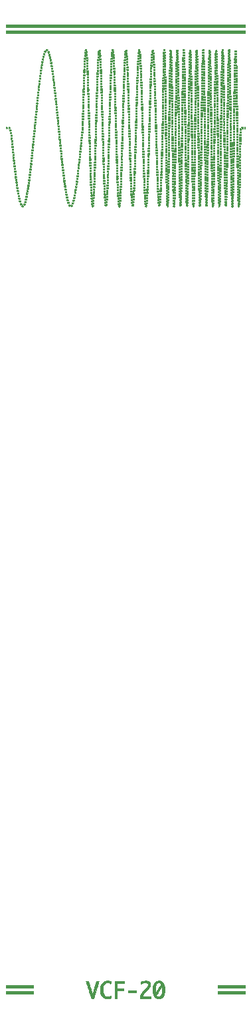
<source format=gbr>
%TF.GenerationSoftware,KiCad,Pcbnew,(5.1.6-0-10_14)*%
%TF.CreationDate,2020-10-22T03:38:14-07:00*%
%TF.ProjectId,panel,70616e65-6c2e-46b6-9963-61645f706362,rev?*%
%TF.SameCoordinates,Original*%
%TF.FileFunction,Copper,L1,Top*%
%TF.FilePolarity,Positive*%
%FSLAX46Y46*%
G04 Gerber Fmt 4.6, Leading zero omitted, Abs format (unit mm)*
G04 Created by KiCad (PCBNEW (5.1.6-0-10_14)) date 2020-10-22 03:38:14*
%MOMM*%
%LPD*%
G01*
G04 APERTURE LIST*
%TA.AperFunction,EtchedComponent*%
%ADD10C,0.010000*%
%TD*%
G04 APERTURE END LIST*
D10*
%TO.C,G\u002A\u002A\u002A*%
G36*
X15240000Y61446833D02*
G01*
X-15240000Y61446833D01*
X-15240000Y61806667D01*
X15240000Y61806667D01*
X15240000Y61446833D01*
G37*
X15240000Y61446833D02*
X-15240000Y61446833D01*
X-15240000Y61806667D01*
X15240000Y61806667D01*
X15240000Y61446833D01*
G36*
X15240000Y60663667D02*
G01*
X-15240000Y60663667D01*
X-15240000Y61044667D01*
X15240000Y61044667D01*
X15240000Y60663667D01*
G37*
X15240000Y60663667D02*
X-15240000Y60663667D01*
X-15240000Y61044667D01*
X15240000Y61044667D01*
X15240000Y60663667D01*
G36*
X9907608Y58658946D02*
G01*
X9947348Y58621342D01*
X9969509Y58572529D01*
X9970222Y58523847D01*
X9945613Y58486635D01*
X9921875Y58475675D01*
X9836264Y58464140D01*
X9776887Y58481442D01*
X9764490Y58492533D01*
X9746115Y58541243D01*
X9757055Y58597067D01*
X9790185Y58645581D01*
X9838374Y58672359D01*
X9854163Y58674000D01*
X9907608Y58658946D01*
G37*
X9907608Y58658946D02*
X9947348Y58621342D01*
X9969509Y58572529D01*
X9970222Y58523847D01*
X9945613Y58486635D01*
X9921875Y58475675D01*
X9836264Y58464140D01*
X9776887Y58481442D01*
X9764490Y58492533D01*
X9746115Y58541243D01*
X9757055Y58597067D01*
X9790185Y58645581D01*
X9838374Y58672359D01*
X9854163Y58674000D01*
X9907608Y58658946D01*
G36*
X7439307Y58655474D02*
G01*
X7481608Y58608248D01*
X7493000Y58560305D01*
X7482658Y58514972D01*
X7458743Y58478012D01*
X7431914Y58465544D01*
X7430558Y58465892D01*
X7403821Y58470168D01*
X7352117Y58476312D01*
X7337179Y58477894D01*
X7284795Y58485623D01*
X7264343Y58501356D01*
X7265530Y58536153D01*
X7268513Y58551693D01*
X7294246Y58627139D01*
X7335876Y58666159D01*
X7377663Y58674000D01*
X7439307Y58655474D01*
G37*
X7439307Y58655474D02*
X7481608Y58608248D01*
X7493000Y58560305D01*
X7482658Y58514972D01*
X7458743Y58478012D01*
X7431914Y58465544D01*
X7430558Y58465892D01*
X7403821Y58470168D01*
X7352117Y58476312D01*
X7337179Y58477894D01*
X7284795Y58485623D01*
X7264343Y58501356D01*
X7265530Y58536153D01*
X7268513Y58551693D01*
X7294246Y58627139D01*
X7335876Y58666159D01*
X7377663Y58674000D01*
X7439307Y58655474D01*
G36*
X12401106Y58656621D02*
G01*
X12435880Y58604915D01*
X12446000Y58529694D01*
X12434031Y58480417D01*
X12394311Y58452298D01*
X12321122Y58441757D01*
X12304985Y58441456D01*
X12273374Y58449566D01*
X12254691Y58481508D01*
X12244792Y58526566D01*
X12242284Y58605271D01*
X12267844Y58653346D01*
X12323047Y58673176D01*
X12342013Y58674000D01*
X12401106Y58656621D01*
G37*
X12401106Y58656621D02*
X12435880Y58604915D01*
X12446000Y58529694D01*
X12434031Y58480417D01*
X12394311Y58452298D01*
X12321122Y58441757D01*
X12304985Y58441456D01*
X12273374Y58449566D01*
X12254691Y58481508D01*
X12244792Y58526566D01*
X12242284Y58605271D01*
X12267844Y58653346D01*
X12323047Y58673176D01*
X12342013Y58674000D01*
X12401106Y58656621D01*
G36*
X4940123Y58665884D02*
G01*
X4985796Y58635488D01*
X5006204Y58581726D01*
X4997334Y58517847D01*
X4989904Y58501530D01*
X4966053Y58469710D01*
X4930213Y58457359D01*
X4873625Y58458259D01*
X4812872Y58469095D01*
X4785072Y58495187D01*
X4786594Y58543933D01*
X4804515Y58599081D01*
X4840731Y58653971D01*
X4895938Y58671962D01*
X4940123Y58665884D01*
G37*
X4940123Y58665884D02*
X4985796Y58635488D01*
X5006204Y58581726D01*
X4997334Y58517847D01*
X4989904Y58501530D01*
X4966053Y58469710D01*
X4930213Y58457359D01*
X4873625Y58458259D01*
X4812872Y58469095D01*
X4785072Y58495187D01*
X4786594Y58543933D01*
X4804515Y58599081D01*
X4840731Y58653971D01*
X4895938Y58671962D01*
X4940123Y58665884D01*
G36*
X-1617676Y58654232D02*
G01*
X-1599596Y58640738D01*
X-1571252Y58601874D01*
X-1569895Y58574651D01*
X-1585819Y58568167D01*
X-1603462Y58549920D01*
X-1618976Y58505902D01*
X-1619250Y58504667D01*
X-1632890Y58463359D01*
X-1658785Y58445321D01*
X-1711338Y58441179D01*
X-1716847Y58441167D01*
X-1783552Y58449649D01*
X-1812698Y58472964D01*
X-1816321Y58522763D01*
X-1803419Y58586121D01*
X-1779094Y58640206D01*
X-1773707Y58647423D01*
X-1731745Y58669525D01*
X-1673037Y58671538D01*
X-1617676Y58654232D01*
G37*
X-1617676Y58654232D02*
X-1599596Y58640738D01*
X-1571252Y58601874D01*
X-1569895Y58574651D01*
X-1585819Y58568167D01*
X-1603462Y58549920D01*
X-1618976Y58505902D01*
X-1619250Y58504667D01*
X-1632890Y58463359D01*
X-1658785Y58445321D01*
X-1711338Y58441179D01*
X-1716847Y58441167D01*
X-1783552Y58449649D01*
X-1812698Y58472964D01*
X-1816321Y58522763D01*
X-1803419Y58586121D01*
X-1779094Y58640206D01*
X-1773707Y58647423D01*
X-1731745Y58669525D01*
X-1673037Y58671538D01*
X-1617676Y58654232D01*
G36*
X-5015620Y58662059D02*
G01*
X-4987910Y58625836D01*
X-4993850Y58564321D01*
X-5008091Y58526668D01*
X-5035259Y58474717D01*
X-5066134Y58449436D01*
X-5113498Y58445597D01*
X-5180542Y58456105D01*
X-5216692Y58472366D01*
X-5226292Y58507101D01*
X-5210894Y58568099D01*
X-5205676Y58582233D01*
X-5173018Y58641830D01*
X-5126065Y58668876D01*
X-5077301Y58673676D01*
X-5015620Y58662059D01*
G37*
X-5015620Y58662059D02*
X-4987910Y58625836D01*
X-4993850Y58564321D01*
X-5008091Y58526668D01*
X-5035259Y58474717D01*
X-5066134Y58449436D01*
X-5113498Y58445597D01*
X-5180542Y58456105D01*
X-5216692Y58472366D01*
X-5226292Y58507101D01*
X-5210894Y58568099D01*
X-5205676Y58582233D01*
X-5173018Y58641830D01*
X-5126065Y58668876D01*
X-5077301Y58673676D01*
X-5015620Y58662059D01*
G36*
X-10014540Y58659102D02*
G01*
X-9954806Y58622715D01*
X-9895417Y58571430D01*
X-9957586Y58506298D01*
X-10002625Y58463361D01*
X-10038247Y58446934D01*
X-10081979Y58450874D01*
X-10101792Y58455758D01*
X-10125130Y58471837D01*
X-10136347Y58510943D01*
X-10138834Y58569719D01*
X-10137358Y58631791D01*
X-10128549Y58662531D01*
X-10105839Y58672932D01*
X-10076514Y58674000D01*
X-10014540Y58659102D01*
G37*
X-10014540Y58659102D02*
X-9954806Y58622715D01*
X-9895417Y58571430D01*
X-9957586Y58506298D01*
X-10002625Y58463361D01*
X-10038247Y58446934D01*
X-10081979Y58450874D01*
X-10101792Y58455758D01*
X-10125130Y58471837D01*
X-10136347Y58510943D01*
X-10138834Y58569719D01*
X-10137358Y58631791D01*
X-10128549Y58662531D01*
X-10105839Y58672932D01*
X-10076514Y58674000D01*
X-10014540Y58659102D01*
G36*
X1768966Y58665680D02*
G01*
X1802157Y58635853D01*
X1807301Y58577146D01*
X1795346Y58517686D01*
X1775958Y58461429D01*
X1755950Y58427927D01*
X1747151Y58423558D01*
X1712836Y58427970D01*
X1656808Y58434243D01*
X1645626Y58435424D01*
X1594349Y58443469D01*
X1575149Y58459517D01*
X1577822Y58493624D01*
X1579418Y58500658D01*
X1606347Y58588953D01*
X1640216Y58641936D01*
X1686247Y58666591D01*
X1705866Y58669789D01*
X1768966Y58665680D01*
G37*
X1768966Y58665680D02*
X1802157Y58635853D01*
X1807301Y58577146D01*
X1795346Y58517686D01*
X1775958Y58461429D01*
X1755950Y58427927D01*
X1747151Y58423558D01*
X1712836Y58427970D01*
X1656808Y58434243D01*
X1645626Y58435424D01*
X1594349Y58443469D01*
X1575149Y58459517D01*
X1577822Y58493624D01*
X1579418Y58500658D01*
X1606347Y58588953D01*
X1640216Y58641936D01*
X1686247Y58666591D01*
X1705866Y58669789D01*
X1768966Y58665680D01*
G36*
X14083974Y58518326D02*
G01*
X14097692Y58514822D01*
X14110823Y58487341D01*
X14117814Y58434968D01*
X14118166Y58419496D01*
X14108616Y58354385D01*
X14075733Y58314890D01*
X14013172Y58296229D01*
X13950224Y58293000D01*
X13864166Y58293000D01*
X13864166Y58499213D01*
X13970692Y58513344D01*
X14035865Y58519160D01*
X14083974Y58518326D01*
G37*
X14083974Y58518326D02*
X14097692Y58514822D01*
X14110823Y58487341D01*
X14117814Y58434968D01*
X14118166Y58419496D01*
X14108616Y58354385D01*
X14075733Y58314890D01*
X14013172Y58296229D01*
X13950224Y58293000D01*
X13864166Y58293000D01*
X13864166Y58499213D01*
X13970692Y58513344D01*
X14035865Y58519160D01*
X14083974Y58518326D01*
G36*
X11631321Y58460926D02*
G01*
X11637774Y58397868D01*
X11628345Y58361297D01*
X11612411Y58345123D01*
X11583886Y58313449D01*
X11578166Y58295958D01*
X11558664Y58280378D01*
X11506139Y58272407D01*
X11482916Y58271833D01*
X11387666Y58271833D01*
X11387666Y58368595D01*
X11396435Y58449989D01*
X11427752Y58500669D01*
X11489131Y58529498D01*
X11531479Y58538176D01*
X11615986Y58551689D01*
X11631321Y58460926D01*
G37*
X11631321Y58460926D02*
X11637774Y58397868D01*
X11628345Y58361297D01*
X11612411Y58345123D01*
X11583886Y58313449D01*
X11578166Y58295958D01*
X11558664Y58280378D01*
X11506139Y58272407D01*
X11482916Y58271833D01*
X11387666Y58271833D01*
X11387666Y58368595D01*
X11396435Y58449989D01*
X11427752Y58500669D01*
X11489131Y58529498D01*
X11531479Y58538176D01*
X11615986Y58551689D01*
X11631321Y58460926D01*
G36*
X5761274Y58540877D02*
G01*
X5802080Y58521993D01*
X5805584Y58489571D01*
X5805316Y58488859D01*
X5803482Y58466453D01*
X5814659Y58469101D01*
X5832304Y58460483D01*
X5848609Y58421209D01*
X5859997Y58362896D01*
X5863166Y58311521D01*
X5856713Y58287575D01*
X5830595Y58275645D01*
X5774669Y58271927D01*
X5757333Y58271833D01*
X5693854Y58274062D01*
X5662194Y58283523D01*
X5651952Y58304375D01*
X5651500Y58314167D01*
X5642635Y58348562D01*
X5630333Y58356500D01*
X5617710Y58375419D01*
X5610137Y58423285D01*
X5609166Y58451750D01*
X5610786Y58510278D01*
X5621479Y58537993D01*
X5649996Y58546415D01*
X5681518Y58547000D01*
X5761274Y58540877D01*
G37*
X5761274Y58540877D02*
X5802080Y58521993D01*
X5805584Y58489571D01*
X5805316Y58488859D01*
X5803482Y58466453D01*
X5814659Y58469101D01*
X5832304Y58460483D01*
X5848609Y58421209D01*
X5859997Y58362896D01*
X5863166Y58311521D01*
X5856713Y58287575D01*
X5830595Y58275645D01*
X5774669Y58271927D01*
X5757333Y58271833D01*
X5693854Y58274062D01*
X5662194Y58283523D01*
X5651952Y58304375D01*
X5651500Y58314167D01*
X5642635Y58348562D01*
X5630333Y58356500D01*
X5617710Y58375419D01*
X5610137Y58423285D01*
X5609166Y58451750D01*
X5610786Y58510278D01*
X5621479Y58537993D01*
X5649996Y58546415D01*
X5681518Y58547000D01*
X5761274Y58540877D01*
G36*
X-3265733Y58581288D02*
G01*
X-3259628Y58558732D01*
X-3250900Y58508330D01*
X-3246547Y58478352D01*
X-3240234Y58418879D01*
X-3245596Y58389116D01*
X-3266875Y58377100D01*
X-3283497Y58374192D01*
X-3328010Y58351059D01*
X-3340514Y58319458D01*
X-3349461Y58291031D01*
X-3373313Y58276835D01*
X-3423407Y58272125D01*
X-3454285Y58271833D01*
X-3561292Y58271833D01*
X-3548063Y58337979D01*
X-3538489Y58398216D01*
X-3534834Y58443813D01*
X-3518638Y58477239D01*
X-3492500Y58483500D01*
X-3458168Y58495658D01*
X-3450167Y58512675D01*
X-3432160Y58531385D01*
X-3388737Y58553416D01*
X-3335795Y58572855D01*
X-3289231Y58583787D01*
X-3265733Y58581288D01*
G37*
X-3265733Y58581288D02*
X-3259628Y58558732D01*
X-3250900Y58508330D01*
X-3246547Y58478352D01*
X-3240234Y58418879D01*
X-3245596Y58389116D01*
X-3266875Y58377100D01*
X-3283497Y58374192D01*
X-3328010Y58351059D01*
X-3340514Y58319458D01*
X-3349461Y58291031D01*
X-3373313Y58276835D01*
X-3423407Y58272125D01*
X-3454285Y58271833D01*
X-3561292Y58271833D01*
X-3548063Y58337979D01*
X-3538489Y58398216D01*
X-3534834Y58443813D01*
X-3518638Y58477239D01*
X-3492500Y58483500D01*
X-3458168Y58495658D01*
X-3450167Y58512675D01*
X-3432160Y58531385D01*
X-3388737Y58553416D01*
X-3335795Y58572855D01*
X-3289231Y58583787D01*
X-3265733Y58581288D01*
G36*
X9131897Y58564977D02*
G01*
X9138613Y58541419D01*
X9148140Y58490956D01*
X9151973Y58467090D01*
X9157522Y58405990D01*
X9148520Y58374337D01*
X9133752Y58364283D01*
X9108816Y58335847D01*
X9101666Y58301319D01*
X9097360Y58270015D01*
X9076923Y58255183D01*
X9029077Y58250828D01*
X9006416Y58250667D01*
X8911166Y58250667D01*
X8911166Y58356500D01*
X8914974Y58416872D01*
X8924708Y58455191D01*
X8932333Y58462333D01*
X8949786Y58479977D01*
X8953500Y58502806D01*
X8964634Y58532035D01*
X9004115Y58550459D01*
X9039592Y58557824D01*
X9094485Y58565256D01*
X9128011Y58566307D01*
X9131897Y58564977D01*
G37*
X9131897Y58564977D02*
X9138613Y58541419D01*
X9148140Y58490956D01*
X9151973Y58467090D01*
X9157522Y58405990D01*
X9148520Y58374337D01*
X9133752Y58364283D01*
X9108816Y58335847D01*
X9101666Y58301319D01*
X9097360Y58270015D01*
X9076923Y58255183D01*
X9029077Y58250828D01*
X9006416Y58250667D01*
X8911166Y58250667D01*
X8911166Y58356500D01*
X8914974Y58416872D01*
X8924708Y58455191D01*
X8932333Y58462333D01*
X8949786Y58479977D01*
X8953500Y58502806D01*
X8964634Y58532035D01*
X9004115Y58550459D01*
X9039592Y58557824D01*
X9094485Y58565256D01*
X9128011Y58566307D01*
X9131897Y58564977D01*
G36*
X8165041Y58567843D02*
G01*
X8242931Y58560419D01*
X8283665Y58537550D01*
X8290259Y58497146D01*
X8286747Y58483492D01*
X8281591Y58450470D01*
X8292847Y58448978D01*
X8316297Y58445188D01*
X8332586Y58405166D01*
X8339557Y58334717D01*
X8339666Y58323019D01*
X8337557Y58278648D01*
X8323570Y58257577D01*
X8286219Y58251128D01*
X8243887Y58250667D01*
X8184322Y58253013D01*
X8153957Y58265156D01*
X8139715Y58294752D01*
X8135408Y58314167D01*
X8121179Y58358643D01*
X8104515Y58377657D01*
X8104187Y58377667D01*
X8093140Y58396590D01*
X8086515Y58444468D01*
X8085666Y58472917D01*
X8085666Y58568167D01*
X8165041Y58567843D01*
G37*
X8165041Y58567843D02*
X8242931Y58560419D01*
X8283665Y58537550D01*
X8290259Y58497146D01*
X8286747Y58483492D01*
X8281591Y58450470D01*
X8292847Y58448978D01*
X8316297Y58445188D01*
X8332586Y58405166D01*
X8339557Y58334717D01*
X8339666Y58323019D01*
X8337557Y58278648D01*
X8323570Y58257577D01*
X8286219Y58251128D01*
X8243887Y58250667D01*
X8184322Y58253013D01*
X8153957Y58265156D01*
X8139715Y58294752D01*
X8135408Y58314167D01*
X8121179Y58358643D01*
X8104515Y58377657D01*
X8104187Y58377667D01*
X8093140Y58396590D01*
X8086515Y58444468D01*
X8085666Y58472917D01*
X8085666Y58568167D01*
X8165041Y58567843D01*
G36*
X3531752Y58575659D02*
G01*
X3544677Y58540981D01*
X3546434Y58533303D01*
X3559362Y58477461D01*
X3568509Y58440500D01*
X3556696Y58408661D01*
X3513625Y58384130D01*
X3466010Y58355974D01*
X3450388Y58313591D01*
X3450166Y58305422D01*
X3443335Y58265668D01*
X3414103Y58253114D01*
X3391958Y58253122D01*
X3333811Y58258514D01*
X3296708Y58265258D01*
X3267405Y58291445D01*
X3256939Y58339332D01*
X3263256Y58393796D01*
X3284304Y58439715D01*
X3318033Y58461967D01*
X3323449Y58462333D01*
X3351518Y58474131D01*
X3351091Y58502278D01*
X3348070Y58534425D01*
X3365532Y58555013D01*
X3411878Y58570268D01*
X3454669Y58579006D01*
X3506560Y58585938D01*
X3531752Y58575659D01*
G37*
X3531752Y58575659D02*
X3544677Y58540981D01*
X3546434Y58533303D01*
X3559362Y58477461D01*
X3568509Y58440500D01*
X3556696Y58408661D01*
X3513625Y58384130D01*
X3466010Y58355974D01*
X3450388Y58313591D01*
X3450166Y58305422D01*
X3443335Y58265668D01*
X3414103Y58253114D01*
X3391958Y58253122D01*
X3333811Y58258514D01*
X3296708Y58265258D01*
X3267405Y58291445D01*
X3256939Y58339332D01*
X3263256Y58393796D01*
X3284304Y58439715D01*
X3318033Y58461967D01*
X3323449Y58462333D01*
X3351518Y58474131D01*
X3351091Y58502278D01*
X3348070Y58534425D01*
X3365532Y58555013D01*
X3411878Y58570268D01*
X3454669Y58579006D01*
X3506560Y58585938D01*
X3531752Y58575659D01*
G36*
X120254Y58578705D02*
G01*
X127425Y58575088D01*
X140762Y58544703D01*
X154456Y58489660D01*
X158432Y58467625D01*
X165799Y58411511D01*
X160248Y58385474D01*
X136863Y58378021D01*
X119958Y58377667D01*
X78776Y58367902D01*
X57118Y58330848D01*
X52916Y58314167D01*
X39190Y58270995D01*
X25230Y58254144D01*
X24776Y58254225D01*
X-3851Y58258573D01*
X-56408Y58264766D01*
X-68792Y58266086D01*
X-118305Y58275418D01*
X-143150Y58296539D01*
X-147603Y58338993D01*
X-135943Y58412325D01*
X-135446Y58414814D01*
X-120605Y58458977D01*
X-95140Y58470005D01*
X-80120Y58467277D01*
X-49414Y58465519D01*
X-48705Y58491006D01*
X-50839Y58498118D01*
X-52625Y58526847D01*
X-29651Y58547266D01*
X23438Y58566347D01*
X80623Y58578740D01*
X120254Y58578705D01*
G37*
X120254Y58578705D02*
X127425Y58575088D01*
X140762Y58544703D01*
X154456Y58489660D01*
X158432Y58467625D01*
X165799Y58411511D01*
X160248Y58385474D01*
X136863Y58378021D01*
X119958Y58377667D01*
X78776Y58367902D01*
X57118Y58330848D01*
X52916Y58314167D01*
X39190Y58270995D01*
X25230Y58254144D01*
X24776Y58254225D01*
X-3851Y58258573D01*
X-56408Y58264766D01*
X-68792Y58266086D01*
X-118305Y58275418D01*
X-143150Y58296539D01*
X-147603Y58338993D01*
X-135943Y58412325D01*
X-135446Y58414814D01*
X-120605Y58458977D01*
X-95140Y58470005D01*
X-80120Y58467277D01*
X-49414Y58465519D01*
X-48705Y58491006D01*
X-50839Y58498118D01*
X-52625Y58526847D01*
X-29651Y58547266D01*
X23438Y58566347D01*
X80623Y58578740D01*
X120254Y58578705D01*
G36*
X-10311140Y58495673D02*
G01*
X-10266762Y58473889D01*
X-10217157Y58447106D01*
X-10176759Y58423120D01*
X-10160001Y58409723D01*
X-10160000Y58409705D01*
X-10168778Y58381904D01*
X-10189718Y58337290D01*
X-10214736Y58291143D01*
X-10235747Y58258747D01*
X-10243296Y58252277D01*
X-10269487Y58260044D01*
X-10317282Y58276808D01*
X-10322523Y58278735D01*
X-10372982Y58300114D01*
X-10404220Y58318308D01*
X-10405210Y58319243D01*
X-10405240Y58343928D01*
X-10392465Y58390491D01*
X-10372749Y58443255D01*
X-10351956Y58486539D01*
X-10335951Y58504666D01*
X-10335859Y58504667D01*
X-10311140Y58495673D01*
G37*
X-10311140Y58495673D02*
X-10266762Y58473889D01*
X-10217157Y58447106D01*
X-10176759Y58423120D01*
X-10160001Y58409723D01*
X-10160000Y58409705D01*
X-10168778Y58381904D01*
X-10189718Y58337290D01*
X-10214736Y58291143D01*
X-10235747Y58258747D01*
X-10243296Y58252277D01*
X-10269487Y58260044D01*
X-10317282Y58276808D01*
X-10322523Y58278735D01*
X-10372982Y58300114D01*
X-10404220Y58318308D01*
X-10405210Y58319243D01*
X-10405240Y58343928D01*
X-10392465Y58390491D01*
X-10372749Y58443255D01*
X-10351956Y58486539D01*
X-10335951Y58504666D01*
X-10335859Y58504667D01*
X-10311140Y58495673D01*
G36*
X-9773725Y58367145D02*
G01*
X-9755130Y58313487D01*
X-9741178Y58252109D01*
X-9750110Y58214248D01*
X-9788780Y58187938D01*
X-9837362Y58169937D01*
X-9883103Y58157574D01*
X-9908953Y58166368D01*
X-9930166Y58204299D01*
X-9937904Y58222549D01*
X-9961150Y58281856D01*
X-9964044Y58315982D01*
X-9942287Y58338917D01*
X-9894699Y58363163D01*
X-9832562Y58390048D01*
X-9796105Y58392752D01*
X-9773725Y58367145D01*
G37*
X-9773725Y58367145D02*
X-9755130Y58313487D01*
X-9741178Y58252109D01*
X-9750110Y58214248D01*
X-9788780Y58187938D01*
X-9837362Y58169937D01*
X-9883103Y58157574D01*
X-9908953Y58166368D01*
X-9930166Y58204299D01*
X-9937904Y58222549D01*
X-9961150Y58281856D01*
X-9964044Y58315982D01*
X-9942287Y58338917D01*
X-9894699Y58363163D01*
X-9832562Y58390048D01*
X-9796105Y58392752D01*
X-9773725Y58367145D01*
G36*
X9797779Y58348052D02*
G01*
X9800166Y58347599D01*
X9871709Y58333780D01*
X9927166Y58323068D01*
X9966684Y58311785D01*
X9985136Y58289484D01*
X9990446Y58242961D01*
X9990666Y58217235D01*
X9990666Y58123667D01*
X9900708Y58126549D01*
X9830773Y58130664D01*
X9770758Y58137230D01*
X9760647Y58138930D01*
X9728295Y58149993D01*
X9717930Y58175123D01*
X9723372Y58226005D01*
X9731993Y58285009D01*
X9736324Y58328034D01*
X9736433Y58331724D01*
X9751008Y58350212D01*
X9797779Y58348052D01*
G37*
X9797779Y58348052D02*
X9800166Y58347599D01*
X9871709Y58333780D01*
X9927166Y58323068D01*
X9966684Y58311785D01*
X9985136Y58289484D01*
X9990446Y58242961D01*
X9990666Y58217235D01*
X9990666Y58123667D01*
X9900708Y58126549D01*
X9830773Y58130664D01*
X9770758Y58137230D01*
X9760647Y58138930D01*
X9728295Y58149993D01*
X9717930Y58175123D01*
X9723372Y58226005D01*
X9731993Y58285009D01*
X9736324Y58328034D01*
X9736433Y58331724D01*
X9751008Y58350212D01*
X9797779Y58348052D01*
G36*
X7514166Y58243739D02*
G01*
X7511743Y58185059D01*
X7498968Y58155316D01*
X7467578Y58141167D01*
X7448020Y58136896D01*
X7376952Y58127269D01*
X7309277Y58123667D01*
X7236680Y58123667D01*
X7243131Y58224208D01*
X7249583Y58324750D01*
X7381875Y58331052D01*
X7514166Y58337354D01*
X7514166Y58243739D01*
G37*
X7514166Y58243739D02*
X7511743Y58185059D01*
X7498968Y58155316D01*
X7467578Y58141167D01*
X7448020Y58136896D01*
X7376952Y58127269D01*
X7309277Y58123667D01*
X7236680Y58123667D01*
X7243131Y58224208D01*
X7249583Y58324750D01*
X7381875Y58331052D01*
X7514166Y58337354D01*
X7514166Y58243739D01*
G36*
X12242311Y58370898D02*
G01*
X12290555Y58365947D01*
X12314113Y58362938D01*
X12375647Y58348219D01*
X12402911Y58326602D01*
X12403666Y58321963D01*
X12420669Y58296335D01*
X12435416Y58293000D01*
X12456343Y58280535D01*
X12465875Y58238149D01*
X12467166Y58197750D01*
X12467166Y58102500D01*
X12371916Y58102500D01*
X12309136Y58106655D01*
X12280539Y58120784D01*
X12276666Y58134250D01*
X12259062Y58160115D01*
X12234738Y58166000D01*
X12209997Y58170372D01*
X12200236Y58190624D01*
X12202391Y58237464D01*
X12205970Y58266542D01*
X12214162Y58325947D01*
X12220210Y58364067D01*
X12221845Y58371016D01*
X12242311Y58370898D01*
G37*
X12242311Y58370898D02*
X12290555Y58365947D01*
X12314113Y58362938D01*
X12375647Y58348219D01*
X12402911Y58326602D01*
X12403666Y58321963D01*
X12420669Y58296335D01*
X12435416Y58293000D01*
X12456343Y58280535D01*
X12465875Y58238149D01*
X12467166Y58197750D01*
X12467166Y58102500D01*
X12371916Y58102500D01*
X12309136Y58106655D01*
X12280539Y58120784D01*
X12276666Y58134250D01*
X12259062Y58160115D01*
X12234738Y58166000D01*
X12209997Y58170372D01*
X12200236Y58190624D01*
X12202391Y58237464D01*
X12205970Y58266542D01*
X12214162Y58325947D01*
X12220210Y58364067D01*
X12221845Y58371016D01*
X12242311Y58370898D01*
G36*
X5037666Y58261250D02*
G01*
X5034896Y58201726D01*
X5023395Y58173579D01*
X4998374Y58166037D01*
X4995333Y58166000D01*
X4960857Y58152765D01*
X4953000Y58134250D01*
X4940534Y58113323D01*
X4898149Y58103791D01*
X4857750Y58102500D01*
X4762500Y58102500D01*
X4762500Y58208333D01*
X4765898Y58274888D01*
X4777667Y58307395D01*
X4794250Y58314167D01*
X4822417Y58325596D01*
X4826000Y58335333D01*
X4845036Y58347408D01*
X4893710Y58355072D01*
X4931833Y58356500D01*
X5037666Y58356500D01*
X5037666Y58261250D01*
G37*
X5037666Y58261250D02*
X5034896Y58201726D01*
X5023395Y58173579D01*
X4998374Y58166037D01*
X4995333Y58166000D01*
X4960857Y58152765D01*
X4953000Y58134250D01*
X4940534Y58113323D01*
X4898149Y58103791D01*
X4857750Y58102500D01*
X4762500Y58102500D01*
X4762500Y58208333D01*
X4765898Y58274888D01*
X4777667Y58307395D01*
X4794250Y58314167D01*
X4822417Y58325596D01*
X4826000Y58335333D01*
X4845036Y58347408D01*
X4893710Y58355072D01*
X4931833Y58356500D01*
X5037666Y58356500D01*
X5037666Y58261250D01*
G36*
X-4940471Y58393360D02*
G01*
X-4935070Y58370014D01*
X-4929452Y58319116D01*
X-4927422Y58292116D01*
X-4925366Y58233791D01*
X-4934335Y58205317D01*
X-4961859Y58194359D01*
X-4989017Y58191194D01*
X-5048382Y58172447D01*
X-5069819Y58143569D01*
X-5096249Y58115766D01*
X-5144055Y58100933D01*
X-5198627Y58099170D01*
X-5245353Y58110576D01*
X-5269624Y58135253D01*
X-5270500Y58142188D01*
X-5266363Y58192368D01*
X-5258059Y58244082D01*
X-5243727Y58287530D01*
X-5215279Y58300020D01*
X-5183976Y58297242D01*
X-5139614Y58295982D01*
X-5123509Y58314732D01*
X-5122334Y58330226D01*
X-5112557Y58359679D01*
X-5076670Y58377703D01*
X-5034841Y58386247D01*
X-4979237Y58393418D01*
X-4944791Y58394613D01*
X-4940471Y58393360D01*
G37*
X-4940471Y58393360D02*
X-4935070Y58370014D01*
X-4929452Y58319116D01*
X-4927422Y58292116D01*
X-4925366Y58233791D01*
X-4934335Y58205317D01*
X-4961859Y58194359D01*
X-4989017Y58191194D01*
X-5048382Y58172447D01*
X-5069819Y58143569D01*
X-5096249Y58115766D01*
X-5144055Y58100933D01*
X-5198627Y58099170D01*
X-5245353Y58110576D01*
X-5269624Y58135253D01*
X-5270500Y58142188D01*
X-5266363Y58192368D01*
X-5258059Y58244082D01*
X-5243727Y58287530D01*
X-5215279Y58300020D01*
X-5183976Y58297242D01*
X-5139614Y58295982D01*
X-5123509Y58314732D01*
X-5122334Y58330226D01*
X-5112557Y58359679D01*
X-5076670Y58377703D01*
X-5034841Y58386247D01*
X-4979237Y58393418D01*
X-4944791Y58394613D01*
X-4940471Y58393360D01*
G36*
X1866646Y58388830D02*
G01*
X1881067Y58347091D01*
X1883833Y58282027D01*
X1879449Y58233033D01*
X1857766Y58211687D01*
X1815041Y58204383D01*
X1765665Y58193329D01*
X1744297Y58165254D01*
X1739552Y58139542D01*
X1728893Y58098997D01*
X1700471Y58084440D01*
X1665469Y58083789D01*
X1607455Y58088193D01*
X1566224Y58094926D01*
X1546257Y58112536D01*
X1540008Y58156455D01*
X1542060Y58200352D01*
X1548367Y58259217D01*
X1560686Y58286282D01*
X1587782Y58291988D01*
X1616713Y58289279D01*
X1663054Y58287885D01*
X1680882Y58304640D01*
X1683210Y58334622D01*
X1688326Y58369175D01*
X1712042Y58387864D01*
X1765732Y58399060D01*
X1771966Y58399924D01*
X1832843Y58403739D01*
X1866646Y58388830D01*
G37*
X1866646Y58388830D02*
X1881067Y58347091D01*
X1883833Y58282027D01*
X1879449Y58233033D01*
X1857766Y58211687D01*
X1815041Y58204383D01*
X1765665Y58193329D01*
X1744297Y58165254D01*
X1739552Y58139542D01*
X1728893Y58098997D01*
X1700471Y58084440D01*
X1665469Y58083789D01*
X1607455Y58088193D01*
X1566224Y58094926D01*
X1546257Y58112536D01*
X1540008Y58156455D01*
X1542060Y58200352D01*
X1548367Y58259217D01*
X1560686Y58286282D01*
X1587782Y58291988D01*
X1616713Y58289279D01*
X1663054Y58287885D01*
X1680882Y58304640D01*
X1683210Y58334622D01*
X1688326Y58369175D01*
X1712042Y58387864D01*
X1765732Y58399060D01*
X1771966Y58399924D01*
X1832843Y58403739D01*
X1866646Y58388830D01*
G36*
X-1550305Y58395801D02*
G01*
X-1529932Y58372878D01*
X-1524186Y58324744D01*
X-1524000Y58304543D01*
X-1526152Y58245846D01*
X-1538706Y58216103D01*
X-1570813Y58201951D01*
X-1598084Y58196354D01*
X-1649357Y58181049D01*
X-1669842Y58154898D01*
X-1672167Y58131895D01*
X-1675147Y58102232D01*
X-1690411Y58087917D01*
X-1727443Y58086411D01*
X-1795728Y58095178D01*
X-1804459Y58096494D01*
X-1840682Y58106010D01*
X-1857633Y58128380D01*
X-1862493Y58176270D01*
X-1862667Y58199156D01*
X-1861043Y58257120D01*
X-1849946Y58284357D01*
X-1820035Y58292477D01*
X-1787157Y58293000D01*
X-1737685Y58296295D01*
X-1720781Y58310170D01*
X-1724209Y58332577D01*
X-1724425Y58362293D01*
X-1694736Y58379631D01*
X-1670073Y58385494D01*
X-1594090Y58398383D01*
X-1550305Y58395801D01*
G37*
X-1550305Y58395801D02*
X-1529932Y58372878D01*
X-1524186Y58324744D01*
X-1524000Y58304543D01*
X-1526152Y58245846D01*
X-1538706Y58216103D01*
X-1570813Y58201951D01*
X-1598084Y58196354D01*
X-1649357Y58181049D01*
X-1669842Y58154898D01*
X-1672167Y58131895D01*
X-1675147Y58102232D01*
X-1690411Y58087917D01*
X-1727443Y58086411D01*
X-1795728Y58095178D01*
X-1804459Y58096494D01*
X-1840682Y58106010D01*
X-1857633Y58128380D01*
X-1862493Y58176270D01*
X-1862667Y58199156D01*
X-1861043Y58257120D01*
X-1849946Y58284357D01*
X-1820035Y58292477D01*
X-1787157Y58293000D01*
X-1737685Y58296295D01*
X-1720781Y58310170D01*
X-1724209Y58332577D01*
X-1724425Y58362293D01*
X-1694736Y58379631D01*
X-1670073Y58385494D01*
X-1594090Y58398383D01*
X-1550305Y58395801D01*
G36*
X14084544Y58161747D02*
G01*
X14117323Y58139036D01*
X14132270Y58094818D01*
X14135114Y58068402D01*
X14137014Y58012896D01*
X14125023Y57985705D01*
X14088904Y57972970D01*
X14061031Y57968093D01*
X13986347Y57958850D01*
X13915134Y57954592D01*
X13911791Y57954566D01*
X13869309Y57956829D01*
X13849332Y57971707D01*
X13843375Y58010760D01*
X13843000Y58048287D01*
X13843000Y58142240D01*
X13934936Y58156026D01*
X14026295Y58166296D01*
X14084544Y58161747D01*
G37*
X14084544Y58161747D02*
X14117323Y58139036D01*
X14132270Y58094818D01*
X14135114Y58068402D01*
X14137014Y58012896D01*
X14125023Y57985705D01*
X14088904Y57972970D01*
X14061031Y57968093D01*
X13986347Y57958850D01*
X13915134Y57954592D01*
X13911791Y57954566D01*
X13869309Y57956829D01*
X13849332Y57971707D01*
X13843375Y58010760D01*
X13843000Y58048287D01*
X13843000Y58142240D01*
X13934936Y58156026D01*
X14026295Y58166296D01*
X14084544Y58161747D01*
G36*
X11605482Y58184713D02*
G01*
X11633514Y58173633D01*
X11641700Y58148348D01*
X11641955Y58139542D01*
X11647964Y58078241D01*
X11655007Y58044292D01*
X11657985Y58009336D01*
X11633388Y57997451D01*
X11612385Y57996667D01*
X11567981Y57986044D01*
X11557000Y57964917D01*
X11544534Y57943990D01*
X11502149Y57934458D01*
X11461750Y57933167D01*
X11366500Y57933167D01*
X11366500Y58028417D01*
X11369269Y58087941D01*
X11380771Y58116088D01*
X11405792Y58123630D01*
X11408833Y58123667D01*
X11443309Y58136902D01*
X11451166Y58155417D01*
X11463632Y58176344D01*
X11506017Y58185876D01*
X11546416Y58187167D01*
X11605482Y58184713D01*
G37*
X11605482Y58184713D02*
X11633514Y58173633D01*
X11641700Y58148348D01*
X11641955Y58139542D01*
X11647964Y58078241D01*
X11655007Y58044292D01*
X11657985Y58009336D01*
X11633388Y57997451D01*
X11612385Y57996667D01*
X11567981Y57986044D01*
X11557000Y57964917D01*
X11544534Y57943990D01*
X11502149Y57934458D01*
X11461750Y57933167D01*
X11366500Y57933167D01*
X11366500Y58028417D01*
X11369269Y58087941D01*
X11380771Y58116088D01*
X11405792Y58123630D01*
X11408833Y58123667D01*
X11443309Y58136902D01*
X11451166Y58155417D01*
X11463632Y58176344D01*
X11506017Y58185876D01*
X11546416Y58187167D01*
X11605482Y58184713D01*
G36*
X-10409444Y58146844D02*
G01*
X-10346270Y58126082D01*
X-10312906Y58110161D01*
X-10301714Y58087743D01*
X-10308527Y58044565D01*
X-10315083Y58019324D01*
X-10337301Y57962025D01*
X-10370405Y57936421D01*
X-10423557Y57939083D01*
X-10481101Y57957205D01*
X-10515510Y57972374D01*
X-10527606Y57992796D01*
X-10521207Y58032297D01*
X-10511338Y58066659D01*
X-10488843Y58123432D01*
X-10458235Y58148952D01*
X-10409444Y58146844D01*
G37*
X-10409444Y58146844D02*
X-10346270Y58126082D01*
X-10312906Y58110161D01*
X-10301714Y58087743D01*
X-10308527Y58044565D01*
X-10315083Y58019324D01*
X-10337301Y57962025D01*
X-10370405Y57936421D01*
X-10423557Y57939083D01*
X-10481101Y57957205D01*
X-10515510Y57972374D01*
X-10527606Y57992796D01*
X-10521207Y58032297D01*
X-10511338Y58066659D01*
X-10488843Y58123432D01*
X-10458235Y58148952D01*
X-10409444Y58146844D01*
G36*
X9165166Y58113083D02*
G01*
X9162396Y58053560D01*
X9150895Y58025413D01*
X9125874Y58017870D01*
X9122833Y58017833D01*
X9089637Y58005431D01*
X9080500Y57964917D01*
X9076552Y57932263D01*
X9057146Y57916792D01*
X9010940Y57912202D01*
X8985250Y57912000D01*
X8890000Y57912000D01*
X8890000Y58007250D01*
X8892769Y58066774D01*
X8904271Y58094921D01*
X8929292Y58102464D01*
X8932333Y58102500D01*
X8965529Y58114902D01*
X8974666Y58155417D01*
X8978614Y58188071D01*
X8998020Y58203542D01*
X9044225Y58208131D01*
X9069916Y58208333D01*
X9165166Y58208333D01*
X9165166Y58113083D01*
G37*
X9165166Y58113083D02*
X9162396Y58053560D01*
X9150895Y58025413D01*
X9125874Y58017870D01*
X9122833Y58017833D01*
X9089637Y58005431D01*
X9080500Y57964917D01*
X9076552Y57932263D01*
X9057146Y57916792D01*
X9010940Y57912202D01*
X8985250Y57912000D01*
X8890000Y57912000D01*
X8890000Y58007250D01*
X8892769Y58066774D01*
X8904271Y58094921D01*
X8929292Y58102464D01*
X8932333Y58102500D01*
X8965529Y58114902D01*
X8974666Y58155417D01*
X8978614Y58188071D01*
X8998020Y58203542D01*
X9044225Y58208131D01*
X9069916Y58208333D01*
X9165166Y58208333D01*
X9165166Y58113083D01*
G36*
X5746030Y58183012D02*
G01*
X5774627Y58168883D01*
X5778500Y58155417D01*
X5796146Y58129560D01*
X5820833Y58123667D01*
X5846225Y58118095D01*
X5858888Y58094444D01*
X5862985Y58042313D01*
X5863166Y58017833D01*
X5863166Y57912000D01*
X5767916Y57912000D01*
X5708392Y57914770D01*
X5680245Y57926271D01*
X5672703Y57951292D01*
X5672666Y57954333D01*
X5657699Y57989710D01*
X5630333Y57996667D01*
X5603878Y58002899D01*
X5591368Y58028777D01*
X5588016Y58085074D01*
X5588000Y58091917D01*
X5588000Y58187167D01*
X5683250Y58187167D01*
X5746030Y58183012D01*
G37*
X5746030Y58183012D02*
X5774627Y58168883D01*
X5778500Y58155417D01*
X5796146Y58129560D01*
X5820833Y58123667D01*
X5846225Y58118095D01*
X5858888Y58094444D01*
X5862985Y58042313D01*
X5863166Y58017833D01*
X5863166Y57912000D01*
X5767916Y57912000D01*
X5708392Y57914770D01*
X5680245Y57926271D01*
X5672703Y57951292D01*
X5672666Y57954333D01*
X5657699Y57989710D01*
X5630333Y57996667D01*
X5603878Y58002899D01*
X5591368Y58028777D01*
X5588016Y58085074D01*
X5588000Y58091917D01*
X5588000Y58187167D01*
X5683250Y58187167D01*
X5746030Y58183012D01*
G36*
X3598333Y58135410D02*
G01*
X3596128Y58076117D01*
X3585538Y58047850D01*
X3560594Y58039372D01*
X3547147Y58039000D01*
X3474874Y58029652D01*
X3437076Y57999925D01*
X3429000Y57962652D01*
X3425347Y57932831D01*
X3407280Y57917782D01*
X3364137Y57912525D01*
X3320520Y57912000D01*
X3212041Y57912000D01*
X3225270Y57978146D01*
X3234706Y58034078D01*
X3238500Y58073396D01*
X3256312Y58094269D01*
X3311587Y58102336D01*
X3324681Y58102500D01*
X3379256Y58104700D01*
X3402538Y58116681D01*
X3405533Y58146514D01*
X3404056Y58160708D01*
X3402866Y58195981D01*
X3417007Y58214122D01*
X3456834Y58222274D01*
X3497791Y58225368D01*
X3598333Y58231820D01*
X3598333Y58135410D01*
G37*
X3598333Y58135410D02*
X3596128Y58076117D01*
X3585538Y58047850D01*
X3560594Y58039372D01*
X3547147Y58039000D01*
X3474874Y58029652D01*
X3437076Y57999925D01*
X3429000Y57962652D01*
X3425347Y57932831D01*
X3407280Y57917782D01*
X3364137Y57912525D01*
X3320520Y57912000D01*
X3212041Y57912000D01*
X3225270Y57978146D01*
X3234706Y58034078D01*
X3238500Y58073396D01*
X3256312Y58094269D01*
X3311587Y58102336D01*
X3324681Y58102500D01*
X3379256Y58104700D01*
X3402538Y58116681D01*
X3405533Y58146514D01*
X3404056Y58160708D01*
X3402866Y58195981D01*
X3417007Y58214122D01*
X3456834Y58222274D01*
X3497791Y58225368D01*
X3598333Y58231820D01*
X3598333Y58135410D01*
G36*
X170486Y58222403D02*
G01*
X186626Y58194232D01*
X195113Y58139542D01*
X196036Y58071179D01*
X176155Y58034197D01*
X127788Y58019726D01*
X89958Y58018158D01*
X42157Y58013183D01*
X23578Y57992344D01*
X21166Y57964917D01*
X17830Y57933758D01*
X674Y57918060D01*
X-41023Y57912575D01*
X-86932Y57912000D01*
X-150448Y57914101D01*
X-180065Y57922350D01*
X-184092Y57939669D01*
X-182182Y57945481D01*
X-173329Y57989103D01*
X-169351Y58049322D01*
X-169334Y58053175D01*
X-169334Y58127388D01*
X-84667Y58113083D01*
X-30747Y58106017D01*
X-6501Y58112895D01*
X-166Y58138998D01*
X0Y58151088D01*
X15895Y58196229D01*
X65432Y58221749D01*
X140651Y58229211D01*
X170486Y58222403D01*
G37*
X170486Y58222403D02*
X186626Y58194232D01*
X195113Y58139542D01*
X196036Y58071179D01*
X176155Y58034197D01*
X127788Y58019726D01*
X89958Y58018158D01*
X42157Y58013183D01*
X23578Y57992344D01*
X21166Y57964917D01*
X17830Y57933758D01*
X674Y57918060D01*
X-41023Y57912575D01*
X-86932Y57912000D01*
X-150448Y57914101D01*
X-180065Y57922350D01*
X-184092Y57939669D01*
X-182182Y57945481D01*
X-173329Y57989103D01*
X-169351Y58049322D01*
X-169334Y58053175D01*
X-169334Y58127388D01*
X-84667Y58113083D01*
X-30747Y58106017D01*
X-6501Y58112895D01*
X-166Y58138998D01*
X0Y58151088D01*
X15895Y58196229D01*
X65432Y58221749D01*
X140651Y58229211D01*
X170486Y58222403D01*
G36*
X-3222717Y58219134D02*
G01*
X-3217060Y58198058D01*
X-3208582Y58148569D01*
X-3203965Y58116702D01*
X-3190413Y58017833D01*
X-3288540Y58017833D01*
X-3348432Y58015787D01*
X-3377238Y58005623D01*
X-3386158Y57981302D01*
X-3386667Y57964917D01*
X-3392990Y57931237D01*
X-3417363Y57915880D01*
X-3467894Y57916689D01*
X-3529542Y57926938D01*
X-3559616Y57938880D01*
X-3573587Y57967508D01*
X-3577159Y58025159D01*
X-3577167Y58029889D01*
X-3577167Y58123667D01*
X-3492500Y58123667D01*
X-3436747Y58127433D01*
X-3412205Y58142116D01*
X-3407834Y58163777D01*
X-3398409Y58191033D01*
X-3363574Y58206492D01*
X-3317875Y58213292D01*
X-3261659Y58218303D01*
X-3227128Y58219735D01*
X-3222717Y58219134D01*
G37*
X-3222717Y58219134D02*
X-3217060Y58198058D01*
X-3208582Y58148569D01*
X-3203965Y58116702D01*
X-3190413Y58017833D01*
X-3288540Y58017833D01*
X-3348432Y58015787D01*
X-3377238Y58005623D01*
X-3386158Y57981302D01*
X-3386667Y57964917D01*
X-3392990Y57931237D01*
X-3417363Y57915880D01*
X-3467894Y57916689D01*
X-3529542Y57926938D01*
X-3559616Y57938880D01*
X-3573587Y57967508D01*
X-3577159Y58025159D01*
X-3577167Y58029889D01*
X-3577167Y58123667D01*
X-3492500Y58123667D01*
X-3436747Y58127433D01*
X-3412205Y58142116D01*
X-3407834Y58163777D01*
X-3398409Y58191033D01*
X-3363574Y58206492D01*
X-3317875Y58213292D01*
X-3261659Y58218303D01*
X-3227128Y58219735D01*
X-3222717Y58219134D01*
G36*
X8235763Y58207117D02*
G01*
X8265982Y58199965D01*
X8272695Y58181629D01*
X8267474Y58155417D01*
X8263662Y58115884D01*
X8284436Y58102918D01*
X8294143Y58102500D01*
X8321995Y58092221D01*
X8338714Y58055082D01*
X8346030Y58013495D01*
X8351181Y57954535D01*
X8349691Y57914187D01*
X8347568Y57907662D01*
X8321906Y57897463D01*
X8269430Y57891485D01*
X8243167Y57890833D01*
X8185091Y57892740D01*
X8157770Y57903665D01*
X8149644Y57931418D01*
X8149166Y57954333D01*
X8142514Y58000814D01*
X8117761Y58017178D01*
X8106833Y58017833D01*
X8080378Y58024066D01*
X8067868Y58049944D01*
X8064516Y58106241D01*
X8064500Y58113083D01*
X8064500Y58208333D01*
X8172627Y58208333D01*
X8235763Y58207117D01*
G37*
X8235763Y58207117D02*
X8265982Y58199965D01*
X8272695Y58181629D01*
X8267474Y58155417D01*
X8263662Y58115884D01*
X8284436Y58102918D01*
X8294143Y58102500D01*
X8321995Y58092221D01*
X8338714Y58055082D01*
X8346030Y58013495D01*
X8351181Y57954535D01*
X8349691Y57914187D01*
X8347568Y57907662D01*
X8321906Y57897463D01*
X8269430Y57891485D01*
X8243167Y57890833D01*
X8185091Y57892740D01*
X8157770Y57903665D01*
X8149644Y57931418D01*
X8149166Y57954333D01*
X8142514Y58000814D01*
X8117761Y58017178D01*
X8106833Y58017833D01*
X8080378Y58024066D01*
X8067868Y58049944D01*
X8064516Y58106241D01*
X8064500Y58113083D01*
X8064500Y58208333D01*
X8172627Y58208333D01*
X8235763Y58207117D01*
G36*
X6646626Y58583082D02*
G01*
X6663524Y58559588D01*
X6667428Y58509061D01*
X6667500Y58483500D01*
X6663692Y58423128D01*
X6653957Y58384809D01*
X6646333Y58377667D01*
X6632342Y58359060D01*
X6625349Y58313306D01*
X6625166Y58303583D01*
X6632051Y58248790D01*
X6654025Y58229634D01*
X6656916Y58229500D01*
X6677843Y58217035D01*
X6687375Y58174649D01*
X6688666Y58134250D01*
X6685896Y58074726D01*
X6674395Y58046579D01*
X6649374Y58039037D01*
X6646333Y58039000D01*
X6617156Y58030713D01*
X6605383Y57998361D01*
X6604000Y57964917D01*
X6601966Y57919397D01*
X6588185Y57897842D01*
X6551136Y57891290D01*
X6508750Y57890833D01*
X6413500Y57890833D01*
X6413500Y57986083D01*
X6416269Y58045607D01*
X6427771Y58073754D01*
X6452792Y58081297D01*
X6455833Y58081333D01*
X6487277Y58098020D01*
X6501231Y58137856D01*
X6497843Y58185507D01*
X6477262Y58225640D01*
X6454296Y58240571D01*
X6427200Y58254745D01*
X6418417Y58282307D01*
X6424147Y58336538D01*
X6425138Y58342539D01*
X6439028Y58400450D01*
X6455953Y58438678D01*
X6461290Y58444187D01*
X6472916Y58472576D01*
X6469561Y58510254D01*
X6465393Y58545326D01*
X6483000Y58563692D01*
X6532360Y58575273D01*
X6535488Y58575793D01*
X6607144Y58586249D01*
X6646626Y58583082D01*
G37*
X6646626Y58583082D02*
X6663524Y58559588D01*
X6667428Y58509061D01*
X6667500Y58483500D01*
X6663692Y58423128D01*
X6653957Y58384809D01*
X6646333Y58377667D01*
X6632342Y58359060D01*
X6625349Y58313306D01*
X6625166Y58303583D01*
X6632051Y58248790D01*
X6654025Y58229634D01*
X6656916Y58229500D01*
X6677843Y58217035D01*
X6687375Y58174649D01*
X6688666Y58134250D01*
X6685896Y58074726D01*
X6674395Y58046579D01*
X6649374Y58039037D01*
X6646333Y58039000D01*
X6617156Y58030713D01*
X6605383Y57998361D01*
X6604000Y57964917D01*
X6601966Y57919397D01*
X6588185Y57897842D01*
X6551136Y57891290D01*
X6508750Y57890833D01*
X6413500Y57890833D01*
X6413500Y57986083D01*
X6416269Y58045607D01*
X6427771Y58073754D01*
X6452792Y58081297D01*
X6455833Y58081333D01*
X6487277Y58098020D01*
X6501231Y58137856D01*
X6497843Y58185507D01*
X6477262Y58225640D01*
X6454296Y58240571D01*
X6427200Y58254745D01*
X6418417Y58282307D01*
X6424147Y58336538D01*
X6425138Y58342539D01*
X6439028Y58400450D01*
X6455953Y58438678D01*
X6461290Y58444187D01*
X6472916Y58472576D01*
X6469561Y58510254D01*
X6465393Y58545326D01*
X6483000Y58563692D01*
X6532360Y58575273D01*
X6535488Y58575793D01*
X6607144Y58586249D01*
X6646626Y58583082D01*
G36*
X-9684405Y58048012D02*
G01*
X-9662547Y58013674D01*
X-9649613Y57975877D01*
X-9635510Y57910602D01*
X-9646520Y57871656D01*
X-9689102Y57848971D01*
X-9738118Y57837929D01*
X-9786813Y57831651D01*
X-9813009Y57842963D01*
X-9830640Y57881510D01*
X-9838660Y57907529D01*
X-9856419Y57968822D01*
X-9859726Y58001121D01*
X-9845294Y58016263D01*
X-9809836Y58026089D01*
X-9805459Y58027127D01*
X-9748589Y58041422D01*
X-9711375Y58051645D01*
X-9684405Y58048012D01*
G37*
X-9684405Y58048012D02*
X-9662547Y58013674D01*
X-9649613Y57975877D01*
X-9635510Y57910602D01*
X-9646520Y57871656D01*
X-9689102Y57848971D01*
X-9738118Y57837929D01*
X-9786813Y57831651D01*
X-9813009Y57842963D01*
X-9830640Y57881510D01*
X-9838660Y57907529D01*
X-9856419Y57968822D01*
X-9859726Y58001121D01*
X-9845294Y58016263D01*
X-9809836Y58026089D01*
X-9805459Y58027127D01*
X-9748589Y58041422D01*
X-9711375Y58051645D01*
X-9684405Y58048012D01*
G36*
X9867562Y57993045D02*
G01*
X9901635Y57983880D01*
X9906000Y57978435D01*
X9923610Y57968251D01*
X9958916Y57970320D01*
X9989958Y57973584D01*
X10005633Y57961430D01*
X10011176Y57924148D01*
X10011833Y57872134D01*
X10011833Y57763833D01*
X9917832Y57763833D01*
X9858010Y57768217D01*
X9817837Y57779257D01*
X9810750Y57785000D01*
X9780895Y57802782D01*
X9756584Y57806167D01*
X9730834Y57812816D01*
X9718669Y57839851D01*
X9715504Y57897902D01*
X9715500Y57901417D01*
X9715500Y57996667D01*
X9810750Y57996667D01*
X9867562Y57993045D01*
G37*
X9867562Y57993045D02*
X9901635Y57983880D01*
X9906000Y57978435D01*
X9923610Y57968251D01*
X9958916Y57970320D01*
X9989958Y57973584D01*
X10005633Y57961430D01*
X10011176Y57924148D01*
X10011833Y57872134D01*
X10011833Y57763833D01*
X9917832Y57763833D01*
X9858010Y57768217D01*
X9817837Y57779257D01*
X9810750Y57785000D01*
X9780895Y57802782D01*
X9756584Y57806167D01*
X9730834Y57812816D01*
X9718669Y57839851D01*
X9715504Y57897902D01*
X9715500Y57901417D01*
X9715500Y57996667D01*
X9810750Y57996667D01*
X9867562Y57993045D01*
G36*
X7498703Y57974102D02*
G01*
X7519134Y57965233D01*
X7532644Y57926506D01*
X7535819Y57873667D01*
X7529807Y57822743D01*
X7515755Y57789759D01*
X7506229Y57785000D01*
X7464430Y57782376D01*
X7416270Y57777091D01*
X7347370Y57774203D01*
X7291839Y57778043D01*
X7252585Y57786417D01*
X7235452Y57805351D01*
X7233378Y57847583D01*
X7235621Y57879423D01*
X7242979Y57971941D01*
X7373281Y57979329D01*
X7445534Y57980017D01*
X7498703Y57974102D01*
G37*
X7498703Y57974102D02*
X7519134Y57965233D01*
X7532644Y57926506D01*
X7535819Y57873667D01*
X7529807Y57822743D01*
X7515755Y57789759D01*
X7506229Y57785000D01*
X7464430Y57782376D01*
X7416270Y57777091D01*
X7347370Y57774203D01*
X7291839Y57778043D01*
X7252585Y57786417D01*
X7235452Y57805351D01*
X7233378Y57847583D01*
X7235621Y57879423D01*
X7242979Y57971941D01*
X7373281Y57979329D01*
X7445534Y57980017D01*
X7498703Y57974102D01*
G36*
X12347234Y58014816D02*
G01*
X12375521Y58002898D01*
X12382500Y57978435D01*
X12391908Y57950384D01*
X12427170Y57947711D01*
X12435416Y57949153D01*
X12466458Y57952417D01*
X12482133Y57940263D01*
X12487676Y57902981D01*
X12488333Y57850968D01*
X12488333Y57742667D01*
X12395552Y57742667D01*
X12334408Y57746567D01*
X12303207Y57761512D01*
X12291700Y57785000D01*
X12263332Y57820834D01*
X12236314Y57827333D01*
X12208725Y57832990D01*
X12195666Y57857259D01*
X12192044Y57911092D01*
X12192000Y57922583D01*
X12192000Y58017833D01*
X12287250Y58017833D01*
X12347234Y58014816D01*
G37*
X12347234Y58014816D02*
X12375521Y58002898D01*
X12382500Y57978435D01*
X12391908Y57950384D01*
X12427170Y57947711D01*
X12435416Y57949153D01*
X12466458Y57952417D01*
X12482133Y57940263D01*
X12487676Y57902981D01*
X12488333Y57850968D01*
X12488333Y57742667D01*
X12395552Y57742667D01*
X12334408Y57746567D01*
X12303207Y57761512D01*
X12291700Y57785000D01*
X12263332Y57820834D01*
X12236314Y57827333D01*
X12208725Y57832990D01*
X12195666Y57857259D01*
X12192044Y57911092D01*
X12192000Y57922583D01*
X12192000Y58017833D01*
X12287250Y58017833D01*
X12347234Y58014816D01*
G36*
X5017788Y58001617D02*
G01*
X5037816Y57990350D01*
X5037899Y57989361D01*
X5041313Y57953554D01*
X5049418Y57896862D01*
X5051252Y57885542D01*
X5057456Y57833873D01*
X5048462Y57811487D01*
X5017756Y57806231D01*
X5008686Y57806167D01*
X4964058Y57795593D01*
X4953000Y57774417D01*
X4949753Y57756904D01*
X4933943Y57748622D01*
X4896466Y57748553D01*
X4828219Y57755675D01*
X4807782Y57758153D01*
X4760272Y57767327D01*
X4744415Y57787376D01*
X4749573Y57831495D01*
X4758883Y57887008D01*
X4762500Y57925229D01*
X4780054Y57949162D01*
X4803069Y57954333D01*
X4840127Y57962455D01*
X4850694Y57972326D01*
X4874114Y57987945D01*
X4920237Y57998985D01*
X4973362Y58004019D01*
X5017788Y58001617D01*
G37*
X5017788Y58001617D02*
X5037816Y57990350D01*
X5037899Y57989361D01*
X5041313Y57953554D01*
X5049418Y57896862D01*
X5051252Y57885542D01*
X5057456Y57833873D01*
X5048462Y57811487D01*
X5017756Y57806231D01*
X5008686Y57806167D01*
X4964058Y57795593D01*
X4953000Y57774417D01*
X4949753Y57756904D01*
X4933943Y57748622D01*
X4896466Y57748553D01*
X4828219Y57755675D01*
X4807782Y57758153D01*
X4760272Y57767327D01*
X4744415Y57787376D01*
X4749573Y57831495D01*
X4758883Y57887008D01*
X4762500Y57925229D01*
X4780054Y57949162D01*
X4803069Y57954333D01*
X4840127Y57962455D01*
X4850694Y57972326D01*
X4874114Y57987945D01*
X4920237Y57998985D01*
X4973362Y58004019D01*
X5017788Y58001617D01*
G36*
X-1537486Y58032497D02*
G01*
X-1501280Y58007409D01*
X-1485086Y57955367D01*
X-1481956Y57894082D01*
X-1485117Y57864896D01*
X-1502198Y57851377D01*
X-1543926Y57849221D01*
X-1587514Y57851749D01*
X-1650098Y57854778D01*
X-1681358Y57849038D01*
X-1692151Y57829309D01*
X-1693347Y57800875D01*
X-1696046Y57766657D01*
X-1711351Y57749423D01*
X-1750042Y57743366D01*
X-1801432Y57742667D01*
X-1864948Y57744767D01*
X-1894565Y57753017D01*
X-1898592Y57770336D01*
X-1896682Y57776148D01*
X-1887589Y57820436D01*
X-1883834Y57879381D01*
X-1883834Y57949133D01*
X-1788584Y57938397D01*
X-1730192Y57933448D01*
X-1702407Y57939628D01*
X-1693900Y57962281D01*
X-1693334Y57983331D01*
X-1689627Y58017965D01*
X-1670816Y58034153D01*
X-1625369Y58038812D01*
X-1600553Y58039000D01*
X-1537486Y58032497D01*
G37*
X-1537486Y58032497D02*
X-1501280Y58007409D01*
X-1485086Y57955367D01*
X-1481956Y57894082D01*
X-1485117Y57864896D01*
X-1502198Y57851377D01*
X-1543926Y57849221D01*
X-1587514Y57851749D01*
X-1650098Y57854778D01*
X-1681358Y57849038D01*
X-1692151Y57829309D01*
X-1693347Y57800875D01*
X-1696046Y57766657D01*
X-1711351Y57749423D01*
X-1750042Y57743366D01*
X-1801432Y57742667D01*
X-1864948Y57744767D01*
X-1894565Y57753017D01*
X-1898592Y57770336D01*
X-1896682Y57776148D01*
X-1887589Y57820436D01*
X-1883834Y57879381D01*
X-1883834Y57949133D01*
X-1788584Y57938397D01*
X-1730192Y57933448D01*
X-1702407Y57939628D01*
X-1693900Y57962281D01*
X-1693334Y57983331D01*
X-1689627Y58017965D01*
X-1670816Y58034153D01*
X-1625369Y58038812D01*
X-1600553Y58039000D01*
X-1537486Y58032497D01*
G36*
X-4889500Y57946455D02*
G01*
X-4891430Y57888695D01*
X-4904652Y57859787D01*
X-4940315Y57846251D01*
X-4977705Y57839806D01*
X-5044873Y57835065D01*
X-5079922Y57848673D01*
X-5083215Y57852976D01*
X-5095418Y57856586D01*
X-5100703Y57820476D01*
X-5100843Y57811458D01*
X-5105079Y57764274D01*
X-5126075Y57746292D01*
X-5169959Y57744338D01*
X-5226233Y57748644D01*
X-5265139Y57756657D01*
X-5265209Y57756685D01*
X-5282407Y57784024D01*
X-5291127Y57841873D01*
X-5291667Y57863574D01*
X-5291667Y57959787D01*
X-5188702Y57946129D01*
X-5127620Y57939117D01*
X-5098645Y57942206D01*
X-5091966Y57959584D01*
X-5095920Y57985735D01*
X-5099265Y58016980D01*
X-5087253Y58032757D01*
X-5050175Y58038337D01*
X-4997801Y58039000D01*
X-4889500Y58039000D01*
X-4889500Y57946455D01*
G37*
X-4889500Y57946455D02*
X-4891430Y57888695D01*
X-4904652Y57859787D01*
X-4940315Y57846251D01*
X-4977705Y57839806D01*
X-5044873Y57835065D01*
X-5079922Y57848673D01*
X-5083215Y57852976D01*
X-5095418Y57856586D01*
X-5100703Y57820476D01*
X-5100843Y57811458D01*
X-5105079Y57764274D01*
X-5126075Y57746292D01*
X-5169959Y57744338D01*
X-5226233Y57748644D01*
X-5265139Y57756657D01*
X-5265209Y57756685D01*
X-5282407Y57784024D01*
X-5291127Y57841873D01*
X-5291667Y57863574D01*
X-5291667Y57959787D01*
X-5188702Y57946129D01*
X-5127620Y57939117D01*
X-5098645Y57942206D01*
X-5091966Y57959584D01*
X-5095920Y57985735D01*
X-5099265Y58016980D01*
X-5087253Y58032757D01*
X-5050175Y58038337D01*
X-4997801Y58039000D01*
X-4889500Y58039000D01*
X-4889500Y57946455D01*
G36*
X1896321Y58053516D02*
G01*
X1900394Y58032207D01*
X1907703Y57982424D01*
X1912196Y57949042D01*
X1925356Y57848500D01*
X1819928Y57848500D01*
X1757228Y57846722D01*
X1726003Y57837850D01*
X1715431Y57816583D01*
X1714500Y57796833D01*
X1711224Y57759151D01*
X1694726Y57740194D01*
X1655001Y57735160D01*
X1592791Y57738442D01*
X1536958Y57745567D01*
X1509811Y57763146D01*
X1505175Y57801529D01*
X1516062Y57867021D01*
X1527815Y57908310D01*
X1549971Y57927485D01*
X1595967Y57932943D01*
X1621895Y57933167D01*
X1679754Y57935633D01*
X1706765Y57947141D01*
X1714317Y57973856D01*
X1714500Y57983297D01*
X1720631Y58016134D01*
X1746515Y58034219D01*
X1803390Y58045349D01*
X1804053Y58045438D01*
X1859368Y58051955D01*
X1892471Y58054126D01*
X1896321Y58053516D01*
G37*
X1896321Y58053516D02*
X1900394Y58032207D01*
X1907703Y57982424D01*
X1912196Y57949042D01*
X1925356Y57848500D01*
X1819928Y57848500D01*
X1757228Y57846722D01*
X1726003Y57837850D01*
X1715431Y57816583D01*
X1714500Y57796833D01*
X1711224Y57759151D01*
X1694726Y57740194D01*
X1655001Y57735160D01*
X1592791Y57738442D01*
X1536958Y57745567D01*
X1509811Y57763146D01*
X1505175Y57801529D01*
X1516062Y57867021D01*
X1527815Y57908310D01*
X1549971Y57927485D01*
X1595967Y57932943D01*
X1621895Y57933167D01*
X1679754Y57935633D01*
X1706765Y57947141D01*
X1714317Y57973856D01*
X1714500Y57983297D01*
X1720631Y58016134D01*
X1746515Y58034219D01*
X1803390Y58045349D01*
X1804053Y58045438D01*
X1859368Y58051955D01*
X1892471Y58054126D01*
X1896321Y58053516D01*
G36*
X3611226Y57882140D02*
G01*
X3615049Y57862107D01*
X3622188Y57813247D01*
X3626696Y57779708D01*
X3639856Y57679167D01*
X3429000Y57679167D01*
X3429000Y57865220D01*
X3518958Y57874625D01*
X3574409Y57879976D01*
X3607449Y57882306D01*
X3611226Y57882140D01*
G37*
X3611226Y57882140D02*
X3615049Y57862107D01*
X3622188Y57813247D01*
X3626696Y57779708D01*
X3639856Y57679167D01*
X3429000Y57679167D01*
X3429000Y57865220D01*
X3518958Y57874625D01*
X3574409Y57879976D01*
X3607449Y57882306D01*
X3611226Y57882140D01*
G36*
X172687Y57867733D02*
G01*
X201956Y57854771D01*
X215832Y57820035D01*
X222490Y57783574D01*
X229922Y57728672D01*
X230973Y57695128D01*
X229643Y57691236D01*
X202177Y57682822D01*
X151474Y57675618D01*
X94802Y57671113D01*
X49427Y57670794D01*
X33084Y57674304D01*
X25773Y57701033D01*
X21566Y57754014D01*
X21166Y57777945D01*
X21166Y57869667D01*
X114556Y57869667D01*
X172687Y57867733D01*
G37*
X172687Y57867733D02*
X201956Y57854771D01*
X215832Y57820035D01*
X222490Y57783574D01*
X229922Y57728672D01*
X230973Y57695128D01*
X229643Y57691236D01*
X202177Y57682822D01*
X151474Y57675618D01*
X94802Y57671113D01*
X49427Y57670794D01*
X33084Y57674304D01*
X25773Y57701033D01*
X21566Y57754014D01*
X21166Y57777945D01*
X21166Y57869667D01*
X114556Y57869667D01*
X172687Y57867733D01*
G36*
X-3175000Y57779434D02*
G01*
X-3180965Y57711280D01*
X-3204935Y57674290D01*
X-3256027Y57659680D01*
X-3301026Y57658000D01*
X-3339454Y57662756D01*
X-3360027Y57684814D01*
X-3372503Y57735857D01*
X-3374081Y57745493D01*
X-3380537Y57801990D01*
X-3379874Y57838229D01*
X-3377831Y57843225D01*
X-3352391Y57851534D01*
X-3299933Y57860691D01*
X-3271296Y57864318D01*
X-3175000Y57875172D01*
X-3175000Y57779434D01*
G37*
X-3175000Y57779434D02*
X-3180965Y57711280D01*
X-3204935Y57674290D01*
X-3256027Y57659680D01*
X-3301026Y57658000D01*
X-3339454Y57662756D01*
X-3360027Y57684814D01*
X-3372503Y57735857D01*
X-3374081Y57745493D01*
X-3380537Y57801990D01*
X-3379874Y57838229D01*
X-3377831Y57843225D01*
X-3352391Y57851534D01*
X-3299933Y57860691D01*
X-3271296Y57864318D01*
X-3175000Y57875172D01*
X-3175000Y57779434D01*
G36*
X14113261Y57803602D02*
G01*
X14133185Y57788454D01*
X14139001Y57748842D01*
X14139333Y57713686D01*
X14137229Y57655843D01*
X14124202Y57626922D01*
X14090177Y57613519D01*
X14059958Y57608086D01*
X13985367Y57598904D01*
X13914187Y57594749D01*
X13911791Y57594733D01*
X13869071Y57597065D01*
X13849147Y57612213D01*
X13843331Y57651825D01*
X13843000Y57686981D01*
X13845103Y57744824D01*
X13858130Y57773745D01*
X13892155Y57787148D01*
X13922375Y57792581D01*
X13996965Y57801763D01*
X14068145Y57805918D01*
X14070541Y57805934D01*
X14113261Y57803602D01*
G37*
X14113261Y57803602D02*
X14133185Y57788454D01*
X14139001Y57748842D01*
X14139333Y57713686D01*
X14137229Y57655843D01*
X14124202Y57626922D01*
X14090177Y57613519D01*
X14059958Y57608086D01*
X13985367Y57598904D01*
X13914187Y57594749D01*
X13911791Y57594733D01*
X13869071Y57597065D01*
X13849147Y57612213D01*
X13843331Y57651825D01*
X13843000Y57686981D01*
X13845103Y57744824D01*
X13858130Y57773745D01*
X13892155Y57787148D01*
X13922375Y57792581D01*
X13996965Y57801763D01*
X14068145Y57805918D01*
X14070541Y57805934D01*
X14113261Y57803602D01*
G36*
X-10543816Y57818396D02*
G01*
X-10497223Y57805785D01*
X-10451042Y57794294D01*
X-10412867Y57780734D01*
X-10396171Y57756502D01*
X-10397176Y57710366D01*
X-10406063Y57660646D01*
X-10416487Y57623000D01*
X-10435323Y57603284D01*
X-10472501Y57598402D01*
X-10537951Y57605259D01*
X-10569122Y57609821D01*
X-10612764Y57625123D01*
X-10617988Y57647480D01*
X-10606826Y57686788D01*
X-10594114Y57744898D01*
X-10592682Y57752388D01*
X-10577643Y57803831D01*
X-10555776Y57820138D01*
X-10543816Y57818396D01*
G37*
X-10543816Y57818396D02*
X-10497223Y57805785D01*
X-10451042Y57794294D01*
X-10412867Y57780734D01*
X-10396171Y57756502D01*
X-10397176Y57710366D01*
X-10406063Y57660646D01*
X-10416487Y57623000D01*
X-10435323Y57603284D01*
X-10472501Y57598402D01*
X-10537951Y57605259D01*
X-10569122Y57609821D01*
X-10612764Y57625123D01*
X-10617988Y57647480D01*
X-10606826Y57686788D01*
X-10594114Y57744898D01*
X-10592682Y57752388D01*
X-10577643Y57803831D01*
X-10555776Y57820138D01*
X-10543816Y57818396D01*
G36*
X11662833Y57732083D02*
G01*
X11660640Y57673307D01*
X11649859Y57645459D01*
X11624189Y57637197D01*
X11609916Y57636833D01*
X11567357Y57625793D01*
X11557000Y57605083D01*
X11545670Y57585117D01*
X11506443Y57575365D01*
X11451166Y57573333D01*
X11388159Y57575258D01*
X11356764Y57584237D01*
X11346321Y57605081D01*
X11345622Y57620958D01*
X11354806Y57704268D01*
X11381953Y57751035D01*
X11421885Y57763833D01*
X11462590Y57775327D01*
X11472333Y57795583D01*
X11484798Y57816510D01*
X11527184Y57826043D01*
X11567583Y57827333D01*
X11662833Y57827333D01*
X11662833Y57732083D01*
G37*
X11662833Y57732083D02*
X11660640Y57673307D01*
X11649859Y57645459D01*
X11624189Y57637197D01*
X11609916Y57636833D01*
X11567357Y57625793D01*
X11557000Y57605083D01*
X11545670Y57585117D01*
X11506443Y57575365D01*
X11451166Y57573333D01*
X11388159Y57575258D01*
X11356764Y57584237D01*
X11346321Y57605081D01*
X11345622Y57620958D01*
X11354806Y57704268D01*
X11381953Y57751035D01*
X11421885Y57763833D01*
X11462590Y57775327D01*
X11472333Y57795583D01*
X11484798Y57816510D01*
X11527184Y57826043D01*
X11567583Y57827333D01*
X11662833Y57827333D01*
X11662833Y57732083D01*
G36*
X5747637Y57830627D02*
G01*
X5776632Y57804620D01*
X5778500Y57795180D01*
X5796925Y57770071D01*
X5831416Y57763833D01*
X5864070Y57759886D01*
X5879541Y57740480D01*
X5884131Y57694274D01*
X5884333Y57668583D01*
X5884333Y57573333D01*
X5789083Y57573333D01*
X5726302Y57577489D01*
X5697706Y57591617D01*
X5693833Y57605083D01*
X5675255Y57630086D01*
X5629173Y57636833D01*
X5590365Y57638938D01*
X5572277Y57652698D01*
X5568443Y57689282D01*
X5570965Y57737375D01*
X5577747Y57799523D01*
X5591723Y57831038D01*
X5619002Y57843608D01*
X5627194Y57844963D01*
X5693518Y57845491D01*
X5747637Y57830627D01*
G37*
X5747637Y57830627D02*
X5776632Y57804620D01*
X5778500Y57795180D01*
X5796925Y57770071D01*
X5831416Y57763833D01*
X5864070Y57759886D01*
X5879541Y57740480D01*
X5884131Y57694274D01*
X5884333Y57668583D01*
X5884333Y57573333D01*
X5789083Y57573333D01*
X5726302Y57577489D01*
X5697706Y57591617D01*
X5693833Y57605083D01*
X5675255Y57630086D01*
X5629173Y57636833D01*
X5590365Y57638938D01*
X5572277Y57652698D01*
X5568443Y57689282D01*
X5570965Y57737375D01*
X5577747Y57799523D01*
X5591723Y57831038D01*
X5619002Y57843608D01*
X5627194Y57844963D01*
X5693518Y57845491D01*
X5747637Y57830627D01*
G36*
X-3407834Y57573333D02*
G01*
X-3598334Y57573333D01*
X-3598334Y57763833D01*
X-3407834Y57763833D01*
X-3407834Y57573333D01*
G37*
X-3407834Y57573333D02*
X-3598334Y57573333D01*
X-3598334Y57763833D01*
X-3407834Y57763833D01*
X-3407834Y57573333D01*
G36*
X9186333Y57753250D02*
G01*
X9184140Y57694473D01*
X9173359Y57666626D01*
X9147689Y57658364D01*
X9133416Y57658000D01*
X9093136Y57649258D01*
X9080723Y57614835D01*
X9080500Y57605083D01*
X9077068Y57573678D01*
X9059557Y57558011D01*
X9017140Y57552668D01*
X8974666Y57552167D01*
X8868833Y57552167D01*
X8868833Y57647417D01*
X8870607Y57705969D01*
X8881241Y57733698D01*
X8908700Y57742109D01*
X8934800Y57742667D01*
X8979923Y57746636D01*
X8993936Y57765485D01*
X8990652Y57795583D01*
X8987458Y57827202D01*
X9000335Y57842798D01*
X9039169Y57848010D01*
X9083435Y57848500D01*
X9186333Y57848500D01*
X9186333Y57753250D01*
G37*
X9186333Y57753250D02*
X9184140Y57694473D01*
X9173359Y57666626D01*
X9147689Y57658364D01*
X9133416Y57658000D01*
X9093136Y57649258D01*
X9080723Y57614835D01*
X9080500Y57605083D01*
X9077068Y57573678D01*
X9059557Y57558011D01*
X9017140Y57552668D01*
X8974666Y57552167D01*
X8868833Y57552167D01*
X8868833Y57647417D01*
X8870607Y57705969D01*
X8881241Y57733698D01*
X8908700Y57742109D01*
X8934800Y57742667D01*
X8979923Y57746636D01*
X8993936Y57765485D01*
X8990652Y57795583D01*
X8987458Y57827202D01*
X9000335Y57842798D01*
X9039169Y57848010D01*
X9083435Y57848500D01*
X9186333Y57848500D01*
X9186333Y57753250D01*
G36*
X8203645Y57861733D02*
G01*
X8243917Y57835834D01*
X8255000Y57793319D01*
X8264309Y57754598D01*
X8300099Y57742811D01*
X8307916Y57742667D01*
X8340570Y57738719D01*
X8356041Y57719313D01*
X8360631Y57673108D01*
X8360833Y57647417D01*
X8360833Y57552167D01*
X8265583Y57552167D01*
X8206806Y57554360D01*
X8178958Y57565141D01*
X8170697Y57590811D01*
X8170333Y57605083D01*
X8163498Y57642902D01*
X8134446Y57656736D01*
X8106833Y57658000D01*
X8066212Y57663134D01*
X8046323Y57684091D01*
X8044286Y57729205D01*
X8056562Y57803521D01*
X8072589Y57850609D01*
X8103478Y57868074D01*
X8128914Y57869667D01*
X8203645Y57861733D01*
G37*
X8203645Y57861733D02*
X8243917Y57835834D01*
X8255000Y57793319D01*
X8264309Y57754598D01*
X8300099Y57742811D01*
X8307916Y57742667D01*
X8340570Y57738719D01*
X8356041Y57719313D01*
X8360631Y57673108D01*
X8360833Y57647417D01*
X8360833Y57552167D01*
X8265583Y57552167D01*
X8206806Y57554360D01*
X8178958Y57565141D01*
X8170697Y57590811D01*
X8170333Y57605083D01*
X8163498Y57642902D01*
X8134446Y57656736D01*
X8106833Y57658000D01*
X8066212Y57663134D01*
X8046323Y57684091D01*
X8044286Y57729205D01*
X8056562Y57803521D01*
X8072589Y57850609D01*
X8103478Y57868074D01*
X8128914Y57869667D01*
X8203645Y57861733D01*
G36*
X3319628Y57751361D02*
G01*
X3375705Y57739243D01*
X3401203Y57720517D01*
X3407763Y57685524D01*
X3407833Y57678193D01*
X3402017Y57607377D01*
X3378893Y57568931D01*
X3329948Y57553814D01*
X3289152Y57552167D01*
X3196166Y57552167D01*
X3196490Y57631542D01*
X3202098Y57705353D01*
X3222991Y57744652D01*
X3266416Y57756494D01*
X3319628Y57751361D01*
G37*
X3319628Y57751361D02*
X3375705Y57739243D01*
X3401203Y57720517D01*
X3407763Y57685524D01*
X3407833Y57678193D01*
X3402017Y57607377D01*
X3378893Y57568931D01*
X3329948Y57553814D01*
X3289152Y57552167D01*
X3196166Y57552167D01*
X3196490Y57631542D01*
X3202098Y57705353D01*
X3222991Y57744652D01*
X3266416Y57756494D01*
X3319628Y57751361D01*
G36*
X0Y57658000D02*
G01*
X-422Y57601118D01*
X-7849Y57569627D01*
X-31525Y57557774D01*
X-80690Y57559811D01*
X-145218Y57567653D01*
X-192728Y57576827D01*
X-208585Y57596876D01*
X-203427Y57640995D01*
X-194117Y57696508D01*
X-190500Y57734729D01*
X-174332Y57754609D01*
X-122881Y57763227D01*
X-95250Y57763833D01*
X0Y57763833D01*
X0Y57658000D01*
G37*
X0Y57658000D02*
X-422Y57601118D01*
X-7849Y57569627D01*
X-31525Y57557774D01*
X-80690Y57559811D01*
X-145218Y57567653D01*
X-192728Y57576827D01*
X-208585Y57596876D01*
X-203427Y57640995D01*
X-194117Y57696508D01*
X-190500Y57734729D01*
X-174332Y57754609D01*
X-122881Y57763227D01*
X-95250Y57763833D01*
X0Y57763833D01*
X0Y57658000D01*
G36*
X1885977Y57698392D02*
G01*
X1914880Y57685195D01*
X1928391Y57649677D01*
X1934746Y57612841D01*
X1942102Y57557529D01*
X1943785Y57523666D01*
X1942743Y57519571D01*
X1920172Y57513357D01*
X1869523Y57504058D01*
X1836208Y57498827D01*
X1735666Y57483860D01*
X1735666Y57700333D01*
X1828211Y57700333D01*
X1885977Y57698392D01*
G37*
X1885977Y57698392D02*
X1914880Y57685195D01*
X1928391Y57649677D01*
X1934746Y57612841D01*
X1942102Y57557529D01*
X1943785Y57523666D01*
X1942743Y57519571D01*
X1920172Y57513357D01*
X1869523Y57504058D01*
X1836208Y57498827D01*
X1735666Y57483860D01*
X1735666Y57700333D01*
X1828211Y57700333D01*
X1885977Y57698392D01*
G36*
X-1486527Y57691242D02*
G01*
X-1480383Y57688956D01*
X-1468312Y57662060D01*
X-1461255Y57608744D01*
X-1460500Y57582668D01*
X-1460500Y57488667D01*
X-1553282Y57488667D01*
X-1613468Y57492153D01*
X-1644468Y57506477D01*
X-1658826Y57536292D01*
X-1673179Y57609464D01*
X-1664721Y57653594D01*
X-1629106Y57677734D01*
X-1586216Y57687500D01*
X-1527477Y57693400D01*
X-1486527Y57691242D01*
G37*
X-1486527Y57691242D02*
X-1480383Y57688956D01*
X-1468312Y57662060D01*
X-1461255Y57608744D01*
X-1460500Y57582668D01*
X-1460500Y57488667D01*
X-1553282Y57488667D01*
X-1613468Y57492153D01*
X-1644468Y57506477D01*
X-1658826Y57536292D01*
X-1673179Y57609464D01*
X-1664721Y57653594D01*
X-1629106Y57677734D01*
X-1586216Y57687500D01*
X-1527477Y57693400D01*
X-1486527Y57691242D01*
G36*
X-4868334Y57488667D02*
G01*
X-5054571Y57488667D01*
X-5062147Y57583917D01*
X-5069722Y57679167D01*
X-4868334Y57679167D01*
X-4868334Y57488667D01*
G37*
X-4868334Y57488667D02*
X-5054571Y57488667D01*
X-5062147Y57583917D01*
X-5069722Y57679167D01*
X-4868334Y57679167D01*
X-4868334Y57488667D01*
G36*
X-9585387Y57704261D02*
G01*
X-9573772Y57675919D01*
X-9561066Y57622255D01*
X-9557068Y57599792D01*
X-9550632Y57541832D01*
X-9557425Y57515109D01*
X-9573411Y57509833D01*
X-9615898Y57505826D01*
X-9668390Y57497031D01*
X-9716323Y57493321D01*
X-9738856Y57511376D01*
X-9743152Y57523489D01*
X-9762881Y57599309D01*
X-9768122Y57644657D01*
X-9755561Y57669893D01*
X-9721887Y57685375D01*
X-9688392Y57694770D01*
X-9631083Y57706374D01*
X-9592262Y57707254D01*
X-9585387Y57704261D01*
G37*
X-9585387Y57704261D02*
X-9573772Y57675919D01*
X-9561066Y57622255D01*
X-9557068Y57599792D01*
X-9550632Y57541832D01*
X-9557425Y57515109D01*
X-9573411Y57509833D01*
X-9615898Y57505826D01*
X-9668390Y57497031D01*
X-9716323Y57493321D01*
X-9738856Y57511376D01*
X-9743152Y57523489D01*
X-9762881Y57599309D01*
X-9768122Y57644657D01*
X-9755561Y57669893D01*
X-9721887Y57685375D01*
X-9688392Y57694770D01*
X-9631083Y57706374D01*
X-9592262Y57707254D01*
X-9585387Y57704261D01*
G36*
X7512436Y57633661D02*
G01*
X7530000Y57616393D01*
X7535087Y57573409D01*
X7535333Y57544353D01*
X7533229Y57486510D01*
X7520202Y57457589D01*
X7486177Y57444185D01*
X7455958Y57438753D01*
X7376849Y57429441D01*
X7297612Y57425401D01*
X7297208Y57425400D01*
X7217833Y57425167D01*
X7217833Y57609913D01*
X7316037Y57623373D01*
X7390512Y57631761D01*
X7458052Y57636465D01*
X7474787Y57636833D01*
X7512436Y57633661D01*
G37*
X7512436Y57633661D02*
X7530000Y57616393D01*
X7535087Y57573409D01*
X7535333Y57544353D01*
X7533229Y57486510D01*
X7520202Y57457589D01*
X7486177Y57444185D01*
X7455958Y57438753D01*
X7376849Y57429441D01*
X7297612Y57425401D01*
X7297208Y57425400D01*
X7217833Y57425167D01*
X7217833Y57609913D01*
X7316037Y57623373D01*
X7390512Y57631761D01*
X7458052Y57636465D01*
X7474787Y57636833D01*
X7512436Y57633661D01*
G36*
X9773708Y57636601D02*
G01*
X9852817Y57632604D01*
X9932054Y57623314D01*
X9932458Y57623248D01*
X9981805Y57612640D01*
X10004780Y57593665D01*
X10011457Y57552918D01*
X10011833Y57517647D01*
X10009214Y57459656D01*
X9997484Y57432554D01*
X9970835Y57425026D01*
X9964208Y57424878D01*
X9902907Y57418869D01*
X9868958Y57411826D01*
X9830981Y57410091D01*
X9821333Y57422698D01*
X9802951Y57439289D01*
X9758658Y57446332D01*
X9757833Y57446333D01*
X9718786Y57449095D01*
X9700292Y57465037D01*
X9694692Y57505649D01*
X9694333Y57541583D01*
X9694333Y57636833D01*
X9773708Y57636601D01*
G37*
X9773708Y57636601D02*
X9852817Y57632604D01*
X9932054Y57623314D01*
X9932458Y57623248D01*
X9981805Y57612640D01*
X10004780Y57593665D01*
X10011457Y57552918D01*
X10011833Y57517647D01*
X10009214Y57459656D01*
X9997484Y57432554D01*
X9970835Y57425026D01*
X9964208Y57424878D01*
X9902907Y57418869D01*
X9868958Y57411826D01*
X9830981Y57410091D01*
X9821333Y57422698D01*
X9802951Y57439289D01*
X9758658Y57446332D01*
X9757833Y57446333D01*
X9718786Y57449095D01*
X9700292Y57465037D01*
X9694692Y57505649D01*
X9694333Y57541583D01*
X9694333Y57636833D01*
X9773708Y57636601D01*
G36*
X5058833Y57562750D02*
G01*
X5056666Y57503996D01*
X5045906Y57476158D01*
X5020164Y57467880D01*
X5005252Y57467500D01*
X4960173Y57456290D01*
X4939487Y57435750D01*
X4909879Y57412550D01*
X4843033Y57404068D01*
X4834318Y57404000D01*
X4741333Y57404000D01*
X4741333Y57499250D01*
X4743174Y57557821D01*
X4753802Y57585562D01*
X4780877Y57593962D01*
X4804833Y57594500D01*
X4855246Y57603966D01*
X4868333Y57626250D01*
X4880798Y57647177D01*
X4923184Y57656709D01*
X4963583Y57658000D01*
X5058833Y57658000D01*
X5058833Y57562750D01*
G37*
X5058833Y57562750D02*
X5056666Y57503996D01*
X5045906Y57476158D01*
X5020164Y57467880D01*
X5005252Y57467500D01*
X4960173Y57456290D01*
X4939487Y57435750D01*
X4909879Y57412550D01*
X4843033Y57404068D01*
X4834318Y57404000D01*
X4741333Y57404000D01*
X4741333Y57499250D01*
X4743174Y57557821D01*
X4753802Y57585562D01*
X4780877Y57593962D01*
X4804833Y57594500D01*
X4855246Y57603966D01*
X4868333Y57626250D01*
X4880798Y57647177D01*
X4923184Y57656709D01*
X4963583Y57658000D01*
X5058833Y57658000D01*
X5058833Y57562750D01*
G36*
X12343221Y57654601D02*
G01*
X12375727Y57642833D01*
X12382500Y57626250D01*
X12400775Y57600640D01*
X12433193Y57594500D01*
X12466005Y57588851D01*
X12483330Y57564338D01*
X12492752Y57509609D01*
X12493291Y57504542D01*
X12498642Y57449091D01*
X12500972Y57416051D01*
X12500806Y57412274D01*
X12480773Y57408451D01*
X12431913Y57401311D01*
X12398375Y57396804D01*
X12337674Y57390681D01*
X12307912Y57395231D01*
X12298380Y57413517D01*
X12297833Y57425572D01*
X12287672Y57456309D01*
X12250093Y57467096D01*
X12234333Y57467500D01*
X12195286Y57470261D01*
X12176792Y57486204D01*
X12171192Y57526816D01*
X12170833Y57562750D01*
X12170833Y57658000D01*
X12276666Y57658000D01*
X12343221Y57654601D01*
G37*
X12343221Y57654601D02*
X12375727Y57642833D01*
X12382500Y57626250D01*
X12400775Y57600640D01*
X12433193Y57594500D01*
X12466005Y57588851D01*
X12483330Y57564338D01*
X12492752Y57509609D01*
X12493291Y57504542D01*
X12498642Y57449091D01*
X12500972Y57416051D01*
X12500806Y57412274D01*
X12480773Y57408451D01*
X12431913Y57401311D01*
X12398375Y57396804D01*
X12337674Y57390681D01*
X12307912Y57395231D01*
X12298380Y57413517D01*
X12297833Y57425572D01*
X12287672Y57456309D01*
X12250093Y57467096D01*
X12234333Y57467500D01*
X12195286Y57470261D01*
X12176792Y57486204D01*
X12171192Y57526816D01*
X12170833Y57562750D01*
X12170833Y57658000D01*
X12276666Y57658000D01*
X12343221Y57654601D01*
G36*
X1580807Y57582527D02*
G01*
X1604853Y57579627D01*
X1695480Y57567471D01*
X1682750Y57393417D01*
X1579311Y57386847D01*
X1475873Y57380277D01*
X1486870Y57477851D01*
X1495017Y57537442D01*
X1503037Y57576476D01*
X1506047Y57583604D01*
X1530074Y57586051D01*
X1580807Y57582527D01*
G37*
X1580807Y57582527D02*
X1604853Y57579627D01*
X1695480Y57567471D01*
X1682750Y57393417D01*
X1579311Y57386847D01*
X1475873Y57380277D01*
X1486870Y57477851D01*
X1495017Y57537442D01*
X1503037Y57576476D01*
X1506047Y57583604D01*
X1530074Y57586051D01*
X1580807Y57582527D01*
G36*
X-1815042Y57590426D02*
G01*
X-1725084Y57583917D01*
X-1718632Y57483375D01*
X-1712181Y57382833D01*
X-1782132Y57385289D01*
X-1843514Y57390028D01*
X-1890680Y57397724D01*
X-1918366Y57419275D01*
X-1917138Y57439333D01*
X-1908191Y57483181D01*
X-1905000Y57533948D01*
X-1902336Y57573200D01*
X-1886507Y57590225D01*
X-1845757Y57592403D01*
X-1815042Y57590426D01*
G37*
X-1815042Y57590426D02*
X-1725084Y57583917D01*
X-1718632Y57483375D01*
X-1712181Y57382833D01*
X-1782132Y57385289D01*
X-1843514Y57390028D01*
X-1890680Y57397724D01*
X-1918366Y57419275D01*
X-1917138Y57439333D01*
X-1908191Y57483181D01*
X-1905000Y57533948D01*
X-1902336Y57573200D01*
X-1886507Y57590225D01*
X-1845757Y57592403D01*
X-1815042Y57590426D01*
G36*
X-5117221Y57515125D02*
G01*
X-5123207Y57457600D01*
X-5128209Y57418277D01*
X-5128846Y57414583D01*
X-5150252Y57403005D01*
X-5199243Y57398963D01*
X-5222875Y57399926D01*
X-5312834Y57406434D01*
X-5312834Y57594500D01*
X-5109668Y57594500D01*
X-5117221Y57515125D01*
G37*
X-5117221Y57515125D02*
X-5123207Y57457600D01*
X-5128209Y57418277D01*
X-5128846Y57414583D01*
X-5150252Y57403005D01*
X-5199243Y57398963D01*
X-5222875Y57399926D01*
X-5312834Y57406434D01*
X-5312834Y57594500D01*
X-5109668Y57594500D01*
X-5117221Y57515125D01*
G36*
X13222736Y58657873D02*
G01*
X13258405Y58617992D01*
X13263450Y58567103D01*
X13262672Y58564409D01*
X13253080Y58524577D01*
X13242298Y58468565D01*
X13238002Y58422962D01*
X13249199Y58409645D01*
X13261633Y58412621D01*
X13280303Y58411457D01*
X13289808Y58384311D01*
X13292652Y58323430D01*
X13292666Y58316431D01*
X13289399Y58249085D01*
X13278051Y58215781D01*
X13260916Y58208333D01*
X13237433Y58192269D01*
X13229224Y58140997D01*
X13229166Y58134250D01*
X13233902Y58083190D01*
X13252388Y58062588D01*
X13271500Y58060167D01*
X13297998Y58053906D01*
X13310500Y58027932D01*
X13313820Y57971460D01*
X13313833Y57965320D01*
X13310879Y57905176D01*
X13297753Y57874124D01*
X13268056Y57859091D01*
X13260916Y57857192D01*
X13223689Y57839673D01*
X13209411Y57803236D01*
X13208000Y57772122D01*
X13212258Y57723021D01*
X13231207Y57703341D01*
X13260916Y57700333D01*
X13293570Y57696386D01*
X13309041Y57676980D01*
X13313631Y57630774D01*
X13313833Y57605083D01*
X13311584Y57546256D01*
X13300754Y57518385D01*
X13275223Y57510162D01*
X13262257Y57509833D01*
X13225259Y57502278D01*
X13208404Y57471437D01*
X13204049Y57441042D01*
X13197221Y57399312D01*
X13179327Y57378097D01*
X13138405Y57368997D01*
X13096875Y57365799D01*
X12996333Y57359347D01*
X12996333Y57455757D01*
X12998115Y57514784D01*
X13008479Y57542914D01*
X13034946Y57551569D01*
X13059833Y57552167D01*
X13102496Y57556297D01*
X13119995Y57577244D01*
X13123333Y57626250D01*
X13119379Y57676350D01*
X13101588Y57696860D01*
X13070416Y57700333D01*
X13039011Y57703765D01*
X13023343Y57721276D01*
X13018001Y57763693D01*
X13017500Y57806167D01*
X13019728Y57869646D01*
X13029189Y57901306D01*
X13050041Y57911547D01*
X13059833Y57912000D01*
X13089010Y57920287D01*
X13100782Y57952639D01*
X13102166Y57986083D01*
X13097431Y58037143D01*
X13078944Y58057745D01*
X13059833Y58060167D01*
X13028512Y58070488D01*
X13017809Y58108513D01*
X13017500Y58121936D01*
X13026207Y58201625D01*
X13052058Y58243774D01*
X13075450Y58250667D01*
X13096318Y58260573D01*
X13099458Y58296672D01*
X13095887Y58323494D01*
X13092439Y58376079D01*
X13107225Y58400814D01*
X13119576Y58405705D01*
X13127400Y58412773D01*
X13098665Y58417348D01*
X13094471Y58417545D01*
X13058385Y58421043D01*
X13042580Y58435183D01*
X13042051Y58471255D01*
X13048827Y58520542D01*
X13066007Y58602354D01*
X13091368Y58649799D01*
X13131031Y58670791D01*
X13167513Y58674000D01*
X13222736Y58657873D01*
G37*
X13222736Y58657873D02*
X13258405Y58617992D01*
X13263450Y58567103D01*
X13262672Y58564409D01*
X13253080Y58524577D01*
X13242298Y58468565D01*
X13238002Y58422962D01*
X13249199Y58409645D01*
X13261633Y58412621D01*
X13280303Y58411457D01*
X13289808Y58384311D01*
X13292652Y58323430D01*
X13292666Y58316431D01*
X13289399Y58249085D01*
X13278051Y58215781D01*
X13260916Y58208333D01*
X13237433Y58192269D01*
X13229224Y58140997D01*
X13229166Y58134250D01*
X13233902Y58083190D01*
X13252388Y58062588D01*
X13271500Y58060167D01*
X13297998Y58053906D01*
X13310500Y58027932D01*
X13313820Y57971460D01*
X13313833Y57965320D01*
X13310879Y57905176D01*
X13297753Y57874124D01*
X13268056Y57859091D01*
X13260916Y57857192D01*
X13223689Y57839673D01*
X13209411Y57803236D01*
X13208000Y57772122D01*
X13212258Y57723021D01*
X13231207Y57703341D01*
X13260916Y57700333D01*
X13293570Y57696386D01*
X13309041Y57676980D01*
X13313631Y57630774D01*
X13313833Y57605083D01*
X13311584Y57546256D01*
X13300754Y57518385D01*
X13275223Y57510162D01*
X13262257Y57509833D01*
X13225259Y57502278D01*
X13208404Y57471437D01*
X13204049Y57441042D01*
X13197221Y57399312D01*
X13179327Y57378097D01*
X13138405Y57368997D01*
X13096875Y57365799D01*
X12996333Y57359347D01*
X12996333Y57455757D01*
X12998115Y57514784D01*
X13008479Y57542914D01*
X13034946Y57551569D01*
X13059833Y57552167D01*
X13102496Y57556297D01*
X13119995Y57577244D01*
X13123333Y57626250D01*
X13119379Y57676350D01*
X13101588Y57696860D01*
X13070416Y57700333D01*
X13039011Y57703765D01*
X13023343Y57721276D01*
X13018001Y57763693D01*
X13017500Y57806167D01*
X13019728Y57869646D01*
X13029189Y57901306D01*
X13050041Y57911547D01*
X13059833Y57912000D01*
X13089010Y57920287D01*
X13100782Y57952639D01*
X13102166Y57986083D01*
X13097431Y58037143D01*
X13078944Y58057745D01*
X13059833Y58060167D01*
X13028512Y58070488D01*
X13017809Y58108513D01*
X13017500Y58121936D01*
X13026207Y58201625D01*
X13052058Y58243774D01*
X13075450Y58250667D01*
X13096318Y58260573D01*
X13099458Y58296672D01*
X13095887Y58323494D01*
X13092439Y58376079D01*
X13107225Y58400814D01*
X13119576Y58405705D01*
X13127400Y58412773D01*
X13098665Y58417348D01*
X13094471Y58417545D01*
X13058385Y58421043D01*
X13042580Y58435183D01*
X13042051Y58471255D01*
X13048827Y58520542D01*
X13066007Y58602354D01*
X13091368Y58649799D01*
X13131031Y58670791D01*
X13167513Y58674000D01*
X13222736Y58657873D01*
G36*
X3646960Y57442521D02*
G01*
X3653202Y57386076D01*
X3654560Y57351040D01*
X3653510Y57346288D01*
X3631150Y57340392D01*
X3580643Y57331728D01*
X3547751Y57326955D01*
X3447597Y57313227D01*
X3454173Y57416822D01*
X3460750Y57520417D01*
X3547777Y57526782D01*
X3634804Y57533148D01*
X3646960Y57442521D01*
G37*
X3646960Y57442521D02*
X3653202Y57386076D01*
X3654560Y57351040D01*
X3653510Y57346288D01*
X3631150Y57340392D01*
X3580643Y57331728D01*
X3547751Y57326955D01*
X3447597Y57313227D01*
X3454173Y57416822D01*
X3460750Y57520417D01*
X3547777Y57526782D01*
X3634804Y57533148D01*
X3646960Y57442521D01*
G36*
X227450Y57520634D02*
G01*
X233107Y57499558D01*
X241585Y57450069D01*
X246202Y57418202D01*
X259754Y57319333D01*
X42333Y57319333D01*
X42333Y57505387D01*
X132291Y57514792D01*
X188508Y57519803D01*
X223039Y57521235D01*
X227450Y57520634D01*
G37*
X227450Y57520634D02*
X233107Y57499558D01*
X241585Y57450069D01*
X246202Y57418202D01*
X259754Y57319333D01*
X42333Y57319333D01*
X42333Y57505387D01*
X132291Y57514792D01*
X188508Y57519803D01*
X223039Y57521235D01*
X227450Y57520634D01*
G36*
X-3153834Y57319333D02*
G01*
X-3249084Y57319333D01*
X-3314143Y57324274D01*
X-3342350Y57339995D01*
X-3344334Y57348438D01*
X-3348313Y57389093D01*
X-3357563Y57443688D01*
X-3370792Y57509833D01*
X-3153834Y57509833D01*
X-3153834Y57319333D01*
G37*
X-3153834Y57319333D02*
X-3249084Y57319333D01*
X-3314143Y57324274D01*
X-3342350Y57339995D01*
X-3344334Y57348438D01*
X-3348313Y57389093D01*
X-3357563Y57443688D01*
X-3370792Y57509833D01*
X-3153834Y57509833D01*
X-3153834Y57319333D01*
G36*
X14133283Y57465237D02*
G01*
X14153937Y57450719D01*
X14160104Y57412353D01*
X14160500Y57373499D01*
X14156871Y57314262D01*
X14147729Y57275228D01*
X14142899Y57268621D01*
X14109131Y57258695D01*
X14050091Y57250022D01*
X13979570Y57243595D01*
X13911356Y57240410D01*
X13859236Y57241462D01*
X13837708Y57246604D01*
X13827791Y57276373D01*
X13822252Y57331041D01*
X13821833Y57351734D01*
X13821833Y57440579D01*
X13920037Y57454040D01*
X13997933Y57462523D01*
X14071891Y57467188D01*
X14089370Y57467500D01*
X14133283Y57465237D01*
G37*
X14133283Y57465237D02*
X14153937Y57450719D01*
X14160104Y57412353D01*
X14160500Y57373499D01*
X14156871Y57314262D01*
X14147729Y57275228D01*
X14142899Y57268621D01*
X14109131Y57258695D01*
X14050091Y57250022D01*
X13979570Y57243595D01*
X13911356Y57240410D01*
X13859236Y57241462D01*
X13837708Y57246604D01*
X13827791Y57276373D01*
X13822252Y57331041D01*
X13821833Y57351734D01*
X13821833Y57440579D01*
X13920037Y57454040D01*
X13997933Y57462523D01*
X14071891Y57467188D01*
X14089370Y57467500D01*
X14133283Y57465237D01*
G36*
X-10543996Y57454941D02*
G01*
X-10488742Y57444337D01*
X-10465392Y57428343D01*
X-10464040Y57394938D01*
X-10469193Y57364183D01*
X-10484292Y57295409D01*
X-10504687Y57260714D01*
X-10540620Y57252135D01*
X-10601255Y57261487D01*
X-10693259Y57280301D01*
X-10678983Y57358025D01*
X-10662845Y57423395D01*
X-10637894Y57454927D01*
X-10592432Y57461019D01*
X-10543996Y57454941D01*
G37*
X-10543996Y57454941D02*
X-10488742Y57444337D01*
X-10465392Y57428343D01*
X-10464040Y57394938D01*
X-10469193Y57364183D01*
X-10484292Y57295409D01*
X-10504687Y57260714D01*
X-10540620Y57252135D01*
X-10601255Y57261487D01*
X-10693259Y57280301D01*
X-10678983Y57358025D01*
X-10662845Y57423395D01*
X-10637894Y57454927D01*
X-10592432Y57461019D01*
X-10543996Y57454941D01*
G36*
X11623240Y57486171D02*
G01*
X11652703Y57473084D01*
X11666759Y57441009D01*
X11670770Y57422521D01*
X11683378Y57346489D01*
X11680829Y57302609D01*
X11659537Y57282313D01*
X11615922Y57277032D01*
X11609916Y57277000D01*
X11555123Y57270115D01*
X11535967Y57248142D01*
X11535833Y57245250D01*
X11517589Y57225133D01*
X11472929Y57214896D01*
X11416959Y57216171D01*
X11371791Y57227518D01*
X11354577Y57254701D01*
X11345837Y57311577D01*
X11345333Y57331681D01*
X11347267Y57389553D01*
X11358318Y57416700D01*
X11386358Y57424713D01*
X11408833Y57425167D01*
X11459246Y57434633D01*
X11472333Y57456917D01*
X11485135Y57478111D01*
X11528427Y57487561D01*
X11564937Y57488667D01*
X11623240Y57486171D01*
G37*
X11623240Y57486171D02*
X11652703Y57473084D01*
X11666759Y57441009D01*
X11670770Y57422521D01*
X11683378Y57346489D01*
X11680829Y57302609D01*
X11659537Y57282313D01*
X11615922Y57277032D01*
X11609916Y57277000D01*
X11555123Y57270115D01*
X11535967Y57248142D01*
X11535833Y57245250D01*
X11517589Y57225133D01*
X11472929Y57214896D01*
X11416959Y57216171D01*
X11371791Y57227518D01*
X11354577Y57254701D01*
X11345837Y57311577D01*
X11345333Y57331681D01*
X11347267Y57389553D01*
X11358318Y57416700D01*
X11386358Y57424713D01*
X11408833Y57425167D01*
X11459246Y57434633D01*
X11472333Y57456917D01*
X11485135Y57478111D01*
X11528427Y57487561D01*
X11564937Y57488667D01*
X11623240Y57486171D01*
G36*
X5721607Y57485897D02*
G01*
X5749754Y57474396D01*
X5757296Y57449375D01*
X5757333Y57446333D01*
X5767736Y57414934D01*
X5805972Y57404282D01*
X5818701Y57404000D01*
X5856779Y57400570D01*
X5876109Y57382661D01*
X5884964Y57338847D01*
X5887646Y57308750D01*
X5895221Y57213500D01*
X5794527Y57213500D01*
X5732948Y57215969D01*
X5702977Y57226341D01*
X5694031Y57249065D01*
X5693833Y57255833D01*
X5683854Y57286820D01*
X5646725Y57297730D01*
X5630333Y57298167D01*
X5591286Y57300928D01*
X5572792Y57316870D01*
X5567192Y57357483D01*
X5566833Y57393417D01*
X5566833Y57488667D01*
X5662083Y57488667D01*
X5721607Y57485897D01*
G37*
X5721607Y57485897D02*
X5749754Y57474396D01*
X5757296Y57449375D01*
X5757333Y57446333D01*
X5767736Y57414934D01*
X5805972Y57404282D01*
X5818701Y57404000D01*
X5856779Y57400570D01*
X5876109Y57382661D01*
X5884964Y57338847D01*
X5887646Y57308750D01*
X5895221Y57213500D01*
X5794527Y57213500D01*
X5732948Y57215969D01*
X5702977Y57226341D01*
X5694031Y57249065D01*
X5693833Y57255833D01*
X5683854Y57286820D01*
X5646725Y57297730D01*
X5630333Y57298167D01*
X5591286Y57300928D01*
X5572792Y57316870D01*
X5567192Y57357483D01*
X5566833Y57393417D01*
X5566833Y57488667D01*
X5662083Y57488667D01*
X5721607Y57485897D01*
G36*
X-21167Y57213500D02*
G01*
X-238125Y57213500D01*
X-224896Y57279646D01*
X-215461Y57335578D01*
X-211667Y57374896D01*
X-195498Y57394775D01*
X-144047Y57403394D01*
X-116417Y57404000D01*
X-21167Y57404000D01*
X-21167Y57213500D01*
G37*
X-21167Y57213500D02*
X-238125Y57213500D01*
X-224896Y57279646D01*
X-215461Y57335578D01*
X-211667Y57374896D01*
X-195498Y57394775D01*
X-144047Y57403394D01*
X-116417Y57404000D01*
X-21167Y57404000D01*
X-21167Y57213500D01*
G36*
X-3494946Y57418939D02*
G01*
X-3451140Y57397658D01*
X-3432089Y57354090D01*
X-3429000Y57306281D01*
X-3429000Y57213500D01*
X-3619500Y57213500D01*
X-3619500Y57319333D01*
X-3617576Y57382341D01*
X-3608597Y57413736D01*
X-3587753Y57424178D01*
X-3571875Y57424878D01*
X-3494946Y57418939D01*
G37*
X-3494946Y57418939D02*
X-3451140Y57397658D01*
X-3432089Y57354090D01*
X-3429000Y57306281D01*
X-3429000Y57213500D01*
X-3619500Y57213500D01*
X-3619500Y57319333D01*
X-3617576Y57382341D01*
X-3608597Y57413736D01*
X-3587753Y57424178D01*
X-3571875Y57424878D01*
X-3494946Y57418939D01*
G36*
X9178771Y57498678D02*
G01*
X9186211Y57471295D01*
X9186622Y57452842D01*
X9191558Y57389230D01*
X9199674Y57345792D01*
X9203577Y57314264D01*
X9185410Y57300911D01*
X9135885Y57298167D01*
X9084726Y57294507D01*
X9063331Y57277846D01*
X9059333Y57245250D01*
X9053466Y57208728D01*
X9027388Y57195057D01*
X8990541Y57194005D01*
X8934267Y57198310D01*
X8895361Y57206324D01*
X8895291Y57206352D01*
X8878077Y57233534D01*
X8869337Y57290410D01*
X8868833Y57310514D01*
X8870809Y57368402D01*
X8881860Y57395558D01*
X8909668Y57403561D01*
X8930861Y57404000D01*
X8978176Y57411957D01*
X8997834Y57441656D01*
X8999652Y57451625D01*
X9011367Y57482956D01*
X9042789Y57498983D01*
X9096375Y57505759D01*
X9152745Y57507868D01*
X9178771Y57498678D01*
G37*
X9178771Y57498678D02*
X9186211Y57471295D01*
X9186622Y57452842D01*
X9191558Y57389230D01*
X9199674Y57345792D01*
X9203577Y57314264D01*
X9185410Y57300911D01*
X9135885Y57298167D01*
X9084726Y57294507D01*
X9063331Y57277846D01*
X9059333Y57245250D01*
X9053466Y57208728D01*
X9027388Y57195057D01*
X8990541Y57194005D01*
X8934267Y57198310D01*
X8895361Y57206324D01*
X8895291Y57206352D01*
X8878077Y57233534D01*
X8869337Y57290410D01*
X8868833Y57310514D01*
X8870809Y57368402D01*
X8881860Y57395558D01*
X8909668Y57403561D01*
X8930861Y57404000D01*
X8978176Y57411957D01*
X8997834Y57441656D01*
X8999652Y57451625D01*
X9011367Y57482956D01*
X9042789Y57498983D01*
X9096375Y57505759D01*
X9152745Y57507868D01*
X9178771Y57498678D01*
G36*
X8197154Y57507993D02*
G01*
X8224895Y57497364D01*
X8233294Y57470290D01*
X8233833Y57446333D01*
X8239165Y57401287D01*
X8263714Y57384699D01*
X8294687Y57382833D01*
X8339299Y57375791D01*
X8361319Y57346097D01*
X8368770Y57316688D01*
X8380313Y57247945D01*
X8375039Y57210756D01*
X8345746Y57195447D01*
X8285229Y57192345D01*
X8276166Y57192333D01*
X8213515Y57193721D01*
X8182274Y57202251D01*
X8171521Y57224476D01*
X8170333Y57255833D01*
X8165088Y57300811D01*
X8140348Y57317388D01*
X8106833Y57319333D01*
X8067786Y57322095D01*
X8049292Y57338037D01*
X8043692Y57378649D01*
X8043333Y57414583D01*
X8043333Y57509833D01*
X8138583Y57509833D01*
X8197154Y57507993D01*
G37*
X8197154Y57507993D02*
X8224895Y57497364D01*
X8233294Y57470290D01*
X8233833Y57446333D01*
X8239165Y57401287D01*
X8263714Y57384699D01*
X8294687Y57382833D01*
X8339299Y57375791D01*
X8361319Y57346097D01*
X8368770Y57316688D01*
X8380313Y57247945D01*
X8375039Y57210756D01*
X8345746Y57195447D01*
X8285229Y57192345D01*
X8276166Y57192333D01*
X8213515Y57193721D01*
X8182274Y57202251D01*
X8171521Y57224476D01*
X8170333Y57255833D01*
X8165088Y57300811D01*
X8140348Y57317388D01*
X8106833Y57319333D01*
X8067786Y57322095D01*
X8049292Y57338037D01*
X8043692Y57378649D01*
X8043333Y57414583D01*
X8043333Y57509833D01*
X8138583Y57509833D01*
X8197154Y57507993D01*
G36*
X3382534Y57303649D02*
G01*
X3375870Y57242483D01*
X3359168Y57210503D01*
X3322305Y57200689D01*
X3255157Y57206020D01*
X3243791Y57207445D01*
X3195899Y57218855D01*
X3177393Y57244754D01*
X3175000Y57276610D01*
X3180634Y57347852D01*
X3203224Y57386676D01*
X3251301Y57402150D01*
X3294841Y57404000D01*
X3388986Y57404000D01*
X3382534Y57303649D01*
G37*
X3382534Y57303649D02*
X3375870Y57242483D01*
X3359168Y57210503D01*
X3322305Y57200689D01*
X3255157Y57206020D01*
X3243791Y57207445D01*
X3195899Y57218855D01*
X3177393Y57244754D01*
X3175000Y57276610D01*
X3180634Y57347852D01*
X3203224Y57386676D01*
X3251301Y57402150D01*
X3294841Y57404000D01*
X3388986Y57404000D01*
X3382534Y57303649D01*
G36*
X1911149Y57338046D02*
G01*
X1939180Y57326966D01*
X1947367Y57301681D01*
X1947622Y57292875D01*
X1953630Y57231575D01*
X1960674Y57197625D01*
X1965005Y57169691D01*
X1952259Y57155558D01*
X1913078Y57150560D01*
X1865135Y57150000D01*
X1756833Y57150000D01*
X1756833Y57340500D01*
X1852083Y57340500D01*
X1911149Y57338046D01*
G37*
X1911149Y57338046D02*
X1939180Y57326966D01*
X1947367Y57301681D01*
X1947622Y57292875D01*
X1953630Y57231575D01*
X1960674Y57197625D01*
X1965005Y57169691D01*
X1952259Y57155558D01*
X1913078Y57150560D01*
X1865135Y57150000D01*
X1756833Y57150000D01*
X1756833Y57340500D01*
X1852083Y57340500D01*
X1911149Y57338046D01*
G36*
X-9512335Y57350397D02*
G01*
X-9498421Y57322831D01*
X-9496588Y57316260D01*
X-9483401Y57235795D01*
X-9498383Y57184774D01*
X-9545516Y57158001D01*
X-9623682Y57150289D01*
X-9655179Y57158325D01*
X-9673850Y57190034D01*
X-9683991Y57236093D01*
X-9691259Y57291527D01*
X-9691852Y57326111D01*
X-9690349Y57330374D01*
X-9666203Y57338535D01*
X-9615793Y57348995D01*
X-9596046Y57352332D01*
X-9540352Y57358589D01*
X-9512335Y57350397D01*
G37*
X-9512335Y57350397D02*
X-9498421Y57322831D01*
X-9496588Y57316260D01*
X-9483401Y57235795D01*
X-9498383Y57184774D01*
X-9545516Y57158001D01*
X-9623682Y57150289D01*
X-9655179Y57158325D01*
X-9673850Y57190034D01*
X-9683991Y57236093D01*
X-9691259Y57291527D01*
X-9691852Y57326111D01*
X-9690349Y57330374D01*
X-9666203Y57338535D01*
X-9615793Y57348995D01*
X-9596046Y57352332D01*
X-9540352Y57358589D01*
X-9512335Y57350397D01*
G36*
X-1491885Y57334515D02*
G01*
X-1455707Y57310538D01*
X-1441152Y57259536D01*
X-1439334Y57211769D01*
X-1445014Y57167563D01*
X-1471061Y57151621D01*
X-1501103Y57150000D01*
X-1557143Y57146088D01*
X-1593621Y57138200D01*
X-1626000Y57144357D01*
X-1637686Y57161098D01*
X-1646976Y57205955D01*
X-1650996Y57266289D01*
X-1651000Y57268148D01*
X-1648765Y57312985D01*
X-1634287Y57333954D01*
X-1595911Y57340126D01*
X-1558015Y57340500D01*
X-1491885Y57334515D01*
G37*
X-1491885Y57334515D02*
X-1455707Y57310538D01*
X-1441152Y57259536D01*
X-1439334Y57211769D01*
X-1445014Y57167563D01*
X-1471061Y57151621D01*
X-1501103Y57150000D01*
X-1557143Y57146088D01*
X-1593621Y57138200D01*
X-1626000Y57144357D01*
X-1637686Y57161098D01*
X-1646976Y57205955D01*
X-1650996Y57266289D01*
X-1651000Y57268148D01*
X-1648765Y57312985D01*
X-1634287Y57333954D01*
X-1595911Y57340126D01*
X-1558015Y57340500D01*
X-1491885Y57334515D01*
G36*
X-4851181Y57242855D02*
G01*
X-4857750Y57139417D01*
X-5033010Y57126627D01*
X-5042521Y57217689D01*
X-5047044Y57274957D01*
X-5047172Y57311270D01*
X-5045895Y57316524D01*
X-5023119Y57323291D01*
X-4972435Y57331543D01*
X-4942185Y57335296D01*
X-4844611Y57346294D01*
X-4851181Y57242855D01*
G37*
X-4851181Y57242855D02*
X-4857750Y57139417D01*
X-5033010Y57126627D01*
X-5042521Y57217689D01*
X-5047044Y57274957D01*
X-5047172Y57311270D01*
X-5045895Y57316524D01*
X-5023119Y57323291D01*
X-4972435Y57331543D01*
X-4942185Y57335296D01*
X-4844611Y57346294D01*
X-4851181Y57242855D01*
G36*
X9773708Y57288979D02*
G01*
X9849568Y57276112D01*
X9931946Y57263794D01*
X9943041Y57262290D01*
X10033000Y57250328D01*
X10033000Y57065333D01*
X9943041Y57068892D01*
X9862543Y57073404D01*
X9783174Y57079799D01*
X9773708Y57080753D01*
X9694333Y57089056D01*
X9694333Y57303706D01*
X9773708Y57288979D01*
G37*
X9773708Y57288979D02*
X9849568Y57276112D01*
X9931946Y57263794D01*
X9943041Y57262290D01*
X10033000Y57250328D01*
X10033000Y57065333D01*
X9943041Y57068892D01*
X9862543Y57073404D01*
X9783174Y57079799D01*
X9773708Y57080753D01*
X9694333Y57089056D01*
X9694333Y57303706D01*
X9773708Y57288979D01*
G36*
X7556500Y57092397D02*
G01*
X7445375Y57079049D01*
X7345388Y57067679D01*
X7280058Y57064289D01*
X7242008Y57071800D01*
X7223865Y57093133D01*
X7218253Y57131209D01*
X7217833Y57169176D01*
X7217833Y57273019D01*
X7387166Y57274832D01*
X7556500Y57276644D01*
X7556500Y57092397D01*
G37*
X7556500Y57092397D02*
X7445375Y57079049D01*
X7345388Y57067679D01*
X7280058Y57064289D01*
X7242008Y57071800D01*
X7223865Y57093133D01*
X7218253Y57131209D01*
X7217833Y57169176D01*
X7217833Y57273019D01*
X7387166Y57274832D01*
X7556500Y57276644D01*
X7556500Y57092397D01*
G36*
X12236979Y57311396D02*
G01*
X12292911Y57301960D01*
X12332229Y57298167D01*
X12357980Y57281167D01*
X12361333Y57266417D01*
X12377398Y57242934D01*
X12428669Y57234724D01*
X12435416Y57234667D01*
X12480936Y57232633D01*
X12502491Y57218853D01*
X12509043Y57181803D01*
X12509500Y57139417D01*
X12509500Y57044167D01*
X12414250Y57044167D01*
X12351469Y57048322D01*
X12322872Y57062450D01*
X12319000Y57075917D01*
X12302935Y57099400D01*
X12251663Y57107609D01*
X12244916Y57107667D01*
X12170833Y57107667D01*
X12170833Y57324625D01*
X12236979Y57311396D01*
G37*
X12236979Y57311396D02*
X12292911Y57301960D01*
X12332229Y57298167D01*
X12357980Y57281167D01*
X12361333Y57266417D01*
X12377398Y57242934D01*
X12428669Y57234724D01*
X12435416Y57234667D01*
X12480936Y57232633D01*
X12502491Y57218853D01*
X12509043Y57181803D01*
X12509500Y57139417D01*
X12509500Y57044167D01*
X12414250Y57044167D01*
X12351469Y57048322D01*
X12322872Y57062450D01*
X12319000Y57075917D01*
X12302935Y57099400D01*
X12251663Y57107609D01*
X12244916Y57107667D01*
X12170833Y57107667D01*
X12170833Y57324625D01*
X12236979Y57311396D01*
G36*
X5019240Y57295671D02*
G01*
X5048703Y57282584D01*
X5062759Y57250509D01*
X5066770Y57232021D01*
X5078159Y57163216D01*
X5074152Y57125876D01*
X5050113Y57110522D01*
X5005916Y57107667D01*
X4951123Y57100782D01*
X4931967Y57078808D01*
X4931833Y57075917D01*
X4920727Y57056153D01*
X4882144Y57046368D01*
X4823531Y57044167D01*
X4760380Y57045554D01*
X4730187Y57052825D01*
X4723598Y57070643D01*
X4727992Y57091792D01*
X4738075Y57151002D01*
X4741044Y57197625D01*
X4747221Y57239016D01*
X4774036Y57254226D01*
X4804833Y57255833D01*
X4849418Y57261965D01*
X4868328Y57276737D01*
X4868333Y57277000D01*
X4887219Y57289773D01*
X4934861Y57297307D01*
X4960937Y57298167D01*
X5019240Y57295671D01*
G37*
X5019240Y57295671D02*
X5048703Y57282584D01*
X5062759Y57250509D01*
X5066770Y57232021D01*
X5078159Y57163216D01*
X5074152Y57125876D01*
X5050113Y57110522D01*
X5005916Y57107667D01*
X4951123Y57100782D01*
X4931967Y57078808D01*
X4931833Y57075917D01*
X4920727Y57056153D01*
X4882144Y57046368D01*
X4823531Y57044167D01*
X4760380Y57045554D01*
X4730187Y57052825D01*
X4723598Y57070643D01*
X4727992Y57091792D01*
X4738075Y57151002D01*
X4741044Y57197625D01*
X4747221Y57239016D01*
X4774036Y57254226D01*
X4804833Y57255833D01*
X4849418Y57261965D01*
X4868328Y57276737D01*
X4868333Y57277000D01*
X4887219Y57289773D01*
X4934861Y57297307D01*
X4960937Y57298167D01*
X5019240Y57295671D01*
G36*
X-1735667Y57044167D02*
G01*
X-1926167Y57044167D01*
X-1926167Y57234667D01*
X-1735667Y57234667D01*
X-1735667Y57044167D01*
G37*
X-1735667Y57044167D02*
X-1926167Y57044167D01*
X-1926167Y57234667D01*
X-1735667Y57234667D01*
X-1735667Y57044167D01*
G36*
X-5233459Y57239834D02*
G01*
X-5174487Y57233070D01*
X-5137344Y57227989D01*
X-5131027Y57226559D01*
X-5131845Y57206168D01*
X-5136140Y57157824D01*
X-5138542Y57134125D01*
X-5147947Y57044167D01*
X-5334000Y57044167D01*
X-5334000Y57250633D01*
X-5233459Y57239834D01*
G37*
X-5233459Y57239834D02*
X-5174487Y57233070D01*
X-5137344Y57227989D01*
X-5131027Y57226559D01*
X-5131845Y57206168D01*
X-5136140Y57157824D01*
X-5138542Y57134125D01*
X-5147947Y57044167D01*
X-5334000Y57044167D01*
X-5334000Y57250633D01*
X-5233459Y57239834D01*
G36*
X1672166Y57128833D02*
G01*
X1670867Y57070571D01*
X1661013Y57038072D01*
X1633667Y57026058D01*
X1579895Y57029248D01*
X1518708Y57038161D01*
X1480640Y57048587D01*
X1463848Y57071697D01*
X1464735Y57117920D01*
X1473729Y57168521D01*
X1485481Y57209810D01*
X1507638Y57228985D01*
X1553634Y57234443D01*
X1579562Y57234667D01*
X1672166Y57234667D01*
X1672166Y57128833D01*
G37*
X1672166Y57128833D02*
X1670867Y57070571D01*
X1661013Y57038072D01*
X1633667Y57026058D01*
X1579895Y57029248D01*
X1518708Y57038161D01*
X1480640Y57048587D01*
X1463848Y57071697D01*
X1464735Y57117920D01*
X1473729Y57168521D01*
X1485481Y57209810D01*
X1507638Y57228985D01*
X1553634Y57234443D01*
X1579562Y57234667D01*
X1672166Y57234667D01*
X1672166Y57128833D01*
G36*
X3661833Y56980667D02*
G01*
X3471333Y56980667D01*
X3471333Y57171167D01*
X3661833Y57171167D01*
X3661833Y56980667D01*
G37*
X3661833Y56980667D02*
X3471333Y56980667D01*
X3471333Y57171167D01*
X3661833Y57171167D01*
X3661833Y56980667D01*
G36*
X213810Y57169226D02*
G01*
X242714Y57156028D01*
X256224Y57120511D01*
X262580Y57083674D01*
X269584Y57027861D01*
X270345Y56992997D01*
X268904Y56988515D01*
X245220Y56981367D01*
X193857Y56971951D01*
X162368Y56967298D01*
X63500Y56953746D01*
X63500Y57171167D01*
X156044Y57171167D01*
X213810Y57169226D01*
G37*
X213810Y57169226D02*
X242714Y57156028D01*
X256224Y57120511D01*
X262580Y57083674D01*
X269584Y57027861D01*
X270345Y56992997D01*
X268904Y56988515D01*
X245220Y56981367D01*
X193857Y56971951D01*
X162368Y56967298D01*
X63500Y56953746D01*
X63500Y57171167D01*
X156044Y57171167D01*
X213810Y57169226D01*
G36*
X-3138225Y57154926D02*
G01*
X-3133227Y57115745D01*
X-3132667Y57067802D01*
X-3132667Y56959500D01*
X-3225448Y56959500D01*
X-3285634Y56962986D01*
X-3316634Y56977310D01*
X-3330993Y57007125D01*
X-3345394Y57084254D01*
X-3336862Y57129853D01*
X-3303823Y57148942D01*
X-3286125Y57150289D01*
X-3222644Y57155337D01*
X-3180292Y57163341D01*
X-3152358Y57167673D01*
X-3138225Y57154926D01*
G37*
X-3138225Y57154926D02*
X-3133227Y57115745D01*
X-3132667Y57067802D01*
X-3132667Y56959500D01*
X-3225448Y56959500D01*
X-3285634Y56962986D01*
X-3316634Y56977310D01*
X-3330993Y57007125D01*
X-3345394Y57084254D01*
X-3336862Y57129853D01*
X-3303823Y57148942D01*
X-3286125Y57150289D01*
X-3222644Y57155337D01*
X-3180292Y57163341D01*
X-3152358Y57167673D01*
X-3138225Y57154926D01*
G36*
X14136323Y57101447D02*
G01*
X14154482Y57081322D01*
X14160093Y57045649D01*
X14160500Y57015365D01*
X14160500Y56923063D01*
X14049375Y56909716D01*
X13949410Y56898448D01*
X13884076Y56895102D01*
X13846009Y56902220D01*
X13827851Y56922345D01*
X13822239Y56958018D01*
X13821833Y56988302D01*
X13821833Y57080604D01*
X13932958Y57093951D01*
X14032922Y57105219D01*
X14098257Y57108565D01*
X14136323Y57101447D01*
G37*
X14136323Y57101447D02*
X14154482Y57081322D01*
X14160093Y57045649D01*
X14160500Y57015365D01*
X14160500Y56923063D01*
X14049375Y56909716D01*
X13949410Y56898448D01*
X13884076Y56895102D01*
X13846009Y56902220D01*
X13827851Y56922345D01*
X13822239Y56958018D01*
X13821833Y56988302D01*
X13821833Y57080604D01*
X13932958Y57093951D01*
X14032922Y57105219D01*
X14098257Y57108565D01*
X14136323Y57101447D01*
G36*
X-10701311Y57122768D02*
G01*
X-10652068Y57116273D01*
X-10624332Y57111722D01*
X-10566384Y57099007D01*
X-10540209Y57082243D01*
X-10535435Y57053370D01*
X-10536365Y57043359D01*
X-10549337Y56959747D01*
X-10564731Y56910474D01*
X-10578445Y56898787D01*
X-10608019Y56904059D01*
X-10660065Y56913300D01*
X-10668000Y56914707D01*
X-10713335Y56924960D01*
X-10733818Y56943000D01*
X-10737517Y56981901D01*
X-10734858Y57023045D01*
X-10729587Y57081061D01*
X-10724627Y57117522D01*
X-10722939Y57123113D01*
X-10701311Y57122768D01*
G37*
X-10701311Y57122768D02*
X-10652068Y57116273D01*
X-10624332Y57111722D01*
X-10566384Y57099007D01*
X-10540209Y57082243D01*
X-10535435Y57053370D01*
X-10536365Y57043359D01*
X-10549337Y56959747D01*
X-10564731Y56910474D01*
X-10578445Y56898787D01*
X-10608019Y56904059D01*
X-10660065Y56913300D01*
X-10668000Y56914707D01*
X-10713335Y56924960D01*
X-10733818Y56943000D01*
X-10737517Y56981901D01*
X-10734858Y57023045D01*
X-10729587Y57081061D01*
X-10724627Y57117522D01*
X-10722939Y57123113D01*
X-10701311Y57122768D01*
G36*
X11684000Y57033583D02*
G01*
X11682418Y56975058D01*
X11671700Y56947344D01*
X11642884Y56938921D01*
X11609916Y56938333D01*
X11555123Y56931449D01*
X11535967Y56909475D01*
X11535833Y56906583D01*
X11523367Y56885657D01*
X11480982Y56876124D01*
X11440583Y56874833D01*
X11345333Y56874833D01*
X11345333Y56970083D01*
X11346914Y57028609D01*
X11357633Y57056323D01*
X11386449Y57064746D01*
X11419416Y57065333D01*
X11474209Y57072218D01*
X11493366Y57094192D01*
X11493500Y57097083D01*
X11505965Y57118010D01*
X11548350Y57127543D01*
X11588750Y57128833D01*
X11684000Y57128833D01*
X11684000Y57033583D01*
G37*
X11684000Y57033583D02*
X11682418Y56975058D01*
X11671700Y56947344D01*
X11642884Y56938921D01*
X11609916Y56938333D01*
X11555123Y56931449D01*
X11535967Y56909475D01*
X11535833Y56906583D01*
X11523367Y56885657D01*
X11480982Y56876124D01*
X11440583Y56874833D01*
X11345333Y56874833D01*
X11345333Y56970083D01*
X11346914Y57028609D01*
X11357633Y57056323D01*
X11386449Y57064746D01*
X11419416Y57065333D01*
X11474209Y57072218D01*
X11493366Y57094192D01*
X11493500Y57097083D01*
X11505965Y57118010D01*
X11548350Y57127543D01*
X11588750Y57128833D01*
X11684000Y57128833D01*
X11684000Y57033583D01*
G36*
X9207500Y57054750D02*
G01*
X9205918Y56996224D01*
X9195200Y56968511D01*
X9166384Y56960088D01*
X9133416Y56959500D01*
X9083317Y56955547D01*
X9062807Y56937755D01*
X9059333Y56906583D01*
X9056012Y56875465D01*
X9038915Y56859763D01*
X8997335Y56854255D01*
X8950854Y56853667D01*
X8842375Y56853667D01*
X8855604Y56919813D01*
X8865039Y56975745D01*
X8868833Y57015063D01*
X8888492Y57037123D01*
X8943319Y57044167D01*
X8992311Y57046961D01*
X9009361Y57061287D01*
X9004781Y57096059D01*
X9004525Y57097083D01*
X8999219Y57128131D01*
X9009899Y57143798D01*
X9045977Y57149335D01*
X9099372Y57150000D01*
X9207500Y57150000D01*
X9207500Y57054750D01*
G37*
X9207500Y57054750D02*
X9205918Y56996224D01*
X9195200Y56968511D01*
X9166384Y56960088D01*
X9133416Y56959500D01*
X9083317Y56955547D01*
X9062807Y56937755D01*
X9059333Y56906583D01*
X9056012Y56875465D01*
X9038915Y56859763D01*
X8997335Y56854255D01*
X8950854Y56853667D01*
X8842375Y56853667D01*
X8855604Y56919813D01*
X8865039Y56975745D01*
X8868833Y57015063D01*
X8888492Y57037123D01*
X8943319Y57044167D01*
X8992311Y57046961D01*
X9009361Y57061287D01*
X9004781Y57096059D01*
X9004525Y57097083D01*
X8999219Y57128131D01*
X9009899Y57143798D01*
X9045977Y57149335D01*
X9099372Y57150000D01*
X9207500Y57150000D01*
X9207500Y57054750D01*
G36*
X5726303Y57124479D02*
G01*
X5754015Y57109743D01*
X5757333Y57097083D01*
X5773398Y57073601D01*
X5824669Y57065391D01*
X5831416Y57065333D01*
X5877324Y57063199D01*
X5898793Y57049021D01*
X5905114Y57011141D01*
X5905500Y56972348D01*
X5899514Y56906218D01*
X5875537Y56870040D01*
X5824535Y56855485D01*
X5776768Y56853667D01*
X5731068Y56860740D01*
X5715451Y56886801D01*
X5715000Y56896000D01*
X5707899Y56923696D01*
X5679202Y56935937D01*
X5630333Y56938333D01*
X5576019Y56940893D01*
X5551873Y56954461D01*
X5545785Y56987873D01*
X5545666Y57000102D01*
X5551184Y57071832D01*
X5573289Y57111074D01*
X5620309Y57126862D01*
X5664347Y57128833D01*
X5726303Y57124479D01*
G37*
X5726303Y57124479D02*
X5754015Y57109743D01*
X5757333Y57097083D01*
X5773398Y57073601D01*
X5824669Y57065391D01*
X5831416Y57065333D01*
X5877324Y57063199D01*
X5898793Y57049021D01*
X5905114Y57011141D01*
X5905500Y56972348D01*
X5899514Y56906218D01*
X5875537Y56870040D01*
X5824535Y56855485D01*
X5776768Y56853667D01*
X5731068Y56860740D01*
X5715451Y56886801D01*
X5715000Y56896000D01*
X5707899Y56923696D01*
X5679202Y56935937D01*
X5630333Y56938333D01*
X5576019Y56940893D01*
X5551873Y56954461D01*
X5545785Y56987873D01*
X5545666Y57000102D01*
X5551184Y57071832D01*
X5573289Y57111074D01*
X5620309Y57126862D01*
X5664347Y57128833D01*
X5726303Y57124479D01*
G36*
X3365500Y56853667D02*
G01*
X3148541Y56853667D01*
X3161770Y56919813D01*
X3171206Y56975745D01*
X3175000Y57015063D01*
X3191168Y57034942D01*
X3242619Y57043561D01*
X3270250Y57044167D01*
X3365500Y57044167D01*
X3365500Y56853667D01*
G37*
X3365500Y56853667D02*
X3148541Y56853667D01*
X3161770Y56919813D01*
X3171206Y56975745D01*
X3175000Y57015063D01*
X3191168Y57034942D01*
X3242619Y57043561D01*
X3270250Y57044167D01*
X3365500Y57044167D01*
X3365500Y56853667D01*
G36*
X-99335Y57059816D02*
G01*
X-60093Y57037710D01*
X-44306Y56990690D01*
X-42334Y56946652D01*
X-42334Y56853667D01*
X-232834Y56853667D01*
X-232834Y56959500D01*
X-231400Y57022163D01*
X-222851Y57053412D01*
X-200818Y57064160D01*
X-171065Y57065333D01*
X-99335Y57059816D01*
G37*
X-99335Y57059816D02*
X-60093Y57037710D01*
X-44306Y56990690D01*
X-42334Y56946652D01*
X-42334Y56853667D01*
X-232834Y56853667D01*
X-232834Y56959500D01*
X-231400Y57022163D01*
X-222851Y57053412D01*
X-200818Y57064160D01*
X-171065Y57065333D01*
X-99335Y57059816D01*
G36*
X-3469053Y57063233D02*
G01*
X-3439436Y57054984D01*
X-3435409Y57037664D01*
X-3437319Y57031852D01*
X-3446270Y56987959D01*
X-3450162Y56928119D01*
X-3450167Y56926019D01*
X-3454205Y56878840D01*
X-3464118Y56857326D01*
X-3466042Y56857225D01*
X-3495876Y56861587D01*
X-3549174Y56867797D01*
X-3561292Y56869086D01*
X-3610314Y56876373D01*
X-3633355Y56893001D01*
X-3640226Y56931611D01*
X-3640667Y56971361D01*
X-3640667Y57065333D01*
X-3532569Y57065333D01*
X-3469053Y57063233D01*
G37*
X-3469053Y57063233D02*
X-3439436Y57054984D01*
X-3435409Y57037664D01*
X-3437319Y57031852D01*
X-3446270Y56987959D01*
X-3450162Y56928119D01*
X-3450167Y56926019D01*
X-3454205Y56878840D01*
X-3464118Y56857326D01*
X-3466042Y56857225D01*
X-3495876Y56861587D01*
X-3549174Y56867797D01*
X-3561292Y56869086D01*
X-3610314Y56876373D01*
X-3633355Y56893001D01*
X-3640226Y56931611D01*
X-3640667Y56971361D01*
X-3640667Y57065333D01*
X-3532569Y57065333D01*
X-3469053Y57063233D01*
G36*
X8197360Y57147807D02*
G01*
X8225207Y57137026D01*
X8233469Y57111356D01*
X8233833Y57097083D01*
X8239368Y57061298D01*
X8264276Y57046648D01*
X8307916Y57044167D01*
X8353824Y57042032D01*
X8375293Y57027854D01*
X8381614Y56989974D01*
X8382000Y56951181D01*
X8376014Y56885052D01*
X8352037Y56848873D01*
X8301035Y56834318D01*
X8253268Y56832500D01*
X8209475Y56837949D01*
X8193342Y56863251D01*
X8191500Y56896000D01*
X8188307Y56936305D01*
X8170746Y56954513D01*
X8126841Y56959351D01*
X8104364Y56959500D01*
X8049749Y56961667D01*
X8027498Y56972399D01*
X8027701Y56998041D01*
X8029992Y57007125D01*
X8040783Y57068426D01*
X8043044Y57102375D01*
X8048131Y57131901D01*
X8070377Y57145883D01*
X8120970Y57149899D01*
X8138583Y57150000D01*
X8197360Y57147807D01*
G37*
X8197360Y57147807D02*
X8225207Y57137026D01*
X8233469Y57111356D01*
X8233833Y57097083D01*
X8239368Y57061298D01*
X8264276Y57046648D01*
X8307916Y57044167D01*
X8353824Y57042032D01*
X8375293Y57027854D01*
X8381614Y56989974D01*
X8382000Y56951181D01*
X8376014Y56885052D01*
X8352037Y56848873D01*
X8301035Y56834318D01*
X8253268Y56832500D01*
X8209475Y56837949D01*
X8193342Y56863251D01*
X8191500Y56896000D01*
X8188307Y56936305D01*
X8170746Y56954513D01*
X8126841Y56959351D01*
X8104364Y56959500D01*
X8049749Y56961667D01*
X8027498Y56972399D01*
X8027701Y56998041D01*
X8029992Y57007125D01*
X8040783Y57068426D01*
X8043044Y57102375D01*
X8048131Y57131901D01*
X8070377Y57145883D01*
X8120970Y57149899D01*
X8138583Y57150000D01*
X8197360Y57147807D01*
G36*
X6709833Y57774417D02*
G01*
X6707534Y57715541D01*
X6696656Y57687646D01*
X6671231Y57679463D01*
X6659385Y57679167D01*
X6613286Y57663366D01*
X6596174Y57631542D01*
X6584567Y57571640D01*
X6594490Y57541325D01*
X6630539Y57531386D01*
X6646333Y57531000D01*
X6683923Y57528688D01*
X6702668Y57514471D01*
X6709120Y57477430D01*
X6709833Y57425167D01*
X6708446Y57362516D01*
X6699915Y57331274D01*
X6677691Y57320522D01*
X6646333Y57319333D01*
X6603670Y57315204D01*
X6586171Y57294256D01*
X6582833Y57245250D01*
X6586109Y57195597D01*
X6604596Y57175234D01*
X6651277Y57171176D01*
X6656916Y57171167D01*
X6702436Y57169133D01*
X6723991Y57155353D01*
X6730543Y57118303D01*
X6731000Y57075917D01*
X6729418Y57017391D01*
X6718700Y56989677D01*
X6689884Y56981254D01*
X6656916Y56980667D01*
X6607263Y56977390D01*
X6586900Y56958904D01*
X6582842Y56912222D01*
X6582833Y56906583D01*
X6582833Y56832500D01*
X6371166Y56832500D01*
X6371166Y56927750D01*
X6372748Y56986276D01*
X6383466Y57013990D01*
X6412282Y57022413D01*
X6445250Y57023000D01*
X6494915Y57026312D01*
X6515284Y57044699D01*
X6519326Y57090835D01*
X6519333Y57095402D01*
X6514200Y57146358D01*
X6491132Y57171116D01*
X6455833Y57181750D01*
X6416270Y57194214D01*
X6397817Y57217386D01*
X6392538Y57264709D01*
X6392333Y57289265D01*
X6394262Y57347170D01*
X6405293Y57374345D01*
X6433288Y57382376D01*
X6455833Y57382833D01*
X6500855Y57388135D01*
X6517439Y57412745D01*
X6519333Y57444570D01*
X6527473Y57492298D01*
X6545791Y57516982D01*
X6543753Y57523666D01*
X6508207Y57528325D01*
X6482291Y57529329D01*
X6392333Y57531000D01*
X6392333Y57637237D01*
X6393599Y57699646D01*
X6400991Y57729192D01*
X6419895Y57735340D01*
X6445250Y57730192D01*
X6480261Y57725221D01*
X6495026Y57741254D01*
X6498160Y57788563D01*
X6498166Y57793289D01*
X6498166Y57869667D01*
X6709833Y57869667D01*
X6709833Y57774417D01*
G37*
X6709833Y57774417D02*
X6707534Y57715541D01*
X6696656Y57687646D01*
X6671231Y57679463D01*
X6659385Y57679167D01*
X6613286Y57663366D01*
X6596174Y57631542D01*
X6584567Y57571640D01*
X6594490Y57541325D01*
X6630539Y57531386D01*
X6646333Y57531000D01*
X6683923Y57528688D01*
X6702668Y57514471D01*
X6709120Y57477430D01*
X6709833Y57425167D01*
X6708446Y57362516D01*
X6699915Y57331274D01*
X6677691Y57320522D01*
X6646333Y57319333D01*
X6603670Y57315204D01*
X6586171Y57294256D01*
X6582833Y57245250D01*
X6586109Y57195597D01*
X6604596Y57175234D01*
X6651277Y57171176D01*
X6656916Y57171167D01*
X6702436Y57169133D01*
X6723991Y57155353D01*
X6730543Y57118303D01*
X6731000Y57075917D01*
X6729418Y57017391D01*
X6718700Y56989677D01*
X6689884Y56981254D01*
X6656916Y56980667D01*
X6607263Y56977390D01*
X6586900Y56958904D01*
X6582842Y56912222D01*
X6582833Y56906583D01*
X6582833Y56832500D01*
X6371166Y56832500D01*
X6371166Y56927750D01*
X6372748Y56986276D01*
X6383466Y57013990D01*
X6412282Y57022413D01*
X6445250Y57023000D01*
X6494915Y57026312D01*
X6515284Y57044699D01*
X6519326Y57090835D01*
X6519333Y57095402D01*
X6514200Y57146358D01*
X6491132Y57171116D01*
X6455833Y57181750D01*
X6416270Y57194214D01*
X6397817Y57217386D01*
X6392538Y57264709D01*
X6392333Y57289265D01*
X6394262Y57347170D01*
X6405293Y57374345D01*
X6433288Y57382376D01*
X6455833Y57382833D01*
X6500855Y57388135D01*
X6517439Y57412745D01*
X6519333Y57444570D01*
X6527473Y57492298D01*
X6545791Y57516982D01*
X6543753Y57523666D01*
X6508207Y57528325D01*
X6482291Y57529329D01*
X6392333Y57531000D01*
X6392333Y57637237D01*
X6393599Y57699646D01*
X6400991Y57729192D01*
X6419895Y57735340D01*
X6445250Y57730192D01*
X6480261Y57725221D01*
X6495026Y57741254D01*
X6498160Y57788563D01*
X6498166Y57793289D01*
X6498166Y57869667D01*
X6709833Y57869667D01*
X6709833Y57774417D01*
G36*
X1949233Y56997441D02*
G01*
X1963385Y56977573D01*
X1968141Y56931280D01*
X1968500Y56896000D01*
X1968500Y56790167D01*
X1778000Y56790167D01*
X1778000Y56882948D01*
X1784641Y56946379D01*
X1810144Y56982630D01*
X1862878Y56998648D01*
X1920875Y57001544D01*
X1949233Y56997441D01*
G37*
X1949233Y56997441D02*
X1963385Y56977573D01*
X1968141Y56931280D01*
X1968500Y56896000D01*
X1968500Y56790167D01*
X1778000Y56790167D01*
X1778000Y56882948D01*
X1784641Y56946379D01*
X1810144Y56982630D01*
X1862878Y56998648D01*
X1920875Y57001544D01*
X1949233Y56997441D01*
G36*
X-1469524Y56975726D02*
G01*
X-1441318Y56960005D01*
X-1439334Y56951563D01*
X-1435354Y56910907D01*
X-1426105Y56856313D01*
X-1412875Y56790167D01*
X-1629834Y56790167D01*
X-1629834Y56980667D01*
X-1534584Y56980667D01*
X-1469524Y56975726D01*
G37*
X-1469524Y56975726D02*
X-1441318Y56960005D01*
X-1439334Y56951563D01*
X-1435354Y56910907D01*
X-1426105Y56856313D01*
X-1412875Y56790167D01*
X-1629834Y56790167D01*
X-1629834Y56980667D01*
X-1534584Y56980667D01*
X-1469524Y56975726D01*
G36*
X-4826000Y56790167D02*
G01*
X-4918782Y56790167D01*
X-4978968Y56793653D01*
X-5009968Y56807977D01*
X-5024326Y56837792D01*
X-5035117Y56899092D01*
X-5037378Y56933042D01*
X-5033275Y56961400D01*
X-5013407Y56975553D01*
X-4967114Y56980309D01*
X-4931834Y56980667D01*
X-4826000Y56980667D01*
X-4826000Y56790167D01*
G37*
X-4826000Y56790167D02*
X-4918782Y56790167D01*
X-4978968Y56793653D01*
X-5009968Y56807977D01*
X-5024326Y56837792D01*
X-5035117Y56899092D01*
X-5037378Y56933042D01*
X-5033275Y56961400D01*
X-5013407Y56975553D01*
X-4967114Y56980309D01*
X-4931834Y56980667D01*
X-4826000Y56980667D01*
X-4826000Y56790167D01*
G36*
X-9428602Y56927469D02*
G01*
X-9421524Y56868728D01*
X-9420203Y56830668D01*
X-9421909Y56823885D01*
X-9445800Y56816848D01*
X-9496257Y56807210D01*
X-9517856Y56803742D01*
X-9605962Y56790259D01*
X-9620601Y56876910D01*
X-9626945Y56941666D01*
X-9612802Y56979084D01*
X-9570012Y57000126D01*
X-9521110Y57010546D01*
X-9443137Y57024393D01*
X-9428602Y56927469D01*
G37*
X-9428602Y56927469D02*
X-9421524Y56868728D01*
X-9420203Y56830668D01*
X-9421909Y56823885D01*
X-9445800Y56816848D01*
X-9496257Y56807210D01*
X-9517856Y56803742D01*
X-9605962Y56790259D01*
X-9620601Y56876910D01*
X-9626945Y56941666D01*
X-9612802Y56979084D01*
X-9570012Y57000126D01*
X-9521110Y57010546D01*
X-9443137Y57024393D01*
X-9428602Y56927469D01*
G36*
X7556500Y56726667D02*
G01*
X7196666Y56726667D01*
X7196666Y56917167D01*
X7278379Y56917167D01*
X7353162Y56920277D01*
X7437618Y56928007D01*
X7458295Y56930627D01*
X7556500Y56944088D01*
X7556500Y56726667D01*
G37*
X7556500Y56726667D02*
X7196666Y56726667D01*
X7196666Y56917167D01*
X7278379Y56917167D01*
X7353162Y56920277D01*
X7437618Y56928007D01*
X7458295Y56930627D01*
X7556500Y56944088D01*
X7556500Y56726667D01*
G36*
X9865775Y56929191D02*
G01*
X9875988Y56928268D01*
X10033000Y56913555D01*
X10033000Y56705500D01*
X9937750Y56705500D01*
X9880945Y56709704D01*
X9846870Y56720341D01*
X9842500Y56726667D01*
X9823721Y56739921D01*
X9776812Y56747294D01*
X9757833Y56747833D01*
X9703639Y56749892D01*
X9679558Y56764096D01*
X9673370Y56802485D01*
X9673166Y56831251D01*
X9678504Y56887928D01*
X9691758Y56924664D01*
X9696072Y56928825D01*
X9727127Y56933838D01*
X9787828Y56933948D01*
X9865775Y56929191D01*
G37*
X9865775Y56929191D02*
X9875988Y56928268D01*
X10033000Y56913555D01*
X10033000Y56705500D01*
X9937750Y56705500D01*
X9880945Y56709704D01*
X9846870Y56720341D01*
X9842500Y56726667D01*
X9823721Y56739921D01*
X9776812Y56747294D01*
X9757833Y56747833D01*
X9703639Y56749892D01*
X9679558Y56764096D01*
X9673370Y56802485D01*
X9673166Y56831251D01*
X9678504Y56887928D01*
X9691758Y56924664D01*
X9696072Y56928825D01*
X9727127Y56933838D01*
X9787828Y56933948D01*
X9865775Y56929191D01*
G36*
X5080000Y56747833D02*
G01*
X4995333Y56747833D01*
X4942314Y56743139D01*
X4912825Y56731412D01*
X4910666Y56726667D01*
X4891748Y56714044D01*
X4843882Y56706471D01*
X4815416Y56705500D01*
X4720166Y56705500D01*
X4720166Y56896000D01*
X4806082Y56896000D01*
X4859729Y56900463D01*
X4880177Y56912526D01*
X4878916Y56917167D01*
X4882648Y56936268D01*
X4893542Y56938566D01*
X4931742Y56942010D01*
X4989852Y56950177D01*
X5000625Y56951919D01*
X5080000Y56965039D01*
X5080000Y56747833D01*
G37*
X5080000Y56747833D02*
X4995333Y56747833D01*
X4942314Y56743139D01*
X4912825Y56731412D01*
X4910666Y56726667D01*
X4891748Y56714044D01*
X4843882Y56706471D01*
X4815416Y56705500D01*
X4720166Y56705500D01*
X4720166Y56896000D01*
X4806082Y56896000D01*
X4859729Y56900463D01*
X4880177Y56912526D01*
X4878916Y56917167D01*
X4882648Y56936268D01*
X4893542Y56938566D01*
X4931742Y56942010D01*
X4989852Y56950177D01*
X5000625Y56951919D01*
X5080000Y56965039D01*
X5080000Y56747833D01*
G36*
X12328863Y56955345D02*
G01*
X12357460Y56941217D01*
X12361333Y56927750D01*
X12377398Y56904267D01*
X12428669Y56896058D01*
X12435416Y56896000D01*
X12509500Y56896000D01*
X12509500Y56684333D01*
X12414250Y56684333D01*
X12354726Y56687103D01*
X12326579Y56698605D01*
X12319036Y56723626D01*
X12319000Y56726667D01*
X12312141Y56754033D01*
X12284216Y56766355D01*
X12231687Y56769000D01*
X12176746Y56770668D01*
X12153950Y56781734D01*
X12153113Y56811295D01*
X12157604Y56835146D01*
X12167039Y56891078D01*
X12170833Y56930396D01*
X12187002Y56950275D01*
X12238453Y56958894D01*
X12266083Y56959500D01*
X12328863Y56955345D01*
G37*
X12328863Y56955345D02*
X12357460Y56941217D01*
X12361333Y56927750D01*
X12377398Y56904267D01*
X12428669Y56896058D01*
X12435416Y56896000D01*
X12509500Y56896000D01*
X12509500Y56684333D01*
X12414250Y56684333D01*
X12354726Y56687103D01*
X12326579Y56698605D01*
X12319036Y56723626D01*
X12319000Y56726667D01*
X12312141Y56754033D01*
X12284216Y56766355D01*
X12231687Y56769000D01*
X12176746Y56770668D01*
X12153950Y56781734D01*
X12153113Y56811295D01*
X12157604Y56835146D01*
X12167039Y56891078D01*
X12170833Y56930396D01*
X12187002Y56950275D01*
X12238453Y56958894D01*
X12266083Y56959500D01*
X12328863Y56955345D01*
G36*
X1651000Y56684333D02*
G01*
X1460500Y56684333D01*
X1460500Y56874833D01*
X1651000Y56874833D01*
X1651000Y56684333D01*
G37*
X1651000Y56684333D02*
X1460500Y56684333D01*
X1460500Y56874833D01*
X1651000Y56874833D01*
X1651000Y56684333D01*
G36*
X-1881188Y56888063D02*
G01*
X-1825256Y56878627D01*
X-1785938Y56874833D01*
X-1766059Y56858665D01*
X-1757440Y56807214D01*
X-1756834Y56779583D01*
X-1756834Y56684333D01*
X-1947334Y56684333D01*
X-1947334Y56901292D01*
X-1881188Y56888063D01*
G37*
X-1881188Y56888063D02*
X-1825256Y56878627D01*
X-1785938Y56874833D01*
X-1766059Y56858665D01*
X-1757440Y56807214D01*
X-1756834Y56779583D01*
X-1756834Y56684333D01*
X-1947334Y56684333D01*
X-1947334Y56901292D01*
X-1881188Y56888063D01*
G36*
X-5186646Y56894472D02*
G01*
X-5155417Y56885893D01*
X-5144788Y56864275D01*
X-5143790Y56837792D01*
X-5149229Y56754966D01*
X-5169389Y56707647D01*
X-5211565Y56689665D01*
X-5283050Y56694850D01*
X-5307542Y56699272D01*
X-5337616Y56711213D01*
X-5351587Y56739841D01*
X-5355159Y56797492D01*
X-5355167Y56802222D01*
X-5355167Y56896000D01*
X-5249334Y56896000D01*
X-5186646Y56894472D01*
G37*
X-5186646Y56894472D02*
X-5155417Y56885893D01*
X-5144788Y56864275D01*
X-5143790Y56837792D01*
X-5149229Y56754966D01*
X-5169389Y56707647D01*
X-5211565Y56689665D01*
X-5283050Y56694850D01*
X-5307542Y56699272D01*
X-5337616Y56711213D01*
X-5351587Y56739841D01*
X-5355159Y56797492D01*
X-5355167Y56802222D01*
X-5355167Y56896000D01*
X-5249334Y56896000D01*
X-5186646Y56894472D01*
G36*
X3664577Y56825540D02*
G01*
X3679886Y56796247D01*
X3682988Y56735730D01*
X3683000Y56726667D01*
X3683000Y56620833D01*
X3492500Y56620833D01*
X3492500Y56713438D01*
X3494996Y56771741D01*
X3508083Y56801203D01*
X3540157Y56815259D01*
X3558645Y56819271D01*
X3627388Y56830813D01*
X3664577Y56825540D01*
G37*
X3664577Y56825540D02*
X3679886Y56796247D01*
X3682988Y56735730D01*
X3683000Y56726667D01*
X3683000Y56620833D01*
X3492500Y56620833D01*
X3492500Y56713438D01*
X3494996Y56771741D01*
X3508083Y56801203D01*
X3540157Y56815259D01*
X3558645Y56819271D01*
X3627388Y56830813D01*
X3664577Y56825540D01*
G36*
X275166Y56620833D02*
G01*
X84666Y56620833D01*
X84666Y56811333D01*
X275166Y56811333D01*
X275166Y56620833D01*
G37*
X275166Y56620833D02*
X84666Y56620833D01*
X84666Y56811333D01*
X275166Y56811333D01*
X275166Y56620833D01*
G36*
X-3170200Y56807847D02*
G01*
X-3139200Y56793524D01*
X-3124842Y56763708D01*
X-3110629Y56690228D01*
X-3119287Y56645810D01*
X-3154658Y56621703D01*
X-3190875Y56613253D01*
X-3262627Y56602772D01*
X-3302194Y56605879D01*
X-3319156Y56629254D01*
X-3323093Y56679578D01*
X-3323167Y56705500D01*
X-3323167Y56811333D01*
X-3230386Y56811333D01*
X-3170200Y56807847D01*
G37*
X-3170200Y56807847D02*
X-3139200Y56793524D01*
X-3124842Y56763708D01*
X-3110629Y56690228D01*
X-3119287Y56645810D01*
X-3154658Y56621703D01*
X-3190875Y56613253D01*
X-3262627Y56602772D01*
X-3302194Y56605879D01*
X-3319156Y56629254D01*
X-3323093Y56679578D01*
X-3323167Y56705500D01*
X-3323167Y56811333D01*
X-3230386Y56811333D01*
X-3170200Y56807847D01*
G36*
X-10731226Y56767036D02*
G01*
X-10698705Y56763652D01*
X-10639079Y56755177D01*
X-10599685Y56746301D01*
X-10592539Y56742927D01*
X-10590163Y56717921D01*
X-10596396Y56667785D01*
X-10599707Y56650487D01*
X-10619295Y56594680D01*
X-10654447Y56566917D01*
X-10713801Y56563235D01*
X-10770557Y56572100D01*
X-10806575Y56588114D01*
X-10809213Y56622592D01*
X-10807888Y56627861D01*
X-10797570Y56688053D01*
X-10795290Y56724128D01*
X-10791757Y56754549D01*
X-10774144Y56767321D01*
X-10731226Y56767036D01*
G37*
X-10731226Y56767036D02*
X-10698705Y56763652D01*
X-10639079Y56755177D01*
X-10599685Y56746301D01*
X-10592539Y56742927D01*
X-10590163Y56717921D01*
X-10596396Y56667785D01*
X-10599707Y56650487D01*
X-10619295Y56594680D01*
X-10654447Y56566917D01*
X-10713801Y56563235D01*
X-10770557Y56572100D01*
X-10806575Y56588114D01*
X-10809213Y56622592D01*
X-10807888Y56627861D01*
X-10797570Y56688053D01*
X-10795290Y56724128D01*
X-10791757Y56754549D01*
X-10774144Y56767321D01*
X-10731226Y56767036D01*
G36*
X14149682Y56742719D02*
G01*
X14152913Y56741309D01*
X14162597Y56714983D01*
X14172831Y56663387D01*
X14175212Y56647009D01*
X14186365Y56563855D01*
X14053911Y56550011D01*
X13947321Y56539331D01*
X13875831Y56535191D01*
X13832431Y56539783D01*
X13810110Y56555301D01*
X13801858Y56583936D01*
X13800666Y56627880D01*
X13800666Y56722261D01*
X13971217Y56737358D01*
X14051785Y56743090D01*
X14114868Y56744955D01*
X14149682Y56742719D01*
G37*
X14149682Y56742719D02*
X14152913Y56741309D01*
X14162597Y56714983D01*
X14172831Y56663387D01*
X14175212Y56647009D01*
X14186365Y56563855D01*
X14053911Y56550011D01*
X13947321Y56539331D01*
X13875831Y56535191D01*
X13832431Y56539783D01*
X13810110Y56555301D01*
X13801858Y56583936D01*
X13800666Y56627880D01*
X13800666Y56722261D01*
X13971217Y56737358D01*
X14051785Y56743090D01*
X14114868Y56744955D01*
X14149682Y56742719D01*
G36*
X11684000Y56578500D02*
G01*
X11599333Y56578500D01*
X11540462Y56573257D01*
X11516203Y56555878D01*
X11514666Y56546750D01*
X11502201Y56525823D01*
X11459815Y56516291D01*
X11419416Y56515000D01*
X11324166Y56515000D01*
X11324166Y56722639D01*
X11408833Y56711282D01*
X11464208Y56707058D01*
X11488899Y56716163D01*
X11493500Y56734463D01*
X11503472Y56756707D01*
X11539448Y56767058D01*
X11588750Y56769000D01*
X11684000Y56769000D01*
X11684000Y56578500D01*
G37*
X11684000Y56578500D02*
X11599333Y56578500D01*
X11540462Y56573257D01*
X11516203Y56555878D01*
X11514666Y56546750D01*
X11502201Y56525823D01*
X11459815Y56516291D01*
X11419416Y56515000D01*
X11324166Y56515000D01*
X11324166Y56722639D01*
X11408833Y56711282D01*
X11464208Y56707058D01*
X11488899Y56716163D01*
X11493500Y56734463D01*
X11503472Y56756707D01*
X11539448Y56767058D01*
X11588750Y56769000D01*
X11684000Y56769000D01*
X11684000Y56578500D01*
G36*
X5700440Y56787397D02*
G01*
X5728587Y56775896D01*
X5736130Y56750875D01*
X5736166Y56747833D01*
X5743266Y56720137D01*
X5771963Y56707897D01*
X5820833Y56705500D01*
X5905500Y56705500D01*
X5905500Y56515000D01*
X5810250Y56515000D01*
X5747469Y56519155D01*
X5718872Y56533284D01*
X5715000Y56546750D01*
X5696695Y56572344D01*
X5663814Y56578500D01*
X5595833Y56585285D01*
X5559722Y56611632D01*
X5546531Y56666533D01*
X5545666Y56697181D01*
X5545666Y56790167D01*
X5640916Y56790167D01*
X5700440Y56787397D01*
G37*
X5700440Y56787397D02*
X5728587Y56775896D01*
X5736130Y56750875D01*
X5736166Y56747833D01*
X5743266Y56720137D01*
X5771963Y56707897D01*
X5820833Y56705500D01*
X5905500Y56705500D01*
X5905500Y56515000D01*
X5810250Y56515000D01*
X5747469Y56519155D01*
X5718872Y56533284D01*
X5715000Y56546750D01*
X5696695Y56572344D01*
X5663814Y56578500D01*
X5595833Y56585285D01*
X5559722Y56611632D01*
X5546531Y56666533D01*
X5545666Y56697181D01*
X5545666Y56790167D01*
X5640916Y56790167D01*
X5700440Y56787397D01*
G36*
X-63500Y56515000D02*
G01*
X-254000Y56515000D01*
X-254000Y56705500D01*
X-63500Y56705500D01*
X-63500Y56515000D01*
G37*
X-63500Y56515000D02*
X-254000Y56515000D01*
X-254000Y56705500D01*
X-63500Y56705500D01*
X-63500Y56515000D01*
G36*
X-3491527Y56703165D02*
G01*
X-3459087Y56689709D01*
X-3451475Y56655459D01*
X-3461488Y56590742D01*
X-3463396Y56581146D01*
X-3475149Y56539857D01*
X-3497306Y56520682D01*
X-3543301Y56515224D01*
X-3569230Y56515000D01*
X-3661834Y56515000D01*
X-3661834Y56705500D01*
X-3556000Y56705500D01*
X-3491527Y56703165D01*
G37*
X-3491527Y56703165D02*
X-3459087Y56689709D01*
X-3451475Y56655459D01*
X-3461488Y56590742D01*
X-3463396Y56581146D01*
X-3475149Y56539857D01*
X-3497306Y56520682D01*
X-3543301Y56515224D01*
X-3569230Y56515000D01*
X-3661834Y56515000D01*
X-3661834Y56705500D01*
X-3556000Y56705500D01*
X-3491527Y56703165D01*
G36*
X9207500Y56599667D02*
G01*
X9122833Y56599667D01*
X9068284Y56596779D01*
X9044038Y56583155D01*
X9038196Y56551358D01*
X9038166Y56546750D01*
X9034218Y56514096D01*
X9014813Y56498625D01*
X8968607Y56494036D01*
X8942916Y56493833D01*
X8847666Y56493833D01*
X8847666Y56706000D01*
X8932333Y56692462D01*
X8986264Y56685834D01*
X9010477Y56693137D01*
X9016813Y56720257D01*
X9017000Y56734545D01*
X9020578Y56768821D01*
X9038914Y56785060D01*
X9083406Y56789919D01*
X9112250Y56790167D01*
X9207500Y56790167D01*
X9207500Y56599667D01*
G37*
X9207500Y56599667D02*
X9122833Y56599667D01*
X9068284Y56596779D01*
X9044038Y56583155D01*
X9038196Y56551358D01*
X9038166Y56546750D01*
X9034218Y56514096D01*
X9014813Y56498625D01*
X8968607Y56494036D01*
X8942916Y56493833D01*
X8847666Y56493833D01*
X8847666Y56706000D01*
X8932333Y56692462D01*
X8986264Y56685834D01*
X9010477Y56693137D01*
X9016813Y56720257D01*
X9017000Y56734545D01*
X9020578Y56768821D01*
X9038914Y56785060D01*
X9083406Y56789919D01*
X9112250Y56790167D01*
X9207500Y56790167D01*
X9207500Y56599667D01*
G36*
X8226425Y56747833D02*
G01*
X8220825Y56707140D01*
X8232952Y56689083D01*
X8273144Y56684472D01*
X8297862Y56684333D01*
X8382000Y56684333D01*
X8382000Y56493833D01*
X8286750Y56493833D01*
X8227925Y56496080D01*
X8200054Y56506907D01*
X8191830Y56532445D01*
X8191500Y56545472D01*
X8185381Y56580311D01*
X8159052Y56597090D01*
X8112125Y56603681D01*
X8064159Y56609714D01*
X8039998Y56625327D01*
X8030084Y56662450D01*
X8026298Y56710792D01*
X8019847Y56811333D01*
X8239125Y56811333D01*
X8226425Y56747833D01*
G37*
X8226425Y56747833D02*
X8220825Y56707140D01*
X8232952Y56689083D01*
X8273144Y56684472D01*
X8297862Y56684333D01*
X8382000Y56684333D01*
X8382000Y56493833D01*
X8286750Y56493833D01*
X8227925Y56496080D01*
X8200054Y56506907D01*
X8191830Y56532445D01*
X8191500Y56545472D01*
X8185381Y56580311D01*
X8159052Y56597090D01*
X8112125Y56603681D01*
X8064159Y56609714D01*
X8039998Y56625327D01*
X8030084Y56662450D01*
X8026298Y56710792D01*
X8019847Y56811333D01*
X8239125Y56811333D01*
X8226425Y56747833D01*
G36*
X3287331Y56699982D02*
G01*
X3326574Y56677877D01*
X3342361Y56630857D01*
X3344333Y56586819D01*
X3344333Y56493833D01*
X3263194Y56493833D01*
X3207259Y56497215D01*
X3171453Y56505581D01*
X3167944Y56507945D01*
X3159268Y56536135D01*
X3154294Y56590098D01*
X3153833Y56613778D01*
X3155917Y56670965D01*
X3167413Y56697527D01*
X3196185Y56705142D01*
X3215602Y56705500D01*
X3287331Y56699982D01*
G37*
X3287331Y56699982D02*
X3326574Y56677877D01*
X3342361Y56630857D01*
X3344333Y56586819D01*
X3344333Y56493833D01*
X3263194Y56493833D01*
X3207259Y56497215D01*
X3171453Y56505581D01*
X3167944Y56507945D01*
X3159268Y56536135D01*
X3154294Y56590098D01*
X3153833Y56613778D01*
X3155917Y56670965D01*
X3167413Y56697527D01*
X3196185Y56705142D01*
X3215602Y56705500D01*
X3287331Y56699982D01*
G36*
X-9394822Y56654842D02*
G01*
X-9376151Y56623133D01*
X-9366010Y56577074D01*
X-9358742Y56521640D01*
X-9358149Y56487056D01*
X-9359652Y56482793D01*
X-9383798Y56474632D01*
X-9434208Y56464172D01*
X-9453955Y56460835D01*
X-9509649Y56454578D01*
X-9537666Y56462770D01*
X-9551580Y56490336D01*
X-9553413Y56496907D01*
X-9566600Y56577372D01*
X-9551618Y56628393D01*
X-9504485Y56655166D01*
X-9426319Y56662878D01*
X-9394822Y56654842D01*
G37*
X-9394822Y56654842D02*
X-9376151Y56623133D01*
X-9366010Y56577074D01*
X-9358742Y56521640D01*
X-9358149Y56487056D01*
X-9359652Y56482793D01*
X-9383798Y56474632D01*
X-9434208Y56464172D01*
X-9453955Y56460835D01*
X-9509649Y56454578D01*
X-9537666Y56462770D01*
X-9551580Y56490336D01*
X-9553413Y56496907D01*
X-9566600Y56577372D01*
X-9551618Y56628393D01*
X-9504485Y56655166D01*
X-9426319Y56662878D01*
X-9394822Y56654842D01*
G36*
X1989666Y56455763D02*
G01*
X1894416Y56448187D01*
X1799166Y56440612D01*
X1799166Y56642000D01*
X1989666Y56642000D01*
X1989666Y56455763D01*
G37*
X1989666Y56455763D02*
X1894416Y56448187D01*
X1799166Y56440612D01*
X1799166Y56642000D01*
X1989666Y56642000D01*
X1989666Y56455763D01*
G36*
X-1422247Y56542735D02*
G01*
X-1428750Y56440917D01*
X-1519921Y56434349D01*
X-1611091Y56427781D01*
X-1604587Y56529599D01*
X-1598084Y56631417D01*
X-1506914Y56637985D01*
X-1415743Y56644553D01*
X-1422247Y56542735D01*
G37*
X-1422247Y56542735D02*
X-1428750Y56440917D01*
X-1519921Y56434349D01*
X-1611091Y56427781D01*
X-1604587Y56529599D01*
X-1598084Y56631417D01*
X-1506914Y56637985D01*
X-1415743Y56644553D01*
X-1422247Y56542735D01*
G36*
X-4825254Y56606321D02*
G01*
X-4809104Y56562651D01*
X-4805123Y56488542D01*
X-4807731Y56454059D01*
X-4823243Y56436860D01*
X-4862520Y56430955D01*
X-4910667Y56430333D01*
X-5016500Y56430333D01*
X-5016500Y56616571D01*
X-4922352Y56624059D01*
X-4860642Y56624060D01*
X-4825254Y56606321D01*
G37*
X-4825254Y56606321D02*
X-4809104Y56562651D01*
X-4805123Y56488542D01*
X-4807731Y56454059D01*
X-4823243Y56436860D01*
X-4862520Y56430955D01*
X-4910667Y56430333D01*
X-5016500Y56430333D01*
X-5016500Y56616571D01*
X-4922352Y56624059D01*
X-4860642Y56624060D01*
X-4825254Y56606321D01*
G36*
X9847723Y56568740D02*
G01*
X9930139Y56558911D01*
X9995778Y56546166D01*
X10033587Y56532816D01*
X10037898Y56528965D01*
X10048977Y56491700D01*
X10053838Y56436253D01*
X10053842Y56435625D01*
X10052085Y56394242D01*
X10038857Y56374555D01*
X10002993Y56369313D01*
X9953625Y56370531D01*
X9868405Y56374781D01*
X9782000Y56380729D01*
X9763125Y56382332D01*
X9673166Y56390434D01*
X9673166Y56583966D01*
X9847723Y56568740D01*
G37*
X9847723Y56568740D02*
X9930139Y56558911D01*
X9995778Y56546166D01*
X10033587Y56532816D01*
X10037898Y56528965D01*
X10048977Y56491700D01*
X10053838Y56436253D01*
X10053842Y56435625D01*
X10052085Y56394242D01*
X10038857Y56374555D01*
X10002993Y56369313D01*
X9953625Y56370531D01*
X9868405Y56374781D01*
X9782000Y56380729D01*
X9763125Y56382332D01*
X9673166Y56390434D01*
X9673166Y56583966D01*
X9847723Y56568740D01*
G36*
X7531855Y56573109D02*
G01*
X7550304Y56555974D01*
X7556070Y56524703D01*
X7556500Y56486265D01*
X7556500Y56394031D01*
X7426395Y56380432D01*
X7325713Y56370282D01*
X7259806Y56366706D01*
X7221310Y56372225D01*
X7202861Y56389359D01*
X7197095Y56420630D01*
X7196666Y56459068D01*
X7196666Y56551303D01*
X7326771Y56564902D01*
X7427453Y56575052D01*
X7493359Y56578628D01*
X7531855Y56573109D01*
G37*
X7531855Y56573109D02*
X7550304Y56555974D01*
X7556070Y56524703D01*
X7556500Y56486265D01*
X7556500Y56394031D01*
X7426395Y56380432D01*
X7325713Y56370282D01*
X7259806Y56366706D01*
X7221310Y56372225D01*
X7202861Y56389359D01*
X7197095Y56420630D01*
X7196666Y56459068D01*
X7196666Y56551303D01*
X7326771Y56564902D01*
X7427453Y56575052D01*
X7493359Y56578628D01*
X7531855Y56573109D01*
G36*
X12321668Y56597370D02*
G01*
X12351356Y56588724D01*
X12354782Y56571096D01*
X12353678Y56567917D01*
X12354423Y56547918D01*
X12382130Y56538370D01*
X12436080Y56536167D01*
X12530666Y56536167D01*
X12530666Y56345667D01*
X12424833Y56345667D01*
X12358278Y56349066D01*
X12325772Y56360834D01*
X12319000Y56377417D01*
X12305019Y56399494D01*
X12258674Y56408591D01*
X12234333Y56409167D01*
X12149666Y56409167D01*
X12149666Y56599667D01*
X12257764Y56599667D01*
X12321668Y56597370D01*
G37*
X12321668Y56597370D02*
X12351356Y56588724D01*
X12354782Y56571096D01*
X12353678Y56567917D01*
X12354423Y56547918D01*
X12382130Y56538370D01*
X12436080Y56536167D01*
X12530666Y56536167D01*
X12530666Y56345667D01*
X12424833Y56345667D01*
X12358278Y56349066D01*
X12325772Y56360834D01*
X12319000Y56377417D01*
X12305019Y56399494D01*
X12258674Y56408591D01*
X12234333Y56409167D01*
X12149666Y56409167D01*
X12149666Y56599667D01*
X12257764Y56599667D01*
X12321668Y56597370D01*
G36*
X5080000Y56409167D02*
G01*
X4995333Y56409167D01*
X4936462Y56403924D01*
X4912203Y56386545D01*
X4910666Y56377417D01*
X4898201Y56356490D01*
X4855815Y56346958D01*
X4815416Y56345667D01*
X4720166Y56345667D01*
X4720166Y56536167D01*
X4804833Y56536167D01*
X4863704Y56541410D01*
X4887963Y56558789D01*
X4889500Y56567917D01*
X4901965Y56588844D01*
X4944350Y56598376D01*
X4984750Y56599667D01*
X5080000Y56599667D01*
X5080000Y56409167D01*
G37*
X5080000Y56409167D02*
X4995333Y56409167D01*
X4936462Y56403924D01*
X4912203Y56386545D01*
X4910666Y56377417D01*
X4898201Y56356490D01*
X4855815Y56346958D01*
X4815416Y56345667D01*
X4720166Y56345667D01*
X4720166Y56536167D01*
X4804833Y56536167D01*
X4863704Y56541410D01*
X4887963Y56558789D01*
X4889500Y56567917D01*
X4901965Y56588844D01*
X4944350Y56598376D01*
X4984750Y56599667D01*
X5080000Y56599667D01*
X5080000Y56409167D01*
G36*
X-5164667Y56345667D02*
G01*
X-5270500Y56345667D01*
X-5333508Y56347591D01*
X-5364903Y56356570D01*
X-5375345Y56377415D01*
X-5376045Y56393292D01*
X-5370106Y56470222D01*
X-5348825Y56514027D01*
X-5305257Y56533079D01*
X-5257448Y56536167D01*
X-5164667Y56536167D01*
X-5164667Y56345667D01*
G37*
X-5164667Y56345667D02*
X-5270500Y56345667D01*
X-5333508Y56347591D01*
X-5364903Y56356570D01*
X-5375345Y56377415D01*
X-5376045Y56393292D01*
X-5370106Y56470222D01*
X-5348825Y56514027D01*
X-5305257Y56533079D01*
X-5257448Y56536167D01*
X-5164667Y56536167D01*
X-5164667Y56345667D01*
G36*
X1563888Y56529939D02*
G01*
X1607693Y56508658D01*
X1626745Y56465090D01*
X1629833Y56417281D01*
X1629833Y56324500D01*
X1439333Y56324500D01*
X1439333Y56430333D01*
X1441257Y56493341D01*
X1450236Y56524736D01*
X1471081Y56535178D01*
X1486958Y56535878D01*
X1563888Y56529939D01*
G37*
X1563888Y56529939D02*
X1607693Y56508658D01*
X1626745Y56465090D01*
X1629833Y56417281D01*
X1629833Y56324500D01*
X1439333Y56324500D01*
X1439333Y56430333D01*
X1441257Y56493341D01*
X1450236Y56524736D01*
X1471081Y56535178D01*
X1486958Y56535878D01*
X1563888Y56529939D01*
G36*
X-1764771Y56470021D02*
G01*
X-1774345Y56409784D01*
X-1778000Y56364188D01*
X-1782138Y56340509D01*
X-1800756Y56329891D01*
X-1843159Y56330608D01*
X-1910292Y56339661D01*
X-1946516Y56349177D01*
X-1963467Y56371547D01*
X-1968326Y56419437D01*
X-1968500Y56442323D01*
X-1968500Y56536167D01*
X-1751542Y56536167D01*
X-1764771Y56470021D01*
G37*
X-1764771Y56470021D02*
X-1774345Y56409784D01*
X-1778000Y56364188D01*
X-1782138Y56340509D01*
X-1800756Y56329891D01*
X-1843159Y56330608D01*
X-1910292Y56339661D01*
X-1946516Y56349177D01*
X-1963467Y56371547D01*
X-1968326Y56419437D01*
X-1968500Y56442323D01*
X-1968500Y56536167D01*
X-1751542Y56536167D01*
X-1764771Y56470021D01*
G36*
X13331594Y57331474D02*
G01*
X13334900Y57276825D01*
X13335000Y57258098D01*
X13335000Y57150000D01*
X13260916Y57150000D01*
X13211263Y57146724D01*
X13190900Y57128237D01*
X13186842Y57081556D01*
X13186833Y57075917D01*
X13190109Y57026264D01*
X13208596Y57005901D01*
X13255277Y57001843D01*
X13260916Y57001833D01*
X13306839Y56999694D01*
X13328305Y56985500D01*
X13334617Y56947586D01*
X13335000Y56908939D01*
X13332750Y56850770D01*
X13319764Y56821419D01*
X13286679Y56807395D01*
X13260916Y56802147D01*
X13211067Y56788472D01*
X13190635Y56763406D01*
X13186833Y56716402D01*
X13190287Y56669008D01*
X13209010Y56647306D01*
X13255542Y56638907D01*
X13266208Y56637986D01*
X13316204Y56631227D01*
X13340219Y56613515D01*
X13349578Y56572124D01*
X13352092Y56541458D01*
X13358600Y56451500D01*
X13262133Y56451500D01*
X13203125Y56449979D01*
X13175001Y56439553D01*
X13166314Y56411432D01*
X13165666Y56377417D01*
X13163633Y56331897D01*
X13149852Y56310342D01*
X13112803Y56303790D01*
X13070416Y56303333D01*
X12975166Y56303333D01*
X12975166Y56493833D01*
X13059833Y56493833D01*
X13114042Y56496076D01*
X13138133Y56509924D01*
X13144310Y56546057D01*
X13144500Y56567917D01*
X13141936Y56615350D01*
X13126110Y56636429D01*
X13084816Y56641835D01*
X13059833Y56642000D01*
X13005617Y56644281D01*
X12981522Y56658074D01*
X12975350Y56693803D01*
X12975166Y56714352D01*
X12980281Y56790502D01*
X12999490Y56833424D01*
X13038593Y56851403D01*
X13072681Y56853667D01*
X13120832Y56857097D01*
X13140581Y56876028D01*
X13144494Y56923425D01*
X13144500Y56927750D01*
X13141223Y56977403D01*
X13122736Y56997766D01*
X13076055Y57001824D01*
X13070416Y57001833D01*
X13024896Y57003867D01*
X13003341Y57017648D01*
X12996790Y57054697D01*
X12996333Y57097083D01*
X12998011Y57155617D01*
X13008674Y57183336D01*
X13036764Y57191756D01*
X13066166Y57192333D01*
X13112437Y57195271D01*
X13129656Y57212626D01*
X13128404Y57257211D01*
X13127350Y57266417D01*
X13124269Y57315852D01*
X13138581Y57336258D01*
X13181726Y57340471D01*
X13193369Y57340500D01*
X13253896Y57344036D01*
X13299501Y57352620D01*
X13301518Y57353348D01*
X13321441Y57354211D01*
X13331594Y57331474D01*
G37*
X13331594Y57331474D02*
X13334900Y57276825D01*
X13335000Y57258098D01*
X13335000Y57150000D01*
X13260916Y57150000D01*
X13211263Y57146724D01*
X13190900Y57128237D01*
X13186842Y57081556D01*
X13186833Y57075917D01*
X13190109Y57026264D01*
X13208596Y57005901D01*
X13255277Y57001843D01*
X13260916Y57001833D01*
X13306839Y56999694D01*
X13328305Y56985500D01*
X13334617Y56947586D01*
X13335000Y56908939D01*
X13332750Y56850770D01*
X13319764Y56821419D01*
X13286679Y56807395D01*
X13260916Y56802147D01*
X13211067Y56788472D01*
X13190635Y56763406D01*
X13186833Y56716402D01*
X13190287Y56669008D01*
X13209010Y56647306D01*
X13255542Y56638907D01*
X13266208Y56637986D01*
X13316204Y56631227D01*
X13340219Y56613515D01*
X13349578Y56572124D01*
X13352092Y56541458D01*
X13358600Y56451500D01*
X13262133Y56451500D01*
X13203125Y56449979D01*
X13175001Y56439553D01*
X13166314Y56411432D01*
X13165666Y56377417D01*
X13163633Y56331897D01*
X13149852Y56310342D01*
X13112803Y56303790D01*
X13070416Y56303333D01*
X12975166Y56303333D01*
X12975166Y56493833D01*
X13059833Y56493833D01*
X13114042Y56496076D01*
X13138133Y56509924D01*
X13144310Y56546057D01*
X13144500Y56567917D01*
X13141936Y56615350D01*
X13126110Y56636429D01*
X13084816Y56641835D01*
X13059833Y56642000D01*
X13005617Y56644281D01*
X12981522Y56658074D01*
X12975350Y56693803D01*
X12975166Y56714352D01*
X12980281Y56790502D01*
X12999490Y56833424D01*
X13038593Y56851403D01*
X13072681Y56853667D01*
X13120832Y56857097D01*
X13140581Y56876028D01*
X13144494Y56923425D01*
X13144500Y56927750D01*
X13141223Y56977403D01*
X13122736Y56997766D01*
X13076055Y57001824D01*
X13070416Y57001833D01*
X13024896Y57003867D01*
X13003341Y57017648D01*
X12996790Y57054697D01*
X12996333Y57097083D01*
X12998011Y57155617D01*
X13008674Y57183336D01*
X13036764Y57191756D01*
X13066166Y57192333D01*
X13112437Y57195271D01*
X13129656Y57212626D01*
X13128404Y57257211D01*
X13127350Y57266417D01*
X13124269Y57315852D01*
X13138581Y57336258D01*
X13181726Y57340471D01*
X13193369Y57340500D01*
X13253896Y57344036D01*
X13299501Y57352620D01*
X13301518Y57353348D01*
X13321441Y57354211D01*
X13331594Y57331474D01*
G36*
X3704166Y56377417D02*
G01*
X3701712Y56318351D01*
X3690632Y56290319D01*
X3665347Y56282133D01*
X3656541Y56281878D01*
X3595241Y56275869D01*
X3561291Y56268826D01*
X3527261Y56265554D01*
X3514760Y56288327D01*
X3513377Y56316740D01*
X3508550Y56380498D01*
X3500325Y56425042D01*
X3495994Y56452976D01*
X3508740Y56467109D01*
X3547921Y56472107D01*
X3595864Y56472667D01*
X3704166Y56472667D01*
X3704166Y56377417D01*
G37*
X3704166Y56377417D02*
X3701712Y56318351D01*
X3690632Y56290319D01*
X3665347Y56282133D01*
X3656541Y56281878D01*
X3595241Y56275869D01*
X3561291Y56268826D01*
X3527261Y56265554D01*
X3514760Y56288327D01*
X3513377Y56316740D01*
X3508550Y56380498D01*
X3500325Y56425042D01*
X3495994Y56452976D01*
X3508740Y56467109D01*
X3547921Y56472107D01*
X3595864Y56472667D01*
X3704166Y56472667D01*
X3704166Y56377417D01*
G36*
X277911Y56465706D02*
G01*
X293219Y56436413D01*
X296321Y56375897D01*
X296333Y56366833D01*
X296333Y56261000D01*
X105833Y56261000D01*
X105833Y56353604D01*
X108329Y56411908D01*
X121416Y56441370D01*
X153491Y56455426D01*
X171979Y56459438D01*
X240722Y56470980D01*
X277911Y56465706D01*
G37*
X277911Y56465706D02*
X293219Y56436413D01*
X296321Y56375897D01*
X296333Y56366833D01*
X296333Y56261000D01*
X105833Y56261000D01*
X105833Y56353604D01*
X108329Y56411908D01*
X121416Y56441370D01*
X153491Y56455426D01*
X171979Y56459438D01*
X240722Y56470980D01*
X277911Y56465706D01*
G36*
X-3148162Y56449610D02*
G01*
X-3120411Y56438978D01*
X-3112021Y56412162D01*
X-3111500Y56389731D01*
X-3107198Y56332489D01*
X-3098653Y56294481D01*
X-3097790Y56274559D01*
X-3120527Y56264405D01*
X-3175175Y56261099D01*
X-3193903Y56261000D01*
X-3302000Y56261000D01*
X-3302000Y56451500D01*
X-3206750Y56451500D01*
X-3148162Y56449610D01*
G37*
X-3148162Y56449610D02*
X-3120411Y56438978D01*
X-3112021Y56412162D01*
X-3111500Y56389731D01*
X-3107198Y56332489D01*
X-3098653Y56294481D01*
X-3097790Y56274559D01*
X-3120527Y56264405D01*
X-3175175Y56261099D01*
X-3193903Y56261000D01*
X-3302000Y56261000D01*
X-3302000Y56451500D01*
X-3206750Y56451500D01*
X-3148162Y56449610D01*
G36*
X-10735112Y56417873D02*
G01*
X-10647190Y56403813D01*
X-10660301Y56316532D01*
X-10671409Y56259205D01*
X-10683255Y56221883D01*
X-10686582Y56216779D01*
X-10713606Y56213095D01*
X-10765691Y56218742D01*
X-10788224Y56223022D01*
X-10843308Y56236615D01*
X-10866930Y56254492D01*
X-10869113Y56289361D01*
X-10864842Y56320160D01*
X-10851028Y56385779D01*
X-10827903Y56417569D01*
X-10784232Y56423990D01*
X-10735112Y56417873D01*
G37*
X-10735112Y56417873D02*
X-10647190Y56403813D01*
X-10660301Y56316532D01*
X-10671409Y56259205D01*
X-10683255Y56221883D01*
X-10686582Y56216779D01*
X-10713606Y56213095D01*
X-10765691Y56218742D01*
X-10788224Y56223022D01*
X-10843308Y56236615D01*
X-10866930Y56254492D01*
X-10869113Y56289361D01*
X-10864842Y56320160D01*
X-10851028Y56385779D01*
X-10827903Y56417569D01*
X-10784232Y56423990D01*
X-10735112Y56417873D01*
G36*
X14181666Y56224511D02*
G01*
X14061719Y56200422D01*
X13989164Y56186534D01*
X13941260Y56180728D01*
X13901249Y56182285D01*
X13852374Y56190487D01*
X13848291Y56191272D01*
X13818217Y56203213D01*
X13804247Y56231841D01*
X13800674Y56289492D01*
X13800666Y56294222D01*
X13803198Y56352702D01*
X13814592Y56380206D01*
X13840547Y56387975D01*
X13848291Y56388151D01*
X13893633Y56390185D01*
X13964893Y56395345D01*
X14038791Y56401795D01*
X14181666Y56415288D01*
X14181666Y56224511D01*
G37*
X14181666Y56224511D02*
X14061719Y56200422D01*
X13989164Y56186534D01*
X13941260Y56180728D01*
X13901249Y56182285D01*
X13852374Y56190487D01*
X13848291Y56191272D01*
X13818217Y56203213D01*
X13804247Y56231841D01*
X13800674Y56289492D01*
X13800666Y56294222D01*
X13803198Y56352702D01*
X13814592Y56380206D01*
X13840547Y56387975D01*
X13848291Y56388151D01*
X13893633Y56390185D01*
X13964893Y56395345D01*
X14038791Y56401795D01*
X14181666Y56415288D01*
X14181666Y56224511D01*
G36*
X11705166Y56337348D02*
G01*
X11699181Y56271218D01*
X11675204Y56235040D01*
X11624202Y56220485D01*
X11576435Y56218667D01*
X11527299Y56208979D01*
X11514666Y56186917D01*
X11509030Y56167627D01*
X11486141Y56159946D01*
X11437031Y56162749D01*
X11382375Y56170328D01*
X11346151Y56179843D01*
X11329200Y56202214D01*
X11324340Y56250103D01*
X11324166Y56272989D01*
X11324166Y56366833D01*
X11408833Y56366833D01*
X11467704Y56372076D01*
X11491963Y56389456D01*
X11493500Y56398583D01*
X11504829Y56418550D01*
X11544056Y56428302D01*
X11599333Y56430333D01*
X11705166Y56430333D01*
X11705166Y56337348D01*
G37*
X11705166Y56337348D02*
X11699181Y56271218D01*
X11675204Y56235040D01*
X11624202Y56220485D01*
X11576435Y56218667D01*
X11527299Y56208979D01*
X11514666Y56186917D01*
X11509030Y56167627D01*
X11486141Y56159946D01*
X11437031Y56162749D01*
X11382375Y56170328D01*
X11346151Y56179843D01*
X11329200Y56202214D01*
X11324340Y56250103D01*
X11324166Y56272989D01*
X11324166Y56366833D01*
X11408833Y56366833D01*
X11467704Y56372076D01*
X11491963Y56389456D01*
X11493500Y56398583D01*
X11504829Y56418550D01*
X11544056Y56428302D01*
X11599333Y56430333D01*
X11705166Y56430333D01*
X11705166Y56337348D01*
G36*
X5700233Y56427691D02*
G01*
X5728307Y56416385D01*
X5736076Y56391343D01*
X5736166Y56386180D01*
X5741270Y56358718D01*
X5764093Y56347659D01*
X5815904Y56348364D01*
X5826125Y56349138D01*
X5916083Y56356250D01*
X5922534Y56255708D01*
X5928986Y56155167D01*
X5821993Y56155167D01*
X5758090Y56157347D01*
X5726053Y56166619D01*
X5715522Y56187083D01*
X5715000Y56197500D01*
X5707899Y56225196D01*
X5679202Y56237437D01*
X5630333Y56239833D01*
X5545666Y56239833D01*
X5545666Y56430333D01*
X5640916Y56430333D01*
X5700233Y56427691D01*
G37*
X5700233Y56427691D02*
X5728307Y56416385D01*
X5736076Y56391343D01*
X5736166Y56386180D01*
X5741270Y56358718D01*
X5764093Y56347659D01*
X5815904Y56348364D01*
X5826125Y56349138D01*
X5916083Y56356250D01*
X5922534Y56255708D01*
X5928986Y56155167D01*
X5821993Y56155167D01*
X5758090Y56157347D01*
X5726053Y56166619D01*
X5715522Y56187083D01*
X5715000Y56197500D01*
X5707899Y56225196D01*
X5679202Y56237437D01*
X5630333Y56239833D01*
X5545666Y56239833D01*
X5545666Y56430333D01*
X5640916Y56430333D01*
X5700233Y56427691D01*
G36*
X3323166Y56155167D02*
G01*
X3132666Y56155167D01*
X3132666Y56345667D01*
X3323166Y56345667D01*
X3323166Y56155167D01*
G37*
X3323166Y56155167D02*
X3132666Y56155167D01*
X3132666Y56345667D01*
X3323166Y56345667D01*
X3323166Y56155167D01*
G36*
X-174625Y56350834D02*
G01*
X-115151Y56343979D01*
X-77039Y56338700D01*
X-70151Y56337154D01*
X-70270Y56316579D01*
X-75223Y56268260D01*
X-78230Y56244720D01*
X-90241Y56155167D01*
X-275167Y56155167D01*
X-275167Y56361633D01*
X-174625Y56350834D01*
G37*
X-174625Y56350834D02*
X-115151Y56343979D01*
X-77039Y56338700D01*
X-70151Y56337154D01*
X-70270Y56316579D01*
X-75223Y56268260D01*
X-78230Y56244720D01*
X-90241Y56155167D01*
X-275167Y56155167D01*
X-275167Y56361633D01*
X-174625Y56350834D01*
G36*
X-3564429Y56363007D02*
G01*
X-3481917Y56356250D01*
X-3481917Y56261000D01*
X-3483890Y56202270D01*
X-3494919Y56173948D01*
X-3522672Y56164136D01*
X-3545417Y56162440D01*
X-3604543Y56163329D01*
X-3645959Y56169284D01*
X-3675055Y56195720D01*
X-3682676Y56246677D01*
X-3674889Y56316891D01*
X-3647548Y56353736D01*
X-3593396Y56364352D01*
X-3564429Y56363007D01*
G37*
X-3564429Y56363007D02*
X-3481917Y56356250D01*
X-3481917Y56261000D01*
X-3483890Y56202270D01*
X-3494919Y56173948D01*
X-3522672Y56164136D01*
X-3545417Y56162440D01*
X-3604543Y56163329D01*
X-3645959Y56169284D01*
X-3675055Y56195720D01*
X-3682676Y56246677D01*
X-3674889Y56316891D01*
X-3647548Y56353736D01*
X-3593396Y56364352D01*
X-3564429Y56363007D01*
G36*
X9228666Y56358515D02*
G01*
X9222681Y56292385D01*
X9198704Y56256206D01*
X9147702Y56241651D01*
X9099935Y56239833D01*
X9055356Y56233752D01*
X9039416Y56208180D01*
X9038166Y56186917D01*
X9029195Y56147797D01*
X9011708Y56137388D01*
X8973091Y56142253D01*
X8917065Y56149237D01*
X8916458Y56149312D01*
X8873879Y56157476D01*
X8853900Y56176349D01*
X8848000Y56218621D01*
X8847666Y56251758D01*
X8847666Y56345667D01*
X8932333Y56345667D01*
X8986882Y56348555D01*
X9011127Y56362179D01*
X9016969Y56393975D01*
X9017000Y56398583D01*
X9020431Y56429989D01*
X9037942Y56445656D01*
X9080359Y56450999D01*
X9122833Y56451500D01*
X9228666Y56451500D01*
X9228666Y56358515D01*
G37*
X9228666Y56358515D02*
X9222681Y56292385D01*
X9198704Y56256206D01*
X9147702Y56241651D01*
X9099935Y56239833D01*
X9055356Y56233752D01*
X9039416Y56208180D01*
X9038166Y56186917D01*
X9029195Y56147797D01*
X9011708Y56137388D01*
X8973091Y56142253D01*
X8917065Y56149237D01*
X8916458Y56149312D01*
X8873879Y56157476D01*
X8853900Y56176349D01*
X8848000Y56218621D01*
X8847666Y56251758D01*
X8847666Y56345667D01*
X8932333Y56345667D01*
X8986882Y56348555D01*
X9011127Y56362179D01*
X9016969Y56393975D01*
X9017000Y56398583D01*
X9020431Y56429989D01*
X9037942Y56445656D01*
X9080359Y56450999D01*
X9122833Y56451500D01*
X9228666Y56451500D01*
X9228666Y56358515D01*
G36*
X8175965Y56449736D02*
G01*
X8203694Y56439101D01*
X8212105Y56411577D01*
X8212666Y56385123D01*
X8212666Y56318746D01*
X8307916Y56331802D01*
X8403166Y56344857D01*
X8403166Y56134000D01*
X8297333Y56134000D01*
X8234682Y56135387D01*
X8203440Y56143918D01*
X8192688Y56166142D01*
X8191500Y56197500D01*
X8188156Y56238217D01*
X8170038Y56256317D01*
X8125013Y56260900D01*
X8106833Y56261000D01*
X8022166Y56261000D01*
X8022166Y56451500D01*
X8117416Y56451500D01*
X8175965Y56449736D01*
G37*
X8175965Y56449736D02*
X8203694Y56439101D01*
X8212105Y56411577D01*
X8212666Y56385123D01*
X8212666Y56318746D01*
X8307916Y56331802D01*
X8403166Y56344857D01*
X8403166Y56134000D01*
X8297333Y56134000D01*
X8234682Y56135387D01*
X8203440Y56143918D01*
X8192688Y56166142D01*
X8191500Y56197500D01*
X8188156Y56238217D01*
X8170038Y56256317D01*
X8125013Y56260900D01*
X8106833Y56261000D01*
X8022166Y56261000D01*
X8022166Y56451500D01*
X8117416Y56451500D01*
X8175965Y56449736D01*
G36*
X-9321858Y56308524D02*
G01*
X-9310064Y56268541D01*
X-9304966Y56238335D01*
X-9300532Y56169416D01*
X-9319606Y56131042D01*
X-9369075Y56115189D01*
X-9412449Y56113158D01*
X-9468150Y56122962D01*
X-9489857Y56149875D01*
X-9509805Y56228283D01*
X-9516783Y56274514D01*
X-9510570Y56296762D01*
X-9490946Y56303216D01*
X-9485716Y56303333D01*
X-9435392Y56307474D01*
X-9382511Y56315956D01*
X-9342697Y56321016D01*
X-9321858Y56308524D01*
G37*
X-9321858Y56308524D02*
X-9310064Y56268541D01*
X-9304966Y56238335D01*
X-9300532Y56169416D01*
X-9319606Y56131042D01*
X-9369075Y56115189D01*
X-9412449Y56113158D01*
X-9468150Y56122962D01*
X-9489857Y56149875D01*
X-9509805Y56228283D01*
X-9516783Y56274514D01*
X-9510570Y56296762D01*
X-9490946Y56303216D01*
X-9485716Y56303333D01*
X-9435392Y56307474D01*
X-9382511Y56315956D01*
X-9342697Y56321016D01*
X-9321858Y56308524D01*
G36*
X2010833Y56091667D02*
G01*
X1918288Y56091667D01*
X1860522Y56093608D01*
X1831619Y56106806D01*
X1818108Y56142323D01*
X1811753Y56179159D01*
X1804402Y56234242D01*
X1802711Y56267666D01*
X1803756Y56271593D01*
X1826418Y56276543D01*
X1877257Y56283551D01*
X1910291Y56287334D01*
X2010833Y56298133D01*
X2010833Y56091667D01*
G37*
X2010833Y56091667D02*
X1918288Y56091667D01*
X1860522Y56093608D01*
X1831619Y56106806D01*
X1818108Y56142323D01*
X1811753Y56179159D01*
X1804402Y56234242D01*
X1802711Y56267666D01*
X1803756Y56271593D01*
X1826418Y56276543D01*
X1877257Y56283551D01*
X1910291Y56287334D01*
X2010833Y56298133D01*
X2010833Y56091667D01*
G36*
X-1397000Y56091667D02*
G01*
X-1587500Y56091667D01*
X-1587500Y56282167D01*
X-1397000Y56282167D01*
X-1397000Y56091667D01*
G37*
X-1397000Y56091667D02*
X-1587500Y56091667D01*
X-1587500Y56282167D01*
X-1397000Y56282167D01*
X-1397000Y56091667D01*
G36*
X-4798396Y56192614D02*
G01*
X-4792218Y56136536D01*
X-4790952Y56101938D01*
X-4791990Y56097455D01*
X-4814357Y56091542D01*
X-4864769Y56082894D01*
X-4896465Y56078298D01*
X-4995334Y56064746D01*
X-4995334Y56282167D01*
X-4810408Y56282167D01*
X-4798396Y56192614D01*
G37*
X-4798396Y56192614D02*
X-4792218Y56136536D01*
X-4790952Y56101938D01*
X-4791990Y56097455D01*
X-4814357Y56091542D01*
X-4864769Y56082894D01*
X-4896465Y56078298D01*
X-4995334Y56064746D01*
X-4995334Y56282167D01*
X-4810408Y56282167D01*
X-4798396Y56192614D01*
G36*
X9812945Y56234913D02*
G01*
X9849071Y56222692D01*
X9853083Y56218667D01*
X9880499Y56205807D01*
X9934167Y56198297D01*
X9960165Y56197500D01*
X10054166Y56197500D01*
X10054166Y56007000D01*
X9964208Y56010815D01*
X9883455Y56015090D01*
X9794688Y56020965D01*
X9773708Y56022559D01*
X9673166Y56030486D01*
X9673166Y56239833D01*
X9756584Y56239833D01*
X9812945Y56234913D01*
G37*
X9812945Y56234913D02*
X9849071Y56222692D01*
X9853083Y56218667D01*
X9880499Y56205807D01*
X9934167Y56198297D01*
X9960165Y56197500D01*
X10054166Y56197500D01*
X10054166Y56007000D01*
X9964208Y56010815D01*
X9883455Y56015090D01*
X9794688Y56020965D01*
X9773708Y56022559D01*
X9673166Y56030486D01*
X9673166Y56239833D01*
X9756584Y56239833D01*
X9812945Y56234913D01*
G36*
X7577666Y56034288D02*
G01*
X7434791Y56020795D01*
X7326605Y56011136D01*
X7253622Y56007141D01*
X7208947Y56009992D01*
X7185688Y56020871D01*
X7176951Y56040960D01*
X7175789Y56065208D01*
X7178150Y56134702D01*
X7189544Y56179250D01*
X7217686Y56204390D01*
X7270291Y56215656D01*
X7355074Y56218586D01*
X7389635Y56218667D01*
X7577666Y56218667D01*
X7577666Y56034288D01*
G37*
X7577666Y56034288D02*
X7434791Y56020795D01*
X7326605Y56011136D01*
X7253622Y56007141D01*
X7208947Y56009992D01*
X7185688Y56020871D01*
X7176951Y56040960D01*
X7175789Y56065208D01*
X7178150Y56134702D01*
X7189544Y56179250D01*
X7217686Y56204390D01*
X7270291Y56215656D01*
X7355074Y56218586D01*
X7389635Y56218667D01*
X7577666Y56218667D01*
X7577666Y56034288D01*
G36*
X12295437Y56256411D02*
G01*
X12324974Y56239153D01*
X12334033Y56218667D01*
X12349755Y56191234D01*
X12385767Y56178781D01*
X12437885Y56176333D01*
X12530666Y56176333D01*
X12530666Y55985833D01*
X12435416Y55985833D01*
X12372636Y55989989D01*
X12344039Y56004117D01*
X12340166Y56017583D01*
X12327701Y56038510D01*
X12285315Y56048043D01*
X12244916Y56049333D01*
X12149666Y56049333D01*
X12149666Y56261000D01*
X12236314Y56261000D01*
X12295437Y56256411D01*
G37*
X12295437Y56256411D02*
X12324974Y56239153D01*
X12334033Y56218667D01*
X12349755Y56191234D01*
X12385767Y56178781D01*
X12437885Y56176333D01*
X12530666Y56176333D01*
X12530666Y55985833D01*
X12435416Y55985833D01*
X12372636Y55989989D01*
X12344039Y56004117D01*
X12340166Y56017583D01*
X12327701Y56038510D01*
X12285315Y56048043D01*
X12244916Y56049333D01*
X12149666Y56049333D01*
X12149666Y56261000D01*
X12236314Y56261000D01*
X12295437Y56256411D01*
G36*
X5101166Y56049333D02*
G01*
X5005916Y56049333D01*
X4943136Y56045178D01*
X4914539Y56031050D01*
X4910666Y56017583D01*
X4899336Y55997617D01*
X4860109Y55987865D01*
X4804833Y55985833D01*
X4699000Y55985833D01*
X4699000Y56197500D01*
X4794250Y56197500D01*
X4851054Y56201704D01*
X4885129Y56212341D01*
X4889500Y56218667D01*
X4908536Y56230741D01*
X4957210Y56238405D01*
X4995333Y56239833D01*
X5101166Y56239833D01*
X5101166Y56049333D01*
G37*
X5101166Y56049333D02*
X5005916Y56049333D01*
X4943136Y56045178D01*
X4914539Y56031050D01*
X4910666Y56017583D01*
X4899336Y55997617D01*
X4860109Y55987865D01*
X4804833Y55985833D01*
X4699000Y55985833D01*
X4699000Y56197500D01*
X4794250Y56197500D01*
X4851054Y56201704D01*
X4885129Y56212341D01*
X4889500Y56218667D01*
X4908536Y56230741D01*
X4957210Y56238405D01*
X4995333Y56239833D01*
X5101166Y56239833D01*
X5101166Y56049333D01*
G36*
X-1788584Y55996417D02*
G01*
X-1889125Y55989965D01*
X-1989667Y55983514D01*
X-1989667Y56176333D01*
X-1775566Y56176333D01*
X-1788584Y55996417D01*
G37*
X-1788584Y55996417D02*
X-1889125Y55989965D01*
X-1989667Y55983514D01*
X-1989667Y56176333D01*
X-1775566Y56176333D01*
X-1788584Y55996417D01*
G36*
X-5292348Y56190370D02*
G01*
X-5271927Y56187158D01*
X-5218638Y56176058D01*
X-5193675Y56157779D01*
X-5186293Y56118852D01*
X-5185834Y56079223D01*
X-5185834Y55985833D01*
X-5392300Y55985833D01*
X-5381501Y56086375D01*
X-5373958Y56146726D01*
X-5366993Y56186496D01*
X-5364360Y56194310D01*
X-5341618Y56195732D01*
X-5292348Y56190370D01*
G37*
X-5292348Y56190370D02*
X-5271927Y56187158D01*
X-5218638Y56176058D01*
X-5193675Y56157779D01*
X-5186293Y56118852D01*
X-5185834Y56079223D01*
X-5185834Y55985833D01*
X-5392300Y55985833D01*
X-5381501Y56086375D01*
X-5373958Y56146726D01*
X-5366993Y56186496D01*
X-5364360Y56194310D01*
X-5341618Y56195732D01*
X-5292348Y56190370D01*
G36*
X1615863Y56075792D02*
G01*
X1607779Y56017346D01*
X1601930Y55981084D01*
X1600393Y55975250D01*
X1580049Y55976620D01*
X1531648Y55980063D01*
X1508125Y55981759D01*
X1418166Y55988268D01*
X1418166Y56176333D01*
X1629023Y56176333D01*
X1615863Y56075792D01*
G37*
X1615863Y56075792D02*
X1607779Y56017346D01*
X1601930Y55981084D01*
X1600393Y55975250D01*
X1580049Y55976620D01*
X1531648Y55980063D01*
X1508125Y55981759D01*
X1418166Y55988268D01*
X1418166Y56176333D01*
X1629023Y56176333D01*
X1615863Y56075792D01*
G36*
X3725333Y55922333D02*
G01*
X3513666Y55922333D01*
X3513666Y56112833D01*
X3725333Y56112833D01*
X3725333Y55922333D01*
G37*
X3725333Y55922333D02*
X3513666Y55922333D01*
X3513666Y56112833D01*
X3725333Y56112833D01*
X3725333Y55922333D01*
G36*
X317500Y56017583D02*
G01*
X315609Y55958995D01*
X304977Y55931244D01*
X278162Y55922854D01*
X255731Y55922333D01*
X198489Y55918031D01*
X160481Y55909486D01*
X133305Y55911177D01*
X127000Y55938590D01*
X122845Y55989818D01*
X113770Y56046688D01*
X100541Y56112833D01*
X317500Y56112833D01*
X317500Y56017583D01*
G37*
X317500Y56017583D02*
X315609Y55958995D01*
X304977Y55931244D01*
X278162Y55922854D01*
X255731Y55922333D01*
X198489Y55918031D01*
X160481Y55909486D01*
X133305Y55911177D01*
X127000Y55938590D01*
X122845Y55989818D01*
X113770Y56046688D01*
X100541Y56112833D01*
X317500Y56112833D01*
X317500Y56017583D01*
G36*
X-3109600Y56108441D02*
G01*
X-3095448Y56088573D01*
X-3090692Y56042280D01*
X-3090334Y56007000D01*
X-3090334Y55901167D01*
X-3280834Y55901167D01*
X-3280834Y55993948D01*
X-3274193Y56057379D01*
X-3248689Y56093630D01*
X-3195956Y56109648D01*
X-3137959Y56112544D01*
X-3109600Y56108441D01*
G37*
X-3109600Y56108441D02*
X-3095448Y56088573D01*
X-3090692Y56042280D01*
X-3090334Y56007000D01*
X-3090334Y55901167D01*
X-3280834Y55901167D01*
X-3280834Y55993948D01*
X-3274193Y56057379D01*
X-3248689Y56093630D01*
X-3195956Y56109648D01*
X-3137959Y56112544D01*
X-3109600Y56108441D01*
G36*
X-10752415Y56064811D02*
G01*
X-10721035Y56042070D01*
X-10714554Y55993764D01*
X-10721048Y55942723D01*
X-10731080Y55894562D01*
X-10747591Y55870053D01*
X-10781495Y55863943D01*
X-10843706Y55870975D01*
X-10863792Y55873994D01*
X-10906114Y55891558D01*
X-10922376Y55931412D01*
X-10914441Y55999739D01*
X-10908659Y56022875D01*
X-10891707Y56055149D01*
X-10855408Y56068598D01*
X-10814948Y56070500D01*
X-10752415Y56064811D01*
G37*
X-10752415Y56064811D02*
X-10721035Y56042070D01*
X-10714554Y55993764D01*
X-10721048Y55942723D01*
X-10731080Y55894562D01*
X-10747591Y55870053D01*
X-10781495Y55863943D01*
X-10843706Y55870975D01*
X-10863792Y55873994D01*
X-10906114Y55891558D01*
X-10922376Y55931412D01*
X-10914441Y55999739D01*
X-10908659Y56022875D01*
X-10891707Y56055149D01*
X-10855408Y56068598D01*
X-10814948Y56070500D01*
X-10752415Y56064811D01*
G36*
X14181666Y55864955D02*
G01*
X14038791Y55851461D01*
X13935806Y55841906D01*
X13867790Y55838102D01*
X13827506Y55842524D01*
X13807715Y55857649D01*
X13801180Y55885953D01*
X13800664Y55929910D01*
X13800666Y55932917D01*
X13803112Y55991967D01*
X13814169Y56019965D01*
X13839414Y56028085D01*
X13848291Y56028317D01*
X13893633Y56030352D01*
X13964893Y56035511D01*
X14038791Y56041961D01*
X14181666Y56055455D01*
X14181666Y55864955D01*
G37*
X14181666Y55864955D02*
X14038791Y55851461D01*
X13935806Y55841906D01*
X13867790Y55838102D01*
X13827506Y55842524D01*
X13807715Y55857649D01*
X13801180Y55885953D01*
X13800664Y55929910D01*
X13800666Y55932917D01*
X13803112Y55991967D01*
X13814169Y56019965D01*
X13839414Y56028085D01*
X13848291Y56028317D01*
X13893633Y56030352D01*
X13964893Y56035511D01*
X14038791Y56041961D01*
X14181666Y56055455D01*
X14181666Y55864955D01*
G36*
X11705166Y55880000D02*
G01*
X11609916Y55880000D01*
X11547136Y55875845D01*
X11518539Y55861717D01*
X11514666Y55848250D01*
X11503336Y55828284D01*
X11464109Y55818532D01*
X11408833Y55816500D01*
X11345825Y55818424D01*
X11314431Y55827403D01*
X11303988Y55848248D01*
X11303289Y55864125D01*
X11309228Y55941055D01*
X11330508Y55984861D01*
X11374077Y56003912D01*
X11421885Y56007000D01*
X11483766Y56011373D01*
X11511398Y56026166D01*
X11514666Y56038750D01*
X11527132Y56059677D01*
X11569517Y56069209D01*
X11609916Y56070500D01*
X11705166Y56070500D01*
X11705166Y55880000D01*
G37*
X11705166Y55880000D02*
X11609916Y55880000D01*
X11547136Y55875845D01*
X11518539Y55861717D01*
X11514666Y55848250D01*
X11503336Y55828284D01*
X11464109Y55818532D01*
X11408833Y55816500D01*
X11345825Y55818424D01*
X11314431Y55827403D01*
X11303988Y55848248D01*
X11303289Y55864125D01*
X11309228Y55941055D01*
X11330508Y55984861D01*
X11374077Y56003912D01*
X11421885Y56007000D01*
X11483766Y56011373D01*
X11511398Y56026166D01*
X11514666Y56038750D01*
X11527132Y56059677D01*
X11569517Y56069209D01*
X11609916Y56070500D01*
X11705166Y56070500D01*
X11705166Y55880000D01*
G36*
X-3492500Y55816500D02*
G01*
X-3683000Y55816500D01*
X-3683000Y56007000D01*
X-3492500Y56007000D01*
X-3492500Y55816500D01*
G37*
X-3492500Y55816500D02*
X-3683000Y55816500D01*
X-3683000Y56007000D01*
X-3492500Y56007000D01*
X-3492500Y55816500D01*
G36*
X9228666Y55901167D02*
G01*
X9133416Y55901167D01*
X9074639Y55898974D01*
X9046792Y55888193D01*
X9038530Y55862523D01*
X9038166Y55848250D01*
X9034735Y55816845D01*
X9017224Y55801177D01*
X8974806Y55795835D01*
X8932333Y55795333D01*
X8826500Y55795333D01*
X8826500Y55985833D01*
X8932333Y55985833D01*
X8995144Y55987549D01*
X9026479Y55996305D01*
X9037164Y56017513D01*
X9038166Y56038750D01*
X9042114Y56071404D01*
X9061520Y56086875D01*
X9107725Y56091465D01*
X9133416Y56091667D01*
X9228666Y56091667D01*
X9228666Y55901167D01*
G37*
X9228666Y55901167D02*
X9133416Y55901167D01*
X9074639Y55898974D01*
X9046792Y55888193D01*
X9038530Y55862523D01*
X9038166Y55848250D01*
X9034735Y55816845D01*
X9017224Y55801177D01*
X8974806Y55795835D01*
X8932333Y55795333D01*
X8826500Y55795333D01*
X8826500Y55985833D01*
X8932333Y55985833D01*
X8995144Y55987549D01*
X9026479Y55996305D01*
X9037164Y56017513D01*
X9038166Y56038750D01*
X9042114Y56071404D01*
X9061520Y56086875D01*
X9107725Y56091465D01*
X9133416Y56091667D01*
X9228666Y56091667D01*
X9228666Y55901167D01*
G36*
X5696887Y56067101D02*
G01*
X5729394Y56055333D01*
X5736166Y56038750D01*
X5748632Y56017823D01*
X5791017Y56008291D01*
X5831416Y56007000D01*
X5926666Y56007000D01*
X5926666Y55911750D01*
X5924212Y55852684D01*
X5913132Y55824653D01*
X5887847Y55816466D01*
X5879041Y55816211D01*
X5817741Y55810203D01*
X5783791Y55803159D01*
X5747435Y55800703D01*
X5736366Y55826855D01*
X5736166Y55835198D01*
X5731252Y55861966D01*
X5709465Y55875321D01*
X5660242Y55879736D01*
X5630333Y55880000D01*
X5524500Y55880000D01*
X5524500Y56070500D01*
X5630333Y56070500D01*
X5696887Y56067101D01*
G37*
X5696887Y56067101D02*
X5729394Y56055333D01*
X5736166Y56038750D01*
X5748632Y56017823D01*
X5791017Y56008291D01*
X5831416Y56007000D01*
X5926666Y56007000D01*
X5926666Y55911750D01*
X5924212Y55852684D01*
X5913132Y55824653D01*
X5887847Y55816466D01*
X5879041Y55816211D01*
X5817741Y55810203D01*
X5783791Y55803159D01*
X5747435Y55800703D01*
X5736366Y55826855D01*
X5736166Y55835198D01*
X5731252Y55861966D01*
X5709465Y55875321D01*
X5660242Y55879736D01*
X5630333Y55880000D01*
X5524500Y55880000D01*
X5524500Y56070500D01*
X5630333Y56070500D01*
X5696887Y56067101D01*
G36*
X3144981Y55998681D02*
G01*
X3188874Y55989731D01*
X3248714Y55985839D01*
X3250814Y55985833D01*
X3300459Y55981362D01*
X3320283Y55962643D01*
X3322877Y55938208D01*
X3316938Y55861279D01*
X3295657Y55817473D01*
X3252089Y55798422D01*
X3204281Y55795333D01*
X3111500Y55795333D01*
X3111500Y55903431D01*
X3113600Y55966948D01*
X3121849Y55996564D01*
X3139169Y56000592D01*
X3144981Y55998681D01*
G37*
X3144981Y55998681D02*
X3188874Y55989731D01*
X3248714Y55985839D01*
X3250814Y55985833D01*
X3300459Y55981362D01*
X3320283Y55962643D01*
X3322877Y55938208D01*
X3316938Y55861279D01*
X3295657Y55817473D01*
X3252089Y55798422D01*
X3204281Y55795333D01*
X3111500Y55795333D01*
X3111500Y55903431D01*
X3113600Y55966948D01*
X3121849Y55996564D01*
X3139169Y56000592D01*
X3144981Y55998681D01*
G36*
X-84667Y55901167D02*
G01*
X-86114Y55838581D01*
X-94445Y55807730D01*
X-115647Y55798025D01*
X-142875Y55798216D01*
X-206399Y55803940D01*
X-248709Y55810272D01*
X-284976Y55828975D01*
X-296255Y55873436D01*
X-296334Y55879741D01*
X-290656Y55950975D01*
X-268005Y55989784D01*
X-219950Y56005208D01*
X-177653Y56007000D01*
X-84667Y56007000D01*
X-84667Y55901167D01*
G37*
X-84667Y55901167D02*
X-86114Y55838581D01*
X-94445Y55807730D01*
X-115647Y55798025D01*
X-142875Y55798216D01*
X-206399Y55803940D01*
X-248709Y55810272D01*
X-284976Y55828975D01*
X-296255Y55873436D01*
X-296334Y55879741D01*
X-290656Y55950975D01*
X-268005Y55989784D01*
X-219950Y56005208D01*
X-177653Y56007000D01*
X-84667Y56007000D01*
X-84667Y55901167D01*
G36*
X8169644Y56089951D02*
G01*
X8200979Y56081196D01*
X8211664Y56059987D01*
X8212666Y56038750D01*
X8216614Y56006096D01*
X8236020Y55990625D01*
X8282225Y55986036D01*
X8307916Y55985833D01*
X8403166Y55985833D01*
X8403166Y55890583D01*
X8401276Y55831995D01*
X8390644Y55804244D01*
X8363828Y55795854D01*
X8341397Y55795333D01*
X8284155Y55791031D01*
X8246147Y55782486D01*
X8222383Y55782613D01*
X8213304Y55813400D01*
X8212666Y55835402D01*
X8210528Y55874327D01*
X8196828Y55893736D01*
X8160640Y55900420D01*
X8106833Y55901167D01*
X8001000Y55901167D01*
X8001000Y56091667D01*
X8106833Y56091667D01*
X8169644Y56089951D01*
G37*
X8169644Y56089951D02*
X8200979Y56081196D01*
X8211664Y56059987D01*
X8212666Y56038750D01*
X8216614Y56006096D01*
X8236020Y55990625D01*
X8282225Y55986036D01*
X8307916Y55985833D01*
X8403166Y55985833D01*
X8403166Y55890583D01*
X8401276Y55831995D01*
X8390644Y55804244D01*
X8363828Y55795854D01*
X8341397Y55795333D01*
X8284155Y55791031D01*
X8246147Y55782486D01*
X8222383Y55782613D01*
X8213304Y55813400D01*
X8212666Y55835402D01*
X8210528Y55874327D01*
X8196828Y55893736D01*
X8160640Y55900420D01*
X8106833Y55901167D01*
X8001000Y55901167D01*
X8001000Y56091667D01*
X8106833Y56091667D01*
X8169644Y56089951D01*
G36*
X6731000Y56620833D02*
G01*
X6646333Y56620833D01*
X6592124Y56618591D01*
X6568033Y56604743D01*
X6561855Y56568610D01*
X6561666Y56546750D01*
X6564396Y56498766D01*
X6580853Y56477848D01*
X6623438Y56472776D01*
X6643546Y56472667D01*
X6695284Y56470248D01*
X6720885Y56455126D01*
X6732781Y56415508D01*
X6737364Y56383662D01*
X6742515Y56324702D01*
X6741024Y56284354D01*
X6738901Y56277828D01*
X6713003Y56267101D01*
X6661534Y56261323D01*
X6645084Y56261000D01*
X6591399Y56258659D01*
X6567743Y56244357D01*
X6561823Y56207179D01*
X6561666Y56186917D01*
X6563700Y56141397D01*
X6577480Y56119842D01*
X6614530Y56113290D01*
X6656916Y56112833D01*
X6752166Y56112833D01*
X6752166Y55922333D01*
X6659272Y55922333D01*
X6601102Y55920084D01*
X6571752Y55907098D01*
X6557728Y55874013D01*
X6552479Y55848250D01*
X6541149Y55802450D01*
X6521133Y55780931D01*
X6479071Y55774545D01*
X6444290Y55774167D01*
X6350000Y55774167D01*
X6350000Y55964667D01*
X6566958Y55964667D01*
X6553729Y56030813D01*
X6544426Y56082710D01*
X6540500Y56115305D01*
X6540500Y56115479D01*
X6521547Y56126408D01*
X6473470Y56133059D01*
X6442781Y56134000D01*
X6383774Y56135713D01*
X6357431Y56144453D01*
X6354113Y56165624D01*
X6357825Y56181625D01*
X6368616Y56242926D01*
X6370877Y56276875D01*
X6376730Y56307739D01*
X6401560Y56321433D01*
X6455833Y56324500D01*
X6510042Y56326743D01*
X6534133Y56340591D01*
X6540310Y56376723D01*
X6540500Y56398583D01*
X6537936Y56446016D01*
X6522110Y56467096D01*
X6480816Y56472501D01*
X6455833Y56472667D01*
X6371166Y56472667D01*
X6371166Y56688055D01*
X6455833Y56673750D01*
X6540500Y56659446D01*
X6540500Y56735390D01*
X6542433Y56782052D01*
X6555915Y56804148D01*
X6592466Y56810864D01*
X6635750Y56811333D01*
X6731000Y56811333D01*
X6731000Y56620833D01*
G37*
X6731000Y56620833D02*
X6646333Y56620833D01*
X6592124Y56618591D01*
X6568033Y56604743D01*
X6561855Y56568610D01*
X6561666Y56546750D01*
X6564396Y56498766D01*
X6580853Y56477848D01*
X6623438Y56472776D01*
X6643546Y56472667D01*
X6695284Y56470248D01*
X6720885Y56455126D01*
X6732781Y56415508D01*
X6737364Y56383662D01*
X6742515Y56324702D01*
X6741024Y56284354D01*
X6738901Y56277828D01*
X6713003Y56267101D01*
X6661534Y56261323D01*
X6645084Y56261000D01*
X6591399Y56258659D01*
X6567743Y56244357D01*
X6561823Y56207179D01*
X6561666Y56186917D01*
X6563700Y56141397D01*
X6577480Y56119842D01*
X6614530Y56113290D01*
X6656916Y56112833D01*
X6752166Y56112833D01*
X6752166Y55922333D01*
X6659272Y55922333D01*
X6601102Y55920084D01*
X6571752Y55907098D01*
X6557728Y55874013D01*
X6552479Y55848250D01*
X6541149Y55802450D01*
X6521133Y55780931D01*
X6479071Y55774545D01*
X6444290Y55774167D01*
X6350000Y55774167D01*
X6350000Y55964667D01*
X6566958Y55964667D01*
X6553729Y56030813D01*
X6544426Y56082710D01*
X6540500Y56115305D01*
X6540500Y56115479D01*
X6521547Y56126408D01*
X6473470Y56133059D01*
X6442781Y56134000D01*
X6383774Y56135713D01*
X6357431Y56144453D01*
X6354113Y56165624D01*
X6357825Y56181625D01*
X6368616Y56242926D01*
X6370877Y56276875D01*
X6376730Y56307739D01*
X6401560Y56321433D01*
X6455833Y56324500D01*
X6510042Y56326743D01*
X6534133Y56340591D01*
X6540310Y56376723D01*
X6540500Y56398583D01*
X6537936Y56446016D01*
X6522110Y56467096D01*
X6480816Y56472501D01*
X6455833Y56472667D01*
X6371166Y56472667D01*
X6371166Y56688055D01*
X6455833Y56673750D01*
X6540500Y56659446D01*
X6540500Y56735390D01*
X6542433Y56782052D01*
X6555915Y56804148D01*
X6592466Y56810864D01*
X6635750Y56811333D01*
X6731000Y56811333D01*
X6731000Y56620833D01*
G36*
X-9289631Y55955579D02*
G01*
X-9260886Y55923516D01*
X-9250298Y55860461D01*
X-9249834Y55835936D01*
X-9258763Y55788417D01*
X-9278938Y55774167D01*
X-9320026Y55770183D01*
X-9371157Y55761544D01*
X-9410970Y55756484D01*
X-9431809Y55768976D01*
X-9443604Y55808960D01*
X-9448702Y55839165D01*
X-9453107Y55908244D01*
X-9433884Y55946635D01*
X-9384164Y55962399D01*
X-9342057Y55964343D01*
X-9289631Y55955579D01*
G37*
X-9289631Y55955579D02*
X-9260886Y55923516D01*
X-9250298Y55860461D01*
X-9249834Y55835936D01*
X-9258763Y55788417D01*
X-9278938Y55774167D01*
X-9320026Y55770183D01*
X-9371157Y55761544D01*
X-9410970Y55756484D01*
X-9431809Y55768976D01*
X-9443604Y55808960D01*
X-9448702Y55839165D01*
X-9453107Y55908244D01*
X-9433884Y55946635D01*
X-9384164Y55962399D01*
X-9342057Y55964343D01*
X-9289631Y55955579D01*
G36*
X1971854Y55941567D02*
G01*
X2001123Y55928604D01*
X2014999Y55893868D01*
X2021657Y55857407D01*
X2028177Y55801044D01*
X2026830Y55764590D01*
X2024563Y55759675D01*
X1998209Y55750510D01*
X1945107Y55740839D01*
X1916628Y55737182D01*
X1820333Y55726328D01*
X1820333Y55943500D01*
X1913722Y55943500D01*
X1971854Y55941567D01*
G37*
X1971854Y55941567D02*
X2001123Y55928604D01*
X2014999Y55893868D01*
X2021657Y55857407D01*
X2028177Y55801044D01*
X2026830Y55764590D01*
X2024563Y55759675D01*
X1998209Y55750510D01*
X1945107Y55740839D01*
X1916628Y55737182D01*
X1820333Y55726328D01*
X1820333Y55943500D01*
X1913722Y55943500D01*
X1971854Y55941567D01*
G36*
X-1381391Y55927260D02*
G01*
X-1376394Y55888079D01*
X-1375834Y55840136D01*
X-1375834Y55731833D01*
X-1468615Y55731833D01*
X-1528801Y55735320D01*
X-1559801Y55749643D01*
X-1574159Y55779458D01*
X-1588560Y55856587D01*
X-1580028Y55902186D01*
X-1546990Y55921275D01*
X-1529292Y55922623D01*
X-1465810Y55927671D01*
X-1423459Y55935675D01*
X-1395525Y55940006D01*
X-1381391Y55927260D01*
G37*
X-1381391Y55927260D02*
X-1376394Y55888079D01*
X-1375834Y55840136D01*
X-1375834Y55731833D01*
X-1468615Y55731833D01*
X-1528801Y55735320D01*
X-1559801Y55749643D01*
X-1574159Y55779458D01*
X-1588560Y55856587D01*
X-1580028Y55902186D01*
X-1546990Y55921275D01*
X-1529292Y55922623D01*
X-1465810Y55927671D01*
X-1423459Y55935675D01*
X-1395525Y55940006D01*
X-1381391Y55927260D01*
G36*
X-4783667Y55731833D02*
G01*
X-4974167Y55731833D01*
X-4974167Y55922333D01*
X-4783667Y55922333D01*
X-4783667Y55731833D01*
G37*
X-4783667Y55731833D02*
X-4974167Y55731833D01*
X-4974167Y55922333D01*
X-4783667Y55922333D01*
X-4783667Y55731833D01*
G36*
X5101166Y55689500D02*
G01*
X4910666Y55689500D01*
X4910666Y55901167D01*
X5101166Y55901167D01*
X5101166Y55689500D01*
G37*
X5101166Y55689500D02*
X4910666Y55689500D01*
X4910666Y55901167D01*
X5101166Y55901167D01*
X5101166Y55689500D01*
G36*
X7577666Y55668333D02*
G01*
X7483822Y55668333D01*
X7425044Y55670832D01*
X7395854Y55683115D01*
X7383589Y55712363D01*
X7381160Y55726542D01*
X7372342Y55784750D01*
X7369171Y55726542D01*
X7363714Y55690651D01*
X7344649Y55673669D01*
X7300141Y55668596D01*
X7270750Y55668333D01*
X7175500Y55668333D01*
X7175500Y55763583D01*
X7177506Y55822233D01*
X7188188Y55850041D01*
X7214535Y55858464D01*
X7233708Y55858984D01*
X7285109Y55861052D01*
X7361060Y55866291D01*
X7434791Y55872628D01*
X7577666Y55886122D01*
X7577666Y55668333D01*
G37*
X7577666Y55668333D02*
X7483822Y55668333D01*
X7425044Y55670832D01*
X7395854Y55683115D01*
X7383589Y55712363D01*
X7381160Y55726542D01*
X7372342Y55784750D01*
X7369171Y55726542D01*
X7363714Y55690651D01*
X7344649Y55673669D01*
X7300141Y55668596D01*
X7270750Y55668333D01*
X7175500Y55668333D01*
X7175500Y55763583D01*
X7177506Y55822233D01*
X7188188Y55850041D01*
X7214535Y55858464D01*
X7233708Y55858984D01*
X7285109Y55861052D01*
X7361060Y55866291D01*
X7434791Y55872628D01*
X7577666Y55886122D01*
X7577666Y55668333D01*
G36*
X9783511Y55877718D02*
G01*
X9883015Y55868882D01*
X9911291Y55866206D01*
X10054166Y55852712D01*
X10054166Y55647167D01*
X9958916Y55647167D01*
X9902111Y55651371D01*
X9868037Y55662008D01*
X9863666Y55668333D01*
X9844629Y55680408D01*
X9795956Y55688072D01*
X9757833Y55689500D01*
X9652000Y55689500D01*
X9652000Y55784750D01*
X9652634Y55828898D01*
X9659162Y55858088D01*
X9678525Y55874502D01*
X9717661Y55880319D01*
X9783511Y55877718D01*
G37*
X9783511Y55877718D02*
X9883015Y55868882D01*
X9911291Y55866206D01*
X10054166Y55852712D01*
X10054166Y55647167D01*
X9958916Y55647167D01*
X9902111Y55651371D01*
X9868037Y55662008D01*
X9863666Y55668333D01*
X9844629Y55680408D01*
X9795956Y55688072D01*
X9757833Y55689500D01*
X9652000Y55689500D01*
X9652000Y55784750D01*
X9652634Y55828898D01*
X9659162Y55858088D01*
X9678525Y55874502D01*
X9717661Y55880319D01*
X9783511Y55877718D01*
G36*
X4889500Y55647167D02*
G01*
X4699000Y55647167D01*
X4699000Y55837667D01*
X4889500Y55837667D01*
X4889500Y55647167D01*
G37*
X4889500Y55647167D02*
X4699000Y55647167D01*
X4699000Y55837667D01*
X4889500Y55837667D01*
X4889500Y55647167D01*
G36*
X12300887Y55897768D02*
G01*
X12333394Y55886000D01*
X12340166Y55869417D01*
X12352632Y55848490D01*
X12395017Y55838958D01*
X12435416Y55837667D01*
X12530666Y55837667D01*
X12530666Y55626000D01*
X12435416Y55626000D01*
X12375892Y55628770D01*
X12347745Y55640271D01*
X12340203Y55665292D01*
X12340166Y55668333D01*
X12334594Y55693725D01*
X12310943Y55706389D01*
X12258812Y55710486D01*
X12234333Y55710667D01*
X12128500Y55710667D01*
X12128500Y55901167D01*
X12234333Y55901167D01*
X12300887Y55897768D01*
G37*
X12300887Y55897768D02*
X12333394Y55886000D01*
X12340166Y55869417D01*
X12352632Y55848490D01*
X12395017Y55838958D01*
X12435416Y55837667D01*
X12530666Y55837667D01*
X12530666Y55626000D01*
X12435416Y55626000D01*
X12375892Y55628770D01*
X12347745Y55640271D01*
X12340203Y55665292D01*
X12340166Y55668333D01*
X12334594Y55693725D01*
X12310943Y55706389D01*
X12258812Y55710486D01*
X12234333Y55710667D01*
X12128500Y55710667D01*
X12128500Y55901167D01*
X12234333Y55901167D01*
X12300887Y55897768D01*
G36*
X1608666Y55626000D02*
G01*
X1502833Y55626000D01*
X1439825Y55627924D01*
X1408431Y55636903D01*
X1397988Y55657748D01*
X1397289Y55673625D01*
X1403228Y55750555D01*
X1424508Y55794361D01*
X1468077Y55813412D01*
X1515885Y55816500D01*
X1608666Y55816500D01*
X1608666Y55626000D01*
G37*
X1608666Y55626000D02*
X1502833Y55626000D01*
X1439825Y55627924D01*
X1408431Y55636903D01*
X1397988Y55657748D01*
X1397289Y55673625D01*
X1403228Y55750555D01*
X1424508Y55794361D01*
X1468077Y55813412D01*
X1515885Y55816500D01*
X1608666Y55816500D01*
X1608666Y55626000D01*
G36*
X-1856169Y55832149D02*
G01*
X-1816926Y55810044D01*
X-1801139Y55763024D01*
X-1799167Y55718986D01*
X-1799167Y55626000D01*
X-1989667Y55626000D01*
X-1989667Y55731833D01*
X-1988233Y55794496D01*
X-1979684Y55825745D01*
X-1957651Y55836494D01*
X-1927898Y55837667D01*
X-1856169Y55832149D01*
G37*
X-1856169Y55832149D02*
X-1816926Y55810044D01*
X-1801139Y55763024D01*
X-1799167Y55718986D01*
X-1799167Y55626000D01*
X-1989667Y55626000D01*
X-1989667Y55731833D01*
X-1988233Y55794496D01*
X-1979684Y55825745D01*
X-1957651Y55836494D01*
X-1927898Y55837667D01*
X-1856169Y55832149D01*
G36*
X-5207000Y55731833D02*
G01*
X-5209837Y55672277D01*
X-5217095Y55635567D01*
X-5222875Y55629558D01*
X-5252709Y55633920D01*
X-5306007Y55640130D01*
X-5318125Y55641419D01*
X-5367147Y55648706D01*
X-5390188Y55665334D01*
X-5397059Y55703944D01*
X-5397500Y55743695D01*
X-5397500Y55837667D01*
X-5207000Y55837667D01*
X-5207000Y55731833D01*
G37*
X-5207000Y55731833D02*
X-5209837Y55672277D01*
X-5217095Y55635567D01*
X-5222875Y55629558D01*
X-5252709Y55633920D01*
X-5306007Y55640130D01*
X-5318125Y55641419D01*
X-5367147Y55648706D01*
X-5390188Y55665334D01*
X-5397059Y55703944D01*
X-5397500Y55743695D01*
X-5397500Y55837667D01*
X-5207000Y55837667D01*
X-5207000Y55731833D01*
G36*
X6752166Y55562500D02*
G01*
X6561666Y55562500D01*
X6561666Y55753000D01*
X6752166Y55753000D01*
X6752166Y55562500D01*
G37*
X6752166Y55562500D02*
X6561666Y55562500D01*
X6561666Y55753000D01*
X6752166Y55753000D01*
X6752166Y55562500D01*
G36*
X3725333Y55562500D02*
G01*
X3532513Y55562500D01*
X3538965Y55663042D01*
X3545416Y55763583D01*
X3635375Y55770092D01*
X3725333Y55776601D01*
X3725333Y55562500D01*
G37*
X3725333Y55562500D02*
X3532513Y55562500D01*
X3538965Y55663042D01*
X3545416Y55763583D01*
X3635375Y55770092D01*
X3725333Y55776601D01*
X3725333Y55562500D01*
G36*
X287309Y55748060D02*
G01*
X315516Y55732339D01*
X317500Y55723896D01*
X321479Y55683241D01*
X330729Y55628646D01*
X343958Y55562500D01*
X127000Y55562500D01*
X127000Y55753000D01*
X222250Y55753000D01*
X287309Y55748060D01*
G37*
X287309Y55748060D02*
X315516Y55732339D01*
X317500Y55723896D01*
X321479Y55683241D01*
X330729Y55628646D01*
X343958Y55562500D01*
X127000Y55562500D01*
X127000Y55753000D01*
X222250Y55753000D01*
X287309Y55748060D01*
G36*
X9228666Y55541333D02*
G01*
X9038166Y55541333D01*
X9038166Y55731833D01*
X9228666Y55731833D01*
X9228666Y55541333D01*
G37*
X9228666Y55541333D02*
X9038166Y55541333D01*
X9038166Y55731833D01*
X9228666Y55731833D01*
X9228666Y55541333D01*
G36*
X8191500Y55647167D02*
G01*
X8190393Y55587153D01*
X8180644Y55555504D01*
X8152610Y55545611D01*
X8096648Y55550863D01*
X8059208Y55556494D01*
X8022984Y55566010D01*
X8006033Y55588380D01*
X8001174Y55636270D01*
X8001000Y55659156D01*
X8001000Y55753000D01*
X8191500Y55753000D01*
X8191500Y55647167D01*
G37*
X8191500Y55647167D02*
X8190393Y55587153D01*
X8180644Y55555504D01*
X8152610Y55545611D01*
X8096648Y55550863D01*
X8059208Y55556494D01*
X8022984Y55566010D01*
X8006033Y55588380D01*
X8001174Y55636270D01*
X8001000Y55659156D01*
X8001000Y55753000D01*
X8191500Y55753000D01*
X8191500Y55647167D01*
G36*
X-3069167Y55566763D02*
G01*
X-3162824Y55559314D01*
X-3221268Y55556798D01*
X-3250755Y55565941D01*
X-3264362Y55593346D01*
X-3268658Y55612745D01*
X-3281015Y55686797D01*
X-3276859Y55728839D01*
X-3250180Y55747867D01*
X-3194969Y55752882D01*
X-3175000Y55753000D01*
X-3069167Y55753000D01*
X-3069167Y55566763D01*
G37*
X-3069167Y55566763D02*
X-3162824Y55559314D01*
X-3221268Y55556798D01*
X-3250755Y55565941D01*
X-3264362Y55593346D01*
X-3268658Y55612745D01*
X-3281015Y55686797D01*
X-3276859Y55728839D01*
X-3250180Y55747867D01*
X-3194969Y55752882D01*
X-3175000Y55753000D01*
X-3069167Y55753000D01*
X-3069167Y55566763D01*
G36*
X5715000Y55626000D02*
G01*
X5713893Y55565987D01*
X5704144Y55534338D01*
X5676110Y55524444D01*
X5620148Y55529696D01*
X5582708Y55535328D01*
X5546484Y55544843D01*
X5529533Y55567214D01*
X5524674Y55615103D01*
X5524500Y55637989D01*
X5524500Y55731833D01*
X5715000Y55731833D01*
X5715000Y55626000D01*
G37*
X5715000Y55626000D02*
X5713893Y55565987D01*
X5704144Y55534338D01*
X5676110Y55524444D01*
X5620148Y55529696D01*
X5582708Y55535328D01*
X5546484Y55544843D01*
X5529533Y55567214D01*
X5524674Y55615103D01*
X5524500Y55637989D01*
X5524500Y55731833D01*
X5715000Y55731833D01*
X5715000Y55626000D01*
G36*
X-10858942Y55715079D02*
G01*
X-10800806Y55709945D01*
X-10763843Y55704204D01*
X-10758141Y55702029D01*
X-10756904Y55678903D01*
X-10762052Y55629187D01*
X-10765254Y55607659D01*
X-10776832Y55552348D01*
X-10794946Y55527698D01*
X-10830386Y55522250D01*
X-10845331Y55522622D01*
X-10903505Y55527182D01*
X-10944486Y55533992D01*
X-10964915Y55549447D01*
X-10969748Y55587372D01*
X-10965210Y55632079D01*
X-10952865Y55721250D01*
X-10858942Y55715079D01*
G37*
X-10858942Y55715079D02*
X-10800806Y55709945D01*
X-10763843Y55704204D01*
X-10758141Y55702029D01*
X-10756904Y55678903D01*
X-10762052Y55629187D01*
X-10765254Y55607659D01*
X-10776832Y55552348D01*
X-10794946Y55527698D01*
X-10830386Y55522250D01*
X-10845331Y55522622D01*
X-10903505Y55527182D01*
X-10944486Y55533992D01*
X-10964915Y55549447D01*
X-10969748Y55587372D01*
X-10965210Y55632079D01*
X-10952865Y55721250D01*
X-10858942Y55715079D01*
G36*
X14171923Y55694139D02*
G01*
X14188674Y55676915D01*
X14196381Y55632355D01*
X14198571Y55602735D01*
X14204892Y55505386D01*
X14041919Y55491610D01*
X13932747Y55482410D01*
X13858932Y55478171D01*
X13813582Y55481185D01*
X13789802Y55493743D01*
X13780701Y55518138D01*
X13779387Y55556661D01*
X13779500Y55578859D01*
X13779500Y55679885D01*
X13932958Y55684465D01*
X14017325Y55687521D01*
X14091367Y55691141D01*
X14139138Y55694544D01*
X14139333Y55694565D01*
X14171923Y55694139D01*
G37*
X14171923Y55694139D02*
X14188674Y55676915D01*
X14196381Y55632355D01*
X14198571Y55602735D01*
X14204892Y55505386D01*
X14041919Y55491610D01*
X13932747Y55482410D01*
X13858932Y55478171D01*
X13813582Y55481185D01*
X13789802Y55493743D01*
X13780701Y55518138D01*
X13779387Y55556661D01*
X13779500Y55578859D01*
X13779500Y55679885D01*
X13932958Y55684465D01*
X14017325Y55687521D01*
X14091367Y55691141D01*
X14139138Y55694544D01*
X14139333Y55694565D01*
X14171923Y55694139D01*
G36*
X11705166Y55520167D02*
G01*
X11611468Y55520167D01*
X11548154Y55524678D01*
X11516310Y55540632D01*
X11508090Y55557208D01*
X11501191Y55564638D01*
X11496464Y55535858D01*
X11495955Y55525458D01*
X11491963Y55483166D01*
X11476122Y55463143D01*
X11436617Y55457073D01*
X11398250Y55456667D01*
X11303000Y55456667D01*
X11303000Y55673787D01*
X11408833Y55659748D01*
X11473395Y55653638D01*
X11505681Y55658435D01*
X11514663Y55675521D01*
X11514666Y55676056D01*
X11533041Y55698737D01*
X11589836Y55712037D01*
X11609916Y55713980D01*
X11705166Y55721555D01*
X11705166Y55520167D01*
G37*
X11705166Y55520167D02*
X11611468Y55520167D01*
X11548154Y55524678D01*
X11516310Y55540632D01*
X11508090Y55557208D01*
X11501191Y55564638D01*
X11496464Y55535858D01*
X11495955Y55525458D01*
X11491963Y55483166D01*
X11476122Y55463143D01*
X11436617Y55457073D01*
X11398250Y55456667D01*
X11303000Y55456667D01*
X11303000Y55673787D01*
X11408833Y55659748D01*
X11473395Y55653638D01*
X11505681Y55658435D01*
X11514663Y55675521D01*
X11514666Y55676056D01*
X11533041Y55698737D01*
X11589836Y55712037D01*
X11609916Y55713980D01*
X11705166Y55721555D01*
X11705166Y55520167D01*
G36*
X5926666Y55456667D02*
G01*
X5736166Y55456667D01*
X5736166Y55647167D01*
X5926666Y55647167D01*
X5926666Y55456667D01*
G37*
X5926666Y55456667D02*
X5736166Y55456667D01*
X5736166Y55647167D01*
X5926666Y55647167D01*
X5926666Y55456667D01*
G36*
X-105834Y55456667D02*
G01*
X-296334Y55456667D01*
X-296334Y55647167D01*
X-105834Y55647167D01*
X-105834Y55456667D01*
G37*
X-105834Y55456667D02*
X-296334Y55456667D01*
X-296334Y55647167D01*
X-105834Y55647167D01*
X-105834Y55456667D01*
G36*
X-3656542Y55660508D02*
G01*
X-3595599Y55650014D01*
X-3555848Y55647456D01*
X-3523500Y55643951D01*
X-3509399Y55626330D01*
X-3508132Y55583230D01*
X-3510354Y55551917D01*
X-3517930Y55456667D01*
X-3704167Y55456667D01*
X-3704167Y55564969D01*
X-3702780Y55628120D01*
X-3695509Y55658312D01*
X-3677691Y55664902D01*
X-3656542Y55660508D01*
G37*
X-3656542Y55660508D02*
X-3595599Y55650014D01*
X-3555848Y55647456D01*
X-3523500Y55643951D01*
X-3509399Y55626330D01*
X-3508132Y55583230D01*
X-3510354Y55551917D01*
X-3517930Y55456667D01*
X-3704167Y55456667D01*
X-3704167Y55564969D01*
X-3702780Y55628120D01*
X-3695509Y55658312D01*
X-3677691Y55664902D01*
X-3656542Y55660508D01*
G36*
X8951054Y55640939D02*
G01*
X8994860Y55619658D01*
X9013911Y55576090D01*
X9017000Y55528281D01*
X9017000Y55435500D01*
X8826500Y55435500D01*
X8826500Y55541333D01*
X8828424Y55604341D01*
X8837403Y55635736D01*
X8858247Y55646178D01*
X8874125Y55646878D01*
X8951054Y55640939D01*
G37*
X8951054Y55640939D02*
X8994860Y55619658D01*
X9013911Y55576090D01*
X9017000Y55528281D01*
X9017000Y55435500D01*
X8826500Y55435500D01*
X8826500Y55541333D01*
X8828424Y55604341D01*
X8837403Y55635736D01*
X8858247Y55646178D01*
X8874125Y55646878D01*
X8951054Y55640939D01*
G36*
X8403166Y55435500D02*
G01*
X8212666Y55435500D01*
X8212666Y55626000D01*
X8403166Y55626000D01*
X8403166Y55435500D01*
G37*
X8403166Y55435500D02*
X8212666Y55435500D01*
X8212666Y55626000D01*
X8403166Y55626000D01*
X8403166Y55435500D01*
G36*
X3302000Y55541333D02*
G01*
X3300553Y55478748D01*
X3292222Y55447897D01*
X3271020Y55438191D01*
X3243791Y55438383D01*
X3179405Y55444217D01*
X3136340Y55450650D01*
X3100228Y55468126D01*
X3099298Y55491832D01*
X3108368Y55536028D01*
X3111500Y55585398D01*
X3114414Y55623392D01*
X3130809Y55641389D01*
X3172160Y55646829D01*
X3206750Y55647167D01*
X3302000Y55647167D01*
X3302000Y55541333D01*
G37*
X3302000Y55541333D02*
X3300553Y55478748D01*
X3292222Y55447897D01*
X3271020Y55438191D01*
X3243791Y55438383D01*
X3179405Y55444217D01*
X3136340Y55450650D01*
X3100228Y55468126D01*
X3099298Y55491832D01*
X3108368Y55536028D01*
X3111500Y55585398D01*
X3114414Y55623392D01*
X3130809Y55641389D01*
X3172160Y55646829D01*
X3206750Y55647167D01*
X3302000Y55647167D01*
X3302000Y55541333D01*
G36*
X10726516Y58580604D02*
G01*
X10763457Y58553502D01*
X10769788Y58503546D01*
X10767041Y58486582D01*
X10761916Y58442699D01*
X10773401Y58430746D01*
X10785133Y58433788D01*
X10803803Y58432623D01*
X10813308Y58405478D01*
X10816152Y58344597D01*
X10816166Y58337598D01*
X10812899Y58270252D01*
X10801551Y58236948D01*
X10784416Y58229500D01*
X10760561Y58212842D01*
X10752674Y58160293D01*
X10752666Y58157886D01*
X10759813Y58103958D01*
X10785513Y58078422D01*
X10796297Y58074861D01*
X10823655Y58061040D01*
X10834471Y58030605D01*
X10833338Y57971851D01*
X10825386Y57912536D01*
X10808439Y57883576D01*
X10779125Y57873486D01*
X10745902Y57860522D01*
X10732879Y57826002D01*
X10731500Y57794111D01*
X10735645Y57744651D01*
X10754166Y57724673D01*
X10784416Y57721500D01*
X10817070Y57717552D01*
X10832541Y57698147D01*
X10837131Y57651941D01*
X10837333Y57626250D01*
X10835025Y57567366D01*
X10824140Y57539468D01*
X10798731Y57531291D01*
X10787062Y57531000D01*
X10748512Y57521051D01*
X10727957Y57483691D01*
X10723562Y57464854D01*
X10713179Y57403730D01*
X10718231Y57373271D01*
X10745009Y57362809D01*
X10784416Y57361667D01*
X10829936Y57359633D01*
X10851491Y57345853D01*
X10858043Y57308803D01*
X10858500Y57266417D01*
X10856918Y57207891D01*
X10846200Y57180177D01*
X10817384Y57171754D01*
X10784416Y57171167D01*
X10734763Y57167890D01*
X10714400Y57149404D01*
X10710342Y57102722D01*
X10710333Y57097083D01*
X10713609Y57047431D01*
X10732096Y57027067D01*
X10778777Y57023009D01*
X10784416Y57023000D01*
X10830339Y57020861D01*
X10851805Y57006667D01*
X10858117Y56968753D01*
X10858500Y56930106D01*
X10856250Y56871936D01*
X10843264Y56842586D01*
X10810179Y56828562D01*
X10784416Y56823313D01*
X10734602Y56809691D01*
X10714174Y56784608D01*
X10710333Y56736291D01*
X10713673Y56687274D01*
X10732343Y56667172D01*
X10779321Y56663174D01*
X10784416Y56663167D01*
X10834916Y56658861D01*
X10855592Y56640789D01*
X10858789Y56615542D01*
X10864797Y56554241D01*
X10871841Y56520292D01*
X10876093Y56491310D01*
X10861906Y56477330D01*
X10819642Y56472948D01*
X10786885Y56472667D01*
X10689166Y56472667D01*
X10689166Y56298527D01*
X10784416Y56312810D01*
X10879666Y56327094D01*
X10879666Y56112833D01*
X10784416Y56112833D01*
X10725890Y56111252D01*
X10698177Y56100534D01*
X10689754Y56071718D01*
X10689166Y56038750D01*
X10691200Y55993230D01*
X10704980Y55971675D01*
X10742030Y55965124D01*
X10784416Y55964667D01*
X10879666Y55964667D01*
X10879666Y55774167D01*
X10689166Y55774167D01*
X10689166Y55922333D01*
X10581068Y55922333D01*
X10517552Y55924434D01*
X10487935Y55932683D01*
X10483908Y55950003D01*
X10485818Y55955815D01*
X10495392Y56001452D01*
X10498666Y56051065D01*
X10501519Y56088877D01*
X10517682Y56106909D01*
X10558559Y56112458D01*
X10595194Y56112833D01*
X10691722Y56112833D01*
X10685152Y56192208D01*
X10678393Y56242205D01*
X10660681Y56266220D01*
X10619290Y56275579D01*
X10588625Y56278092D01*
X10498666Y56284601D01*
X10498666Y56472667D01*
X10583333Y56472667D01*
X10637542Y56474910D01*
X10661633Y56488758D01*
X10667810Y56524890D01*
X10668000Y56546750D01*
X10665436Y56594183D01*
X10649610Y56615263D01*
X10608316Y56620668D01*
X10583333Y56620833D01*
X10498666Y56620833D01*
X10498666Y56832500D01*
X10583333Y56832500D01*
X10637542Y56834743D01*
X10661633Y56848591D01*
X10667810Y56884723D01*
X10668000Y56906583D01*
X10664723Y56956236D01*
X10646236Y56976600D01*
X10599555Y56980658D01*
X10593916Y56980667D01*
X10548396Y56982700D01*
X10526841Y56996481D01*
X10520290Y57033530D01*
X10519833Y57075917D01*
X10521674Y57134488D01*
X10532302Y57162229D01*
X10559377Y57170628D01*
X10583333Y57171167D01*
X10624050Y57174510D01*
X10642150Y57192628D01*
X10646733Y57237653D01*
X10646833Y57255833D01*
X10644325Y57310122D01*
X10630737Y57334256D01*
X10596968Y57340367D01*
X10583333Y57340500D01*
X10544286Y57343261D01*
X10525792Y57359204D01*
X10520192Y57399816D01*
X10519833Y57435750D01*
X10521674Y57494321D01*
X10532302Y57522062D01*
X10559377Y57530462D01*
X10583333Y57531000D01*
X10625996Y57535130D01*
X10643495Y57556078D01*
X10646833Y57605083D01*
X10642879Y57655183D01*
X10625088Y57675693D01*
X10593916Y57679167D01*
X10562511Y57682598D01*
X10546843Y57700109D01*
X10541501Y57742527D01*
X10541000Y57785000D01*
X10543228Y57848479D01*
X10552689Y57880139D01*
X10573541Y57890381D01*
X10583333Y57890833D01*
X10612510Y57899121D01*
X10624282Y57931472D01*
X10625666Y57964917D01*
X10620931Y58015977D01*
X10602444Y58036579D01*
X10583333Y58039000D01*
X10556878Y58045232D01*
X10544368Y58071111D01*
X10541016Y58127408D01*
X10541000Y58134250D01*
X10543581Y58193477D01*
X10554801Y58221517D01*
X10579872Y58229378D01*
X10586102Y58229500D01*
X10614840Y58234267D01*
X10624036Y58256439D01*
X10618495Y58307822D01*
X10618351Y58308709D01*
X10604829Y58361756D01*
X10587632Y58392820D01*
X10583832Y58395139D01*
X10568563Y58419555D01*
X10562507Y58468304D01*
X10566605Y58524205D01*
X10575014Y58555852D01*
X10606195Y58581869D01*
X10654389Y58589009D01*
X10726516Y58580604D01*
G37*
X10726516Y58580604D02*
X10763457Y58553502D01*
X10769788Y58503546D01*
X10767041Y58486582D01*
X10761916Y58442699D01*
X10773401Y58430746D01*
X10785133Y58433788D01*
X10803803Y58432623D01*
X10813308Y58405478D01*
X10816152Y58344597D01*
X10816166Y58337598D01*
X10812899Y58270252D01*
X10801551Y58236948D01*
X10784416Y58229500D01*
X10760561Y58212842D01*
X10752674Y58160293D01*
X10752666Y58157886D01*
X10759813Y58103958D01*
X10785513Y58078422D01*
X10796297Y58074861D01*
X10823655Y58061040D01*
X10834471Y58030605D01*
X10833338Y57971851D01*
X10825386Y57912536D01*
X10808439Y57883576D01*
X10779125Y57873486D01*
X10745902Y57860522D01*
X10732879Y57826002D01*
X10731500Y57794111D01*
X10735645Y57744651D01*
X10754166Y57724673D01*
X10784416Y57721500D01*
X10817070Y57717552D01*
X10832541Y57698147D01*
X10837131Y57651941D01*
X10837333Y57626250D01*
X10835025Y57567366D01*
X10824140Y57539468D01*
X10798731Y57531291D01*
X10787062Y57531000D01*
X10748512Y57521051D01*
X10727957Y57483691D01*
X10723562Y57464854D01*
X10713179Y57403730D01*
X10718231Y57373271D01*
X10745009Y57362809D01*
X10784416Y57361667D01*
X10829936Y57359633D01*
X10851491Y57345853D01*
X10858043Y57308803D01*
X10858500Y57266417D01*
X10856918Y57207891D01*
X10846200Y57180177D01*
X10817384Y57171754D01*
X10784416Y57171167D01*
X10734763Y57167890D01*
X10714400Y57149404D01*
X10710342Y57102722D01*
X10710333Y57097083D01*
X10713609Y57047431D01*
X10732096Y57027067D01*
X10778777Y57023009D01*
X10784416Y57023000D01*
X10830339Y57020861D01*
X10851805Y57006667D01*
X10858117Y56968753D01*
X10858500Y56930106D01*
X10856250Y56871936D01*
X10843264Y56842586D01*
X10810179Y56828562D01*
X10784416Y56823313D01*
X10734602Y56809691D01*
X10714174Y56784608D01*
X10710333Y56736291D01*
X10713673Y56687274D01*
X10732343Y56667172D01*
X10779321Y56663174D01*
X10784416Y56663167D01*
X10834916Y56658861D01*
X10855592Y56640789D01*
X10858789Y56615542D01*
X10864797Y56554241D01*
X10871841Y56520292D01*
X10876093Y56491310D01*
X10861906Y56477330D01*
X10819642Y56472948D01*
X10786885Y56472667D01*
X10689166Y56472667D01*
X10689166Y56298527D01*
X10784416Y56312810D01*
X10879666Y56327094D01*
X10879666Y56112833D01*
X10784416Y56112833D01*
X10725890Y56111252D01*
X10698177Y56100534D01*
X10689754Y56071718D01*
X10689166Y56038750D01*
X10691200Y55993230D01*
X10704980Y55971675D01*
X10742030Y55965124D01*
X10784416Y55964667D01*
X10879666Y55964667D01*
X10879666Y55774167D01*
X10689166Y55774167D01*
X10689166Y55922333D01*
X10581068Y55922333D01*
X10517552Y55924434D01*
X10487935Y55932683D01*
X10483908Y55950003D01*
X10485818Y55955815D01*
X10495392Y56001452D01*
X10498666Y56051065D01*
X10501519Y56088877D01*
X10517682Y56106909D01*
X10558559Y56112458D01*
X10595194Y56112833D01*
X10691722Y56112833D01*
X10685152Y56192208D01*
X10678393Y56242205D01*
X10660681Y56266220D01*
X10619290Y56275579D01*
X10588625Y56278092D01*
X10498666Y56284601D01*
X10498666Y56472667D01*
X10583333Y56472667D01*
X10637542Y56474910D01*
X10661633Y56488758D01*
X10667810Y56524890D01*
X10668000Y56546750D01*
X10665436Y56594183D01*
X10649610Y56615263D01*
X10608316Y56620668D01*
X10583333Y56620833D01*
X10498666Y56620833D01*
X10498666Y56832500D01*
X10583333Y56832500D01*
X10637542Y56834743D01*
X10661633Y56848591D01*
X10667810Y56884723D01*
X10668000Y56906583D01*
X10664723Y56956236D01*
X10646236Y56976600D01*
X10599555Y56980658D01*
X10593916Y56980667D01*
X10548396Y56982700D01*
X10526841Y56996481D01*
X10520290Y57033530D01*
X10519833Y57075917D01*
X10521674Y57134488D01*
X10532302Y57162229D01*
X10559377Y57170628D01*
X10583333Y57171167D01*
X10624050Y57174510D01*
X10642150Y57192628D01*
X10646733Y57237653D01*
X10646833Y57255833D01*
X10644325Y57310122D01*
X10630737Y57334256D01*
X10596968Y57340367D01*
X10583333Y57340500D01*
X10544286Y57343261D01*
X10525792Y57359204D01*
X10520192Y57399816D01*
X10519833Y57435750D01*
X10521674Y57494321D01*
X10532302Y57522062D01*
X10559377Y57530462D01*
X10583333Y57531000D01*
X10625996Y57535130D01*
X10643495Y57556078D01*
X10646833Y57605083D01*
X10642879Y57655183D01*
X10625088Y57675693D01*
X10593916Y57679167D01*
X10562511Y57682598D01*
X10546843Y57700109D01*
X10541501Y57742527D01*
X10541000Y57785000D01*
X10543228Y57848479D01*
X10552689Y57880139D01*
X10573541Y57890381D01*
X10583333Y57890833D01*
X10612510Y57899121D01*
X10624282Y57931472D01*
X10625666Y57964917D01*
X10620931Y58015977D01*
X10602444Y58036579D01*
X10583333Y58039000D01*
X10556878Y58045232D01*
X10544368Y58071111D01*
X10541016Y58127408D01*
X10541000Y58134250D01*
X10543581Y58193477D01*
X10554801Y58221517D01*
X10579872Y58229378D01*
X10586102Y58229500D01*
X10614840Y58234267D01*
X10624036Y58256439D01*
X10618495Y58307822D01*
X10618351Y58308709D01*
X10604829Y58361756D01*
X10587632Y58392820D01*
X10583832Y58395139D01*
X10568563Y58419555D01*
X10562507Y58468304D01*
X10566605Y58524205D01*
X10575014Y58555852D01*
X10606195Y58581869D01*
X10654389Y58589009D01*
X10726516Y58580604D01*
G36*
X10689166Y55604833D02*
G01*
X10781770Y55604833D01*
X10840074Y55602337D01*
X10869536Y55589250D01*
X10883592Y55557176D01*
X10887604Y55538688D01*
X10899146Y55469945D01*
X10893872Y55432756D01*
X10864579Y55417447D01*
X10804063Y55414345D01*
X10795000Y55414333D01*
X10689166Y55414333D01*
X10689166Y55500249D01*
X10684572Y55555316D01*
X10671686Y55574143D01*
X10667223Y55572603D01*
X10633759Y55567231D01*
X10577906Y55570746D01*
X10561389Y55573215D01*
X10509450Y55584183D01*
X10485127Y55602650D01*
X10477942Y55642047D01*
X10477500Y55680777D01*
X10477500Y55774167D01*
X10689166Y55774167D01*
X10689166Y55604833D01*
G37*
X10689166Y55604833D02*
X10781770Y55604833D01*
X10840074Y55602337D01*
X10869536Y55589250D01*
X10883592Y55557176D01*
X10887604Y55538688D01*
X10899146Y55469945D01*
X10893872Y55432756D01*
X10864579Y55417447D01*
X10804063Y55414345D01*
X10795000Y55414333D01*
X10689166Y55414333D01*
X10689166Y55500249D01*
X10684572Y55555316D01*
X10671686Y55574143D01*
X10667223Y55572603D01*
X10633759Y55567231D01*
X10577906Y55570746D01*
X10561389Y55573215D01*
X10509450Y55584183D01*
X10485127Y55602650D01*
X10477942Y55642047D01*
X10477500Y55680777D01*
X10477500Y55774167D01*
X10689166Y55774167D01*
X10689166Y55604833D01*
G36*
X6439958Y55621926D02*
G01*
X6529916Y55615417D01*
X6536368Y55514875D01*
X6542819Y55414333D01*
X6350000Y55414333D01*
X6350000Y55628434D01*
X6439958Y55621926D01*
G37*
X6439958Y55621926D02*
X6529916Y55615417D01*
X6536368Y55514875D01*
X6542819Y55414333D01*
X6350000Y55414333D01*
X6350000Y55628434D01*
X6439958Y55621926D01*
G36*
X-9204374Y55533093D02*
G01*
X-9203347Y55467435D01*
X-9219417Y55431642D01*
X-9261379Y55416899D01*
X-9322861Y55414333D01*
X-9367002Y55417577D01*
X-9389432Y55435141D01*
X-9400857Y55478779D01*
X-9404438Y55503887D01*
X-9410961Y55559470D01*
X-9413125Y55593089D01*
X-9412517Y55597157D01*
X-9391245Y55602166D01*
X-9341718Y55610663D01*
X-9310337Y55615496D01*
X-9212091Y55630119D01*
X-9204374Y55533093D01*
G37*
X-9204374Y55533093D02*
X-9203347Y55467435D01*
X-9219417Y55431642D01*
X-9261379Y55416899D01*
X-9322861Y55414333D01*
X-9367002Y55417577D01*
X-9389432Y55435141D01*
X-9400857Y55478779D01*
X-9404438Y55503887D01*
X-9410961Y55559470D01*
X-9413125Y55593089D01*
X-9412517Y55597157D01*
X-9391245Y55602166D01*
X-9341718Y55610663D01*
X-9310337Y55615496D01*
X-9212091Y55630119D01*
X-9204374Y55533093D01*
G36*
X13356166Y56091667D02*
G01*
X13260916Y56091667D01*
X13202390Y56090085D01*
X13174677Y56079367D01*
X13166254Y56050551D01*
X13165666Y56017583D01*
X13167700Y55972063D01*
X13181480Y55950508D01*
X13218530Y55943957D01*
X13260916Y55943500D01*
X13356166Y55943500D01*
X13356166Y55753000D01*
X13165666Y55753000D01*
X13165666Y55583667D01*
X13377333Y55583667D01*
X13377333Y55393167D01*
X13165666Y55393167D01*
X13165666Y55488417D01*
X13163653Y55547075D01*
X13152954Y55574909D01*
X13126576Y55583392D01*
X13107458Y55583956D01*
X13027267Y55588936D01*
X12980522Y55607182D01*
X12958889Y55645133D01*
X12954000Y55702552D01*
X12954000Y55795333D01*
X13165666Y55795333D01*
X13165666Y55869417D01*
X13163633Y55914937D01*
X13149852Y55936492D01*
X13112803Y55943043D01*
X13070416Y55943500D01*
X12975166Y55943500D01*
X12975166Y56134000D01*
X13070416Y56134000D01*
X13128942Y56135582D01*
X13156656Y56146300D01*
X13165079Y56175116D01*
X13165666Y56208083D01*
X13173381Y56264263D01*
X13194770Y56282167D01*
X13235426Y56286146D01*
X13290020Y56295396D01*
X13356166Y56308625D01*
X13356166Y56091667D01*
G37*
X13356166Y56091667D02*
X13260916Y56091667D01*
X13202390Y56090085D01*
X13174677Y56079367D01*
X13166254Y56050551D01*
X13165666Y56017583D01*
X13167700Y55972063D01*
X13181480Y55950508D01*
X13218530Y55943957D01*
X13260916Y55943500D01*
X13356166Y55943500D01*
X13356166Y55753000D01*
X13165666Y55753000D01*
X13165666Y55583667D01*
X13377333Y55583667D01*
X13377333Y55393167D01*
X13165666Y55393167D01*
X13165666Y55488417D01*
X13163653Y55547075D01*
X13152954Y55574909D01*
X13126576Y55583392D01*
X13107458Y55583956D01*
X13027267Y55588936D01*
X12980522Y55607182D01*
X12958889Y55645133D01*
X12954000Y55702552D01*
X12954000Y55795333D01*
X13165666Y55795333D01*
X13165666Y55869417D01*
X13163633Y55914937D01*
X13149852Y55936492D01*
X13112803Y55943043D01*
X13070416Y55943500D01*
X12975166Y55943500D01*
X12975166Y56134000D01*
X13070416Y56134000D01*
X13128942Y56135582D01*
X13156656Y56146300D01*
X13165079Y56175116D01*
X13165666Y56208083D01*
X13173381Y56264263D01*
X13194770Y56282167D01*
X13235426Y56286146D01*
X13290020Y56295396D01*
X13356166Y56308625D01*
X13356166Y56091667D01*
G36*
X2032000Y55393167D02*
G01*
X1841500Y55393167D01*
X1841500Y55583667D01*
X2032000Y55583667D01*
X2032000Y55393167D01*
G37*
X2032000Y55393167D02*
X1841500Y55393167D01*
X1841500Y55583667D01*
X2032000Y55583667D01*
X2032000Y55393167D01*
G36*
X-1372673Y55490328D02*
G01*
X-1369851Y55432314D01*
X-1379140Y55403340D01*
X-1408821Y55390287D01*
X-1439333Y55384727D01*
X-1509257Y55374731D01*
X-1547216Y55379028D01*
X-1562976Y55404775D01*
X-1566301Y55459132D01*
X-1566334Y55477833D01*
X-1566334Y55583667D01*
X-1380097Y55583667D01*
X-1372673Y55490328D01*
G37*
X-1372673Y55490328D02*
X-1369851Y55432314D01*
X-1379140Y55403340D01*
X-1408821Y55390287D01*
X-1439333Y55384727D01*
X-1509257Y55374731D01*
X-1547216Y55379028D01*
X-1562976Y55404775D01*
X-1566301Y55459132D01*
X-1566334Y55477833D01*
X-1566334Y55583667D01*
X-1380097Y55583667D01*
X-1372673Y55490328D01*
G36*
X-4783474Y55577455D02*
G01*
X-4766512Y55554080D01*
X-4762575Y55503756D01*
X-4762500Y55477833D01*
X-4762500Y55372000D01*
X-4855486Y55372000D01*
X-4923903Y55378327D01*
X-4957759Y55398579D01*
X-4961319Y55405481D01*
X-4971078Y55451641D01*
X-4974167Y55497962D01*
X-4968688Y55537927D01*
X-4944153Y55558634D01*
X-4894792Y55570081D01*
X-4823040Y55580562D01*
X-4783474Y55577455D01*
G37*
X-4783474Y55577455D02*
X-4766512Y55554080D01*
X-4762575Y55503756D01*
X-4762500Y55477833D01*
X-4762500Y55372000D01*
X-4855486Y55372000D01*
X-4923903Y55378327D01*
X-4957759Y55398579D01*
X-4961319Y55405481D01*
X-4971078Y55451641D01*
X-4974167Y55497962D01*
X-4968688Y55537927D01*
X-4944153Y55558634D01*
X-4894792Y55570081D01*
X-4823040Y55580562D01*
X-4783474Y55577455D01*
G36*
X12319000Y55350833D02*
G01*
X12128500Y55350833D01*
X12128500Y55541333D01*
X12319000Y55541333D01*
X12319000Y55350833D01*
G37*
X12319000Y55350833D02*
X12128500Y55350833D01*
X12128500Y55541333D01*
X12319000Y55541333D01*
X12319000Y55350833D01*
G36*
X5101166Y55350833D02*
G01*
X4910666Y55350833D01*
X4910666Y55541333D01*
X5101166Y55541333D01*
X5101166Y55350833D01*
G37*
X5101166Y55350833D02*
X4910666Y55350833D01*
X4910666Y55541333D01*
X5101166Y55541333D01*
X5101166Y55350833D01*
G36*
X9842500Y55329667D02*
G01*
X9652000Y55329667D01*
X9652000Y55520167D01*
X9842500Y55520167D01*
X9842500Y55329667D01*
G37*
X9842500Y55329667D02*
X9652000Y55329667D01*
X9652000Y55520167D01*
X9842500Y55520167D01*
X9842500Y55329667D01*
G36*
X7577666Y55329667D02*
G01*
X7387166Y55329667D01*
X7387166Y55520167D01*
X7577666Y55520167D01*
X7577666Y55329667D01*
G37*
X7577666Y55329667D02*
X7387166Y55329667D01*
X7387166Y55520167D01*
X7577666Y55520167D01*
X7577666Y55329667D01*
G36*
X9964208Y55494868D02*
G01*
X10064750Y55488417D01*
X10071258Y55398458D01*
X10077767Y55308500D01*
X9863666Y55308500D01*
X9863666Y55501320D01*
X9964208Y55494868D01*
G37*
X9964208Y55494868D02*
X10064750Y55488417D01*
X10071258Y55398458D01*
X10077767Y55308500D01*
X9863666Y55308500D01*
X9863666Y55501320D01*
X9964208Y55494868D01*
G36*
X7366000Y55308500D02*
G01*
X7175500Y55308500D01*
X7175500Y55499000D01*
X7366000Y55499000D01*
X7366000Y55308500D01*
G37*
X7366000Y55308500D02*
X7175500Y55308500D01*
X7175500Y55499000D01*
X7366000Y55499000D01*
X7366000Y55308500D01*
G36*
X12551833Y55287333D02*
G01*
X12340166Y55287333D01*
X12340166Y55477833D01*
X12551833Y55477833D01*
X12551833Y55287333D01*
G37*
X12551833Y55287333D02*
X12340166Y55287333D01*
X12340166Y55477833D01*
X12551833Y55477833D01*
X12551833Y55287333D01*
G36*
X4889500Y55287333D02*
G01*
X4699000Y55287333D01*
X4699000Y55477833D01*
X4889500Y55477833D01*
X4889500Y55287333D01*
G37*
X4889500Y55287333D02*
X4699000Y55287333D01*
X4699000Y55477833D01*
X4889500Y55477833D01*
X4889500Y55287333D01*
G36*
X-1839220Y55475733D02*
G01*
X-1809603Y55467484D01*
X-1805575Y55450164D01*
X-1807486Y55444352D01*
X-1817060Y55398715D01*
X-1820334Y55349102D01*
X-1823249Y55311108D01*
X-1839643Y55293112D01*
X-1880994Y55287671D01*
X-1915584Y55287333D01*
X-2010834Y55287333D01*
X-2010834Y55477833D01*
X-1902736Y55477833D01*
X-1839220Y55475733D01*
G37*
X-1839220Y55475733D02*
X-1809603Y55467484D01*
X-1805575Y55450164D01*
X-1807486Y55444352D01*
X-1817060Y55398715D01*
X-1820334Y55349102D01*
X-1823249Y55311108D01*
X-1839643Y55293112D01*
X-1880994Y55287671D01*
X-1915584Y55287333D01*
X-2010834Y55287333D01*
X-2010834Y55477833D01*
X-1902736Y55477833D01*
X-1839220Y55475733D01*
G36*
X-5207000Y55287333D02*
G01*
X-5421101Y55287333D01*
X-5414593Y55377292D01*
X-5408084Y55467250D01*
X-5307542Y55473702D01*
X-5207000Y55480153D01*
X-5207000Y55287333D01*
G37*
X-5207000Y55287333D02*
X-5421101Y55287333D01*
X-5414593Y55377292D01*
X-5408084Y55467250D01*
X-5307542Y55473702D01*
X-5207000Y55480153D01*
X-5207000Y55287333D01*
G36*
X1587500Y55266167D02*
G01*
X1506361Y55266167D01*
X1450425Y55269548D01*
X1414620Y55277915D01*
X1411111Y55280278D01*
X1402435Y55308468D01*
X1397460Y55362432D01*
X1397000Y55386111D01*
X1397000Y55477833D01*
X1587500Y55477833D01*
X1587500Y55266167D01*
G37*
X1587500Y55266167D02*
X1506361Y55266167D01*
X1450425Y55269548D01*
X1414620Y55277915D01*
X1411111Y55280278D01*
X1402435Y55308468D01*
X1397460Y55362432D01*
X1397000Y55386111D01*
X1397000Y55477833D01*
X1587500Y55477833D01*
X1587500Y55266167D01*
G36*
X13144500Y55245000D02*
G01*
X12954000Y55245000D01*
X12954000Y55435500D01*
X13144500Y55435500D01*
X13144500Y55245000D01*
G37*
X13144500Y55245000D02*
X12954000Y55245000D01*
X12954000Y55435500D01*
X13144500Y55435500D01*
X13144500Y55245000D01*
G36*
X10668000Y55223833D02*
G01*
X10477500Y55223833D01*
X10477500Y55414333D01*
X10668000Y55414333D01*
X10668000Y55223833D01*
G37*
X10668000Y55223833D02*
X10477500Y55223833D01*
X10477500Y55414333D01*
X10668000Y55414333D01*
X10668000Y55223833D01*
G36*
X3746500Y55223833D02*
G01*
X3651250Y55223833D01*
X3592661Y55225724D01*
X3564910Y55236356D01*
X3556520Y55263171D01*
X3556000Y55285602D01*
X3551697Y55342844D01*
X3543152Y55380852D01*
X3542289Y55400775D01*
X3565026Y55410928D01*
X3619674Y55414234D01*
X3638402Y55414333D01*
X3746500Y55414333D01*
X3746500Y55223833D01*
G37*
X3746500Y55223833D02*
X3651250Y55223833D01*
X3592661Y55225724D01*
X3564910Y55236356D01*
X3556520Y55263171D01*
X3556000Y55285602D01*
X3551697Y55342844D01*
X3543152Y55380852D01*
X3542289Y55400775D01*
X3565026Y55410928D01*
X3619674Y55414234D01*
X3638402Y55414333D01*
X3746500Y55414333D01*
X3746500Y55223833D01*
G36*
X8191500Y55202667D02*
G01*
X8001000Y55202667D01*
X8001000Y55393167D01*
X8191500Y55393167D01*
X8191500Y55202667D01*
G37*
X8191500Y55202667D02*
X8001000Y55202667D01*
X8001000Y55393167D01*
X8191500Y55393167D01*
X8191500Y55202667D01*
G36*
X6755352Y55320676D02*
G01*
X6757869Y55262233D01*
X6748725Y55232745D01*
X6721321Y55219139D01*
X6701921Y55214843D01*
X6627869Y55202485D01*
X6585828Y55206642D01*
X6566799Y55233321D01*
X6561785Y55288531D01*
X6561666Y55308500D01*
X6561666Y55414333D01*
X6747903Y55414333D01*
X6755352Y55320676D01*
G37*
X6755352Y55320676D02*
X6757869Y55262233D01*
X6748725Y55232745D01*
X6721321Y55219139D01*
X6701921Y55214843D01*
X6627869Y55202485D01*
X6585828Y55206642D01*
X6566799Y55233321D01*
X6561785Y55288531D01*
X6561666Y55308500D01*
X6561666Y55414333D01*
X6747903Y55414333D01*
X6755352Y55320676D01*
G36*
X338666Y55202667D02*
G01*
X145847Y55202667D01*
X152298Y55303208D01*
X158750Y55403750D01*
X338666Y55416768D01*
X338666Y55202667D01*
G37*
X338666Y55202667D02*
X145847Y55202667D01*
X152298Y55303208D01*
X158750Y55403750D01*
X338666Y55416768D01*
X338666Y55202667D01*
G36*
X-3069167Y55202667D02*
G01*
X-3259667Y55202667D01*
X-3259667Y55393167D01*
X-3069167Y55393167D01*
X-3069167Y55202667D01*
G37*
X-3069167Y55202667D02*
X-3259667Y55202667D01*
X-3259667Y55393167D01*
X-3069167Y55393167D01*
X-3069167Y55202667D01*
G36*
X9249833Y55297917D02*
G01*
X9246842Y55237987D01*
X9234973Y55209714D01*
X9210145Y55202667D01*
X9160811Y55198544D01*
X9104312Y55189438D01*
X9038166Y55176208D01*
X9038166Y55393167D01*
X9249833Y55393167D01*
X9249833Y55297917D01*
G37*
X9249833Y55297917D02*
X9246842Y55237987D01*
X9234973Y55209714D01*
X9210145Y55202667D01*
X9160811Y55198544D01*
X9104312Y55189438D01*
X9038166Y55176208D01*
X9038166Y55393167D01*
X9249833Y55393167D01*
X9249833Y55297917D01*
G36*
X5715000Y55181500D02*
G01*
X5524500Y55181500D01*
X5524500Y55372000D01*
X5715000Y55372000D01*
X5715000Y55181500D01*
G37*
X5715000Y55181500D02*
X5524500Y55181500D01*
X5524500Y55372000D01*
X5715000Y55372000D01*
X5715000Y55181500D01*
G36*
X14202833Y55160333D02*
G01*
X14107583Y55160333D01*
X14048994Y55162224D01*
X14021243Y551
... [874497 chars truncated]
</source>
